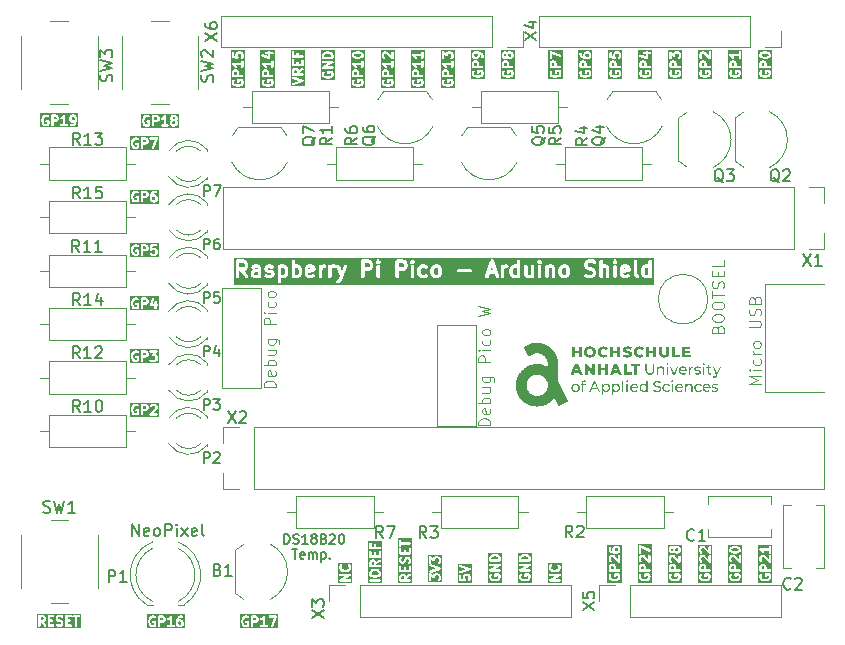
<source format=gbr>
%TF.GenerationSoftware,KiCad,Pcbnew,8.0.4*%
%TF.CreationDate,2024-09-11T09:24:51+02:00*%
%TF.ProjectId,Pico_Adapter,5069636f-5f41-4646-9170-7465722e6b69,V1.1*%
%TF.SameCoordinates,Original*%
%TF.FileFunction,Legend,Top*%
%TF.FilePolarity,Positive*%
%FSLAX46Y46*%
G04 Gerber Fmt 4.6, Leading zero omitted, Abs format (unit mm)*
G04 Created by KiCad (PCBNEW 8.0.4) date 2024-09-11 09:24:51*
%MOMM*%
%LPD*%
G01*
G04 APERTURE LIST*
%ADD10C,0.000000*%
%ADD11C,0.200000*%
%ADD12C,0.150000*%
%ADD13C,0.300000*%
%ADD14C,0.100000*%
%ADD15C,0.120000*%
G04 APERTURE END LIST*
D10*
G36*
X131990602Y-134205468D02*
G01*
X132004916Y-134206191D01*
X132019194Y-134207288D01*
X132033429Y-134208756D01*
X132047613Y-134210595D01*
X132061739Y-134212803D01*
X132075801Y-134215378D01*
X132089791Y-134218319D01*
X132103702Y-134221625D01*
X132117526Y-134225295D01*
X132131256Y-134229326D01*
X132144886Y-134233717D01*
X132158407Y-134238468D01*
X132171814Y-134243576D01*
X132185097Y-134249041D01*
X132197107Y-134254465D01*
X132208925Y-134260245D01*
X132220545Y-134266376D01*
X132231959Y-134272851D01*
X132243159Y-134279665D01*
X132254139Y-134286813D01*
X132264890Y-134294288D01*
X132275407Y-134302086D01*
X132285681Y-134310201D01*
X132295705Y-134318627D01*
X132305473Y-134327359D01*
X132314976Y-134336391D01*
X132324207Y-134345717D01*
X132333159Y-134355332D01*
X132341826Y-134365230D01*
X132350198Y-134375406D01*
X132187638Y-134522488D01*
X132187638Y-134521853D01*
X132176519Y-134509040D01*
X132165109Y-134497054D01*
X132153408Y-134485895D01*
X132141417Y-134475562D01*
X132129135Y-134466056D01*
X132116561Y-134457377D01*
X132103697Y-134449524D01*
X132090542Y-134442498D01*
X132077097Y-134436298D01*
X132063360Y-134430925D01*
X132049333Y-134426379D01*
X132035015Y-134422659D01*
X132020406Y-134419766D01*
X132005506Y-134417699D01*
X131990315Y-134416459D01*
X131974834Y-134416046D01*
X131966270Y-134416034D01*
X131957727Y-134416300D01*
X131949210Y-134416842D01*
X131940727Y-134417659D01*
X131932282Y-134418748D01*
X131923884Y-134420108D01*
X131915539Y-134421738D01*
X131907252Y-134423635D01*
X131899031Y-134425800D01*
X131890882Y-134428228D01*
X131882812Y-134430920D01*
X131874826Y-134433874D01*
X131866932Y-134437088D01*
X131859136Y-134440560D01*
X131851445Y-134444288D01*
X131843865Y-134448272D01*
X131836852Y-134452345D01*
X131830007Y-134456658D01*
X131823335Y-134461208D01*
X131816842Y-134465988D01*
X131810534Y-134470991D01*
X131804416Y-134476214D01*
X131798493Y-134481650D01*
X131792770Y-134487293D01*
X131787255Y-134493138D01*
X131781951Y-134499180D01*
X131776864Y-134505412D01*
X131772001Y-134511829D01*
X131767366Y-134518426D01*
X131762965Y-134525196D01*
X131758803Y-134532135D01*
X131754886Y-134539236D01*
X131747463Y-134555341D01*
X131741030Y-134571751D01*
X131735586Y-134588422D01*
X131731133Y-134605311D01*
X131727669Y-134622374D01*
X131725194Y-134639568D01*
X131723710Y-134656849D01*
X131723215Y-134674173D01*
X131723710Y-134691498D01*
X131725194Y-134708779D01*
X131727669Y-134725973D01*
X131731133Y-134743036D01*
X131735586Y-134759925D01*
X131741030Y-134776596D01*
X131747463Y-134793006D01*
X131754886Y-134809111D01*
X131758803Y-134816212D01*
X131762965Y-134823150D01*
X131767366Y-134829921D01*
X131772001Y-134836517D01*
X131776864Y-134842934D01*
X131781951Y-134849166D01*
X131787255Y-134855208D01*
X131792770Y-134861053D01*
X131798493Y-134866696D01*
X131804416Y-134872132D01*
X131810534Y-134877355D01*
X131816842Y-134882359D01*
X131823335Y-134887138D01*
X131830007Y-134891688D01*
X131836852Y-134896002D01*
X131843865Y-134900075D01*
X131851443Y-134904065D01*
X131859132Y-134907800D01*
X131866926Y-134911276D01*
X131874819Y-134914494D01*
X131882804Y-134917451D01*
X131890874Y-134920145D01*
X131899023Y-134922576D01*
X131907244Y-134924740D01*
X131915532Y-134926638D01*
X131923878Y-134928266D01*
X131932277Y-134929624D01*
X131940722Y-134930710D01*
X131949207Y-134931522D01*
X131957725Y-134932059D01*
X131966270Y-134932319D01*
X131974834Y-134932301D01*
X131990315Y-134931888D01*
X132005506Y-134930649D01*
X132020406Y-134928584D01*
X132035015Y-134925693D01*
X132049333Y-134921976D01*
X132063360Y-134917433D01*
X132077097Y-134912064D01*
X132090542Y-134905869D01*
X132103697Y-134898848D01*
X132116561Y-134891001D01*
X132129135Y-134882328D01*
X132141417Y-134872829D01*
X132153408Y-134862504D01*
X132165109Y-134851353D01*
X132176519Y-134839376D01*
X132187638Y-134826573D01*
X132350198Y-134973576D01*
X132341830Y-134983760D01*
X132333168Y-134993667D01*
X132324219Y-135003290D01*
X132314990Y-135012624D01*
X132305489Y-135021662D01*
X132295723Y-135030400D01*
X132285700Y-135038832D01*
X132275425Y-135046953D01*
X132264908Y-135054756D01*
X132254155Y-135062236D01*
X132243174Y-135069387D01*
X132231972Y-135076205D01*
X132220556Y-135082682D01*
X132208933Y-135088814D01*
X132197111Y-135094595D01*
X132185097Y-135100020D01*
X132171812Y-135105479D01*
X132158405Y-135110583D01*
X132144883Y-135115328D01*
X132131252Y-135119715D01*
X132117521Y-135123741D01*
X132103697Y-135127405D01*
X132089786Y-135130706D01*
X132075796Y-135133643D01*
X132061734Y-135136213D01*
X132047608Y-135138416D01*
X132033424Y-135140249D01*
X132019190Y-135141713D01*
X132004913Y-135142805D01*
X131990600Y-135143523D01*
X131976259Y-135143867D01*
X131961896Y-135143835D01*
X131944278Y-135143601D01*
X131926887Y-135142899D01*
X131909723Y-135141728D01*
X131892785Y-135140089D01*
X131876073Y-135137983D01*
X131859587Y-135135408D01*
X131843328Y-135132364D01*
X131827295Y-135128853D01*
X131811489Y-135124873D01*
X131795909Y-135120425D01*
X131780555Y-135115509D01*
X131765427Y-135110125D01*
X131750526Y-135104273D01*
X131735852Y-135097952D01*
X131721403Y-135091164D01*
X131707181Y-135083907D01*
X131693559Y-135076509D01*
X131680229Y-135068662D01*
X131667200Y-135060374D01*
X131654484Y-135051655D01*
X131642090Y-135042514D01*
X131630028Y-135032961D01*
X131618307Y-135023005D01*
X131606939Y-135012655D01*
X131595932Y-135001922D01*
X131585298Y-134990813D01*
X131575045Y-134979340D01*
X131565184Y-134967511D01*
X131555725Y-134955335D01*
X131546677Y-134942822D01*
X131538052Y-134929981D01*
X131529858Y-134916823D01*
X131514733Y-134888272D01*
X131501624Y-134859018D01*
X131490531Y-134829159D01*
X131481456Y-134798798D01*
X131474397Y-134768034D01*
X131469355Y-134736967D01*
X131466330Y-134705700D01*
X131465322Y-134674332D01*
X131466330Y-134642964D01*
X131469355Y-134611697D01*
X131474397Y-134580630D01*
X131481456Y-134549866D01*
X131490531Y-134519505D01*
X131501624Y-134489646D01*
X131514733Y-134460391D01*
X131529858Y-134431841D01*
X131538065Y-134418712D01*
X131546701Y-134405901D01*
X131555757Y-134393417D01*
X131565224Y-134381270D01*
X131575090Y-134369468D01*
X131585347Y-134358022D01*
X131595983Y-134346940D01*
X131606990Y-134336232D01*
X131618357Y-134325908D01*
X131630075Y-134315976D01*
X131642133Y-134306446D01*
X131654521Y-134297328D01*
X131667230Y-134288630D01*
X131680250Y-134280362D01*
X131693570Y-134272534D01*
X131707181Y-134265154D01*
X131721394Y-134257887D01*
X131735834Y-134251090D01*
X131750502Y-134244761D01*
X131765398Y-134238901D01*
X131780521Y-134233509D01*
X131795871Y-134228587D01*
X131811450Y-134224133D01*
X131827256Y-134220148D01*
X131843289Y-134216632D01*
X131859550Y-134213585D01*
X131876039Y-134211007D01*
X131892755Y-134208897D01*
X131909699Y-134207256D01*
X131926870Y-134206084D01*
X131944269Y-134205381D01*
X131961896Y-134205147D01*
X131976260Y-134205119D01*
X131990602Y-134205468D01*
G37*
G36*
X128644179Y-138051102D02*
G01*
X128508687Y-138051102D01*
X128409389Y-137825360D01*
X127929567Y-137825360D01*
X127830268Y-138051102D01*
X127697395Y-138051102D01*
X127846375Y-137722172D01*
X127974811Y-137722172D01*
X128364304Y-137722172D01*
X128169597Y-137279816D01*
X127974811Y-137722172D01*
X127846375Y-137722172D01*
X128106335Y-137148212D01*
X128233969Y-137148212D01*
X128644179Y-138051102D01*
G37*
G36*
X126487561Y-134562413D02*
G01*
X126835779Y-134562413D01*
X126835779Y-134223243D01*
X127091208Y-134223243D01*
X127091208Y-135126134D01*
X126835779Y-135126134D01*
X126835779Y-134773947D01*
X126487561Y-134773947D01*
X126487561Y-135126134D01*
X126232133Y-135126134D01*
X126232133Y-134223243D01*
X126487561Y-134223243D01*
X126487561Y-134562413D01*
G37*
G36*
X136269498Y-134420569D02*
G01*
X135814839Y-134420569D01*
X135814839Y-134573128D01*
X136215921Y-134573128D01*
X136215921Y-134763628D01*
X135814839Y-134763628D01*
X135814839Y-134928728D01*
X136286882Y-134928728D01*
X136286882Y-135125420D01*
X135562031Y-135125420D01*
X135561394Y-134223243D01*
X136269498Y-134223243D01*
X136269498Y-134420569D01*
G37*
G36*
X128695774Y-136024976D02*
G01*
X129043991Y-136024976D01*
X129043991Y-135685728D01*
X129299738Y-135685728D01*
X129299738Y-136588618D01*
X129044310Y-136588618D01*
X129044310Y-136236511D01*
X128696091Y-136236511D01*
X128696091Y-136588618D01*
X128440344Y-136588618D01*
X128440344Y-135685728D01*
X128695774Y-135685728D01*
X128695774Y-136024976D01*
G37*
G36*
X132673811Y-138051023D02*
G01*
X132554748Y-138051023D01*
X132554748Y-137942676D01*
X132549621Y-137949528D01*
X132544287Y-137956200D01*
X132538753Y-137962690D01*
X132533022Y-137968993D01*
X132527101Y-137975106D01*
X132520993Y-137981023D01*
X132514704Y-137986740D01*
X132508238Y-137992255D01*
X132501602Y-137997562D01*
X132494799Y-138002658D01*
X132487834Y-138007538D01*
X132480714Y-138012198D01*
X132473441Y-138016635D01*
X132466023Y-138020844D01*
X132458463Y-138024821D01*
X132450766Y-138028561D01*
X132442535Y-138032214D01*
X132434217Y-138035632D01*
X132425817Y-138038815D01*
X132417340Y-138041761D01*
X132408792Y-138044468D01*
X132400176Y-138046937D01*
X132391499Y-138049166D01*
X132382765Y-138051154D01*
X132373980Y-138052899D01*
X132365148Y-138054402D01*
X132356275Y-138055660D01*
X132347365Y-138056673D01*
X132338424Y-138057439D01*
X132329456Y-138057957D01*
X132320467Y-138058227D01*
X132311461Y-138058248D01*
X132299820Y-138058253D01*
X132288206Y-138057882D01*
X132276628Y-138057136D01*
X132265095Y-138056018D01*
X132253616Y-138054530D01*
X132242200Y-138052674D01*
X132230855Y-138050452D01*
X132219591Y-138047867D01*
X132208416Y-138044920D01*
X132197338Y-138041613D01*
X132186368Y-138037950D01*
X132175513Y-138033932D01*
X132164782Y-138029561D01*
X132154184Y-138024839D01*
X132143729Y-138019769D01*
X132133424Y-138014353D01*
X132123810Y-138008821D01*
X132114418Y-138002966D01*
X132105254Y-137996795D01*
X132096326Y-137990317D01*
X132087642Y-137983538D01*
X132079208Y-137976464D01*
X132071032Y-137969105D01*
X132063121Y-137961466D01*
X132055482Y-137953554D01*
X132048122Y-137945378D01*
X132041049Y-137936945D01*
X132034270Y-137928260D01*
X132027791Y-137919333D01*
X132021621Y-137910169D01*
X132015766Y-137900777D01*
X132010234Y-137891163D01*
X131999816Y-137869504D01*
X131990788Y-137847401D01*
X131983149Y-137824916D01*
X131976898Y-137802113D01*
X131972037Y-137779057D01*
X131968564Y-137755809D01*
X131966481Y-137732435D01*
X131965786Y-137708997D01*
X131965797Y-137708640D01*
X132090878Y-137708640D01*
X132091352Y-137724811D01*
X132092773Y-137740939D01*
X132095142Y-137756982D01*
X132098458Y-137772896D01*
X132102722Y-137788638D01*
X132107934Y-137804167D01*
X132114093Y-137819438D01*
X132121200Y-137834410D01*
X132124894Y-137840990D01*
X132128805Y-137847425D01*
X132132929Y-137853710D01*
X132137260Y-137859841D01*
X132141795Y-137865811D01*
X132146528Y-137871617D01*
X132151455Y-137877254D01*
X132156571Y-137882717D01*
X132161871Y-137888001D01*
X132167352Y-137893102D01*
X132173008Y-137898014D01*
X132178834Y-137902732D01*
X132184826Y-137907253D01*
X132190980Y-137911571D01*
X132197290Y-137915681D01*
X132203752Y-137919579D01*
X132217660Y-137926685D01*
X132231889Y-137932843D01*
X132246392Y-137938054D01*
X132261124Y-137942317D01*
X132276039Y-137945633D01*
X132291092Y-137948002D01*
X132306235Y-137949423D01*
X132321425Y-137949897D01*
X132336615Y-137949423D01*
X132351759Y-137948002D01*
X132366811Y-137945633D01*
X132381726Y-137942317D01*
X132396458Y-137938054D01*
X132410961Y-137932843D01*
X132425190Y-137926685D01*
X132439098Y-137919579D01*
X132445594Y-137915724D01*
X132451936Y-137911650D01*
X132458117Y-137907361D01*
X132464133Y-137902863D01*
X132469979Y-137898161D01*
X132475649Y-137893260D01*
X132481140Y-137888165D01*
X132486446Y-137882880D01*
X132491562Y-137877412D01*
X132496484Y-137871765D01*
X132501205Y-137865944D01*
X132505723Y-137859954D01*
X132510030Y-137853801D01*
X132514124Y-137847489D01*
X132517998Y-137841024D01*
X132521648Y-137834410D01*
X132528607Y-137819408D01*
X132534638Y-137804118D01*
X132539741Y-137788581D01*
X132543916Y-137772839D01*
X132547163Y-137756933D01*
X132549483Y-137740904D01*
X132550875Y-137724793D01*
X132551339Y-137708640D01*
X132550875Y-137692488D01*
X132549483Y-137676376D01*
X132547163Y-137660347D01*
X132543916Y-137644441D01*
X132539741Y-137628699D01*
X132534638Y-137613163D01*
X132528607Y-137597873D01*
X132521648Y-137582870D01*
X132521647Y-137582870D01*
X132518008Y-137576283D01*
X132514143Y-137569846D01*
X132510056Y-137563564D01*
X132505753Y-137557444D01*
X132501239Y-137551489D01*
X132496519Y-137545705D01*
X132491598Y-137540098D01*
X132486481Y-137534671D01*
X132481173Y-137529432D01*
X132475679Y-137524384D01*
X132470005Y-137519533D01*
X132464154Y-137514885D01*
X132458133Y-137510444D01*
X132451947Y-137506215D01*
X132445600Y-137502204D01*
X132439098Y-137498415D01*
X132425157Y-137491457D01*
X132410908Y-137485426D01*
X132396397Y-137480323D01*
X132381665Y-137476148D01*
X132366759Y-137472901D01*
X132351720Y-137470582D01*
X132336594Y-137469190D01*
X132321424Y-137468726D01*
X132306254Y-137469190D01*
X132291128Y-137470582D01*
X132276090Y-137472901D01*
X132261183Y-137476148D01*
X132246452Y-137480323D01*
X132231940Y-137485426D01*
X132217691Y-137491457D01*
X132203750Y-137498415D01*
X132197279Y-137502243D01*
X132190960Y-137506288D01*
X132184799Y-137510544D01*
X132178800Y-137515006D01*
X132172967Y-137519670D01*
X132167307Y-137524530D01*
X132161823Y-137529583D01*
X132156520Y-137534822D01*
X132151403Y-137540243D01*
X132146477Y-137545841D01*
X132141747Y-137551611D01*
X132137217Y-137557548D01*
X132132893Y-137563648D01*
X132128779Y-137569905D01*
X132124880Y-137576314D01*
X132121201Y-137582871D01*
X132114094Y-137597842D01*
X132107935Y-137613114D01*
X132102723Y-137628642D01*
X132098459Y-137644385D01*
X132095142Y-137660299D01*
X132092773Y-137676341D01*
X132091352Y-137692469D01*
X132090878Y-137708640D01*
X131965797Y-137708640D01*
X131966481Y-137685559D01*
X131968564Y-137662185D01*
X131972037Y-137638938D01*
X131976898Y-137615881D01*
X131983149Y-137593079D01*
X131990788Y-137570594D01*
X131999816Y-137548490D01*
X132010234Y-137526832D01*
X132015790Y-137517268D01*
X132021666Y-137507925D01*
X132027853Y-137498809D01*
X132034345Y-137489929D01*
X132041135Y-137481291D01*
X132048215Y-137472902D01*
X132055579Y-137464769D01*
X132063218Y-137456900D01*
X132071127Y-137449301D01*
X132079297Y-137441979D01*
X132087723Y-137434942D01*
X132096396Y-137428197D01*
X132105309Y-137421751D01*
X132114457Y-137415611D01*
X132123830Y-137409783D01*
X132133422Y-137404276D01*
X132143730Y-137398866D01*
X132154188Y-137393802D01*
X132164787Y-137389085D01*
X132175519Y-137384718D01*
X132186374Y-137380703D01*
X132197345Y-137377042D01*
X132208423Y-137373738D01*
X132219598Y-137370791D01*
X132230862Y-137368206D01*
X132242206Y-137365983D01*
X132253621Y-137364124D01*
X132265099Y-137362633D01*
X132276631Y-137361511D01*
X132288208Y-137360761D01*
X132299821Y-137360383D01*
X132311462Y-137360382D01*
X132320194Y-137360409D01*
X132328911Y-137360667D01*
X132337609Y-137361158D01*
X132346283Y-137361878D01*
X132354929Y-137362828D01*
X132363542Y-137364007D01*
X132372118Y-137365413D01*
X132380652Y-137367047D01*
X132389140Y-137368906D01*
X132397577Y-137370989D01*
X132405958Y-137373297D01*
X132414280Y-137375828D01*
X132422537Y-137378581D01*
X132430725Y-137381555D01*
X132438840Y-137384750D01*
X132446877Y-137388163D01*
X132446798Y-137388798D01*
X132454383Y-137392312D01*
X132461838Y-137396058D01*
X132469161Y-137400033D01*
X132476345Y-137404232D01*
X132483386Y-137408651D01*
X132490278Y-137413287D01*
X132497018Y-137418136D01*
X132503600Y-137423194D01*
X132510019Y-137428457D01*
X132516271Y-137433921D01*
X132522350Y-137439583D01*
X132528251Y-137445437D01*
X132533970Y-137451482D01*
X132539503Y-137457712D01*
X132544842Y-137464123D01*
X132549985Y-137470713D01*
X132549985Y-137094078D01*
X132673811Y-137094078D01*
X132673811Y-138051023D01*
G37*
G36*
X132036430Y-135888213D02*
G01*
X131760443Y-135888213D01*
X131760443Y-136588539D01*
X131505014Y-136588619D01*
X131505014Y-135888213D01*
X131227677Y-135888213D01*
X131227677Y-135685728D01*
X132036430Y-135685728D01*
X132036430Y-135888213D01*
G37*
G36*
X129737888Y-134562413D02*
G01*
X130086185Y-134562413D01*
X130086185Y-134223243D01*
X130341535Y-134223243D01*
X130341535Y-135126134D01*
X130086185Y-135126134D01*
X130086185Y-134773947D01*
X129738286Y-134773947D01*
X129738286Y-135126134D01*
X129482936Y-135126134D01*
X129482936Y-134223243D01*
X129737888Y-134223243D01*
X129737888Y-134562413D01*
G37*
G36*
X133879835Y-134716321D02*
G01*
X133879997Y-134729652D01*
X133880495Y-134742561D01*
X133881329Y-134755046D01*
X133882497Y-134767108D01*
X133884001Y-134778747D01*
X133885841Y-134789963D01*
X133888015Y-134800755D01*
X133890525Y-134811124D01*
X133893371Y-134821070D01*
X133896551Y-134830593D01*
X133900067Y-134839692D01*
X133903919Y-134848368D01*
X133908105Y-134856621D01*
X133912627Y-134864451D01*
X133917485Y-134871858D01*
X133922677Y-134878841D01*
X133928205Y-134885401D01*
X133934068Y-134891538D01*
X133940267Y-134897251D01*
X133946801Y-134902542D01*
X133953670Y-134907409D01*
X133960875Y-134911853D01*
X133968415Y-134915874D01*
X133976290Y-134919471D01*
X133984500Y-134922645D01*
X133993046Y-134925396D01*
X134001927Y-134927724D01*
X134011144Y-134929629D01*
X134020696Y-134931110D01*
X134030583Y-134932168D01*
X134040806Y-134932803D01*
X134051363Y-134933014D01*
X134061838Y-134932803D01*
X134071981Y-134932168D01*
X134081791Y-134931110D01*
X134091268Y-134929629D01*
X134100413Y-134927724D01*
X134109225Y-134925396D01*
X134117705Y-134922645D01*
X134125852Y-134919471D01*
X134133667Y-134915874D01*
X134141149Y-134911853D01*
X134148298Y-134907409D01*
X134155115Y-134902542D01*
X134161600Y-134897251D01*
X134167752Y-134891538D01*
X134173571Y-134885401D01*
X134179058Y-134878841D01*
X134184212Y-134871858D01*
X134189034Y-134864451D01*
X134193523Y-134856621D01*
X134197680Y-134848368D01*
X134201504Y-134839692D01*
X134204996Y-134830593D01*
X134208155Y-134821070D01*
X134210982Y-134811124D01*
X134215637Y-134789963D01*
X134218963Y-134767108D01*
X134220958Y-134742561D01*
X134221623Y-134716321D01*
X134221623Y-134223640D01*
X134472606Y-134223640D01*
X134472606Y-134723703D01*
X134472170Y-134748497D01*
X134470862Y-134772575D01*
X134468682Y-134795938D01*
X134465631Y-134818585D01*
X134461707Y-134840517D01*
X134456912Y-134861733D01*
X134451244Y-134882234D01*
X134444705Y-134902018D01*
X134437294Y-134921088D01*
X134429011Y-134939441D01*
X134419856Y-134957079D01*
X134409830Y-134974002D01*
X134398931Y-134990208D01*
X134387161Y-135005700D01*
X134374518Y-135020475D01*
X134361004Y-135034535D01*
X134361561Y-135034138D01*
X134347271Y-135047412D01*
X134332279Y-135059830D01*
X134316587Y-135071391D01*
X134300195Y-135082096D01*
X134283101Y-135091944D01*
X134265307Y-135100936D01*
X134246812Y-135109072D01*
X134227616Y-135116351D01*
X134207720Y-135122774D01*
X134187123Y-135128340D01*
X134165825Y-135133050D01*
X134143827Y-135136904D01*
X134121127Y-135139901D01*
X134097727Y-135142042D01*
X134073626Y-135143327D01*
X134048825Y-135143755D01*
X134024023Y-135143327D01*
X133999921Y-135142042D01*
X133976519Y-135139901D01*
X133953818Y-135136904D01*
X133931816Y-135133050D01*
X133910515Y-135128340D01*
X133889914Y-135122774D01*
X133870012Y-135116351D01*
X133850811Y-135109072D01*
X133832310Y-135100936D01*
X133814510Y-135091944D01*
X133797409Y-135082096D01*
X133781008Y-135071391D01*
X133765308Y-135059830D01*
X133750308Y-135047412D01*
X133736007Y-135034138D01*
X133722493Y-135020078D01*
X133709851Y-135005303D01*
X133698080Y-134989812D01*
X133687181Y-134973605D01*
X133677155Y-134956683D01*
X133668000Y-134939045D01*
X133659717Y-134920691D01*
X133652306Y-134901622D01*
X133645767Y-134881837D01*
X133640099Y-134861336D01*
X133635304Y-134840120D01*
X133631380Y-134818189D01*
X133628329Y-134795541D01*
X133626149Y-134772178D01*
X133624841Y-134748100D01*
X133624405Y-134723306D01*
X133624405Y-134223243D01*
X133879835Y-134223243D01*
X133879835Y-134716321D01*
G37*
G36*
X134388232Y-136588221D02*
G01*
X134264407Y-136588221D01*
X134264407Y-135904564D01*
X134388232Y-135904564D01*
X134388232Y-136588221D01*
G37*
G36*
X137401336Y-135612291D02*
G01*
X137405439Y-135612667D01*
X137409507Y-135613241D01*
X137413533Y-135614011D01*
X137417510Y-135614975D01*
X137421430Y-135616130D01*
X137425288Y-135617473D01*
X137429076Y-135619002D01*
X137432788Y-135620715D01*
X137436416Y-135622607D01*
X137439953Y-135624678D01*
X137443393Y-135626924D01*
X137446728Y-135629343D01*
X137449952Y-135631932D01*
X137453058Y-135634689D01*
X137455902Y-135637465D01*
X137458579Y-135640374D01*
X137461088Y-135643409D01*
X137463425Y-135646560D01*
X137465586Y-135649822D01*
X137467569Y-135653187D01*
X137469370Y-135656647D01*
X137470986Y-135660194D01*
X137472414Y-135663820D01*
X137473650Y-135667520D01*
X137474692Y-135671283D01*
X137475537Y-135675104D01*
X137476180Y-135678975D01*
X137476619Y-135682887D01*
X137476850Y-135686834D01*
X137476871Y-135690808D01*
X137476856Y-135694922D01*
X137476630Y-135699011D01*
X137476197Y-135703067D01*
X137475560Y-135707083D01*
X137474721Y-135711051D01*
X137473684Y-135714965D01*
X137472451Y-135718816D01*
X137471026Y-135722597D01*
X137469412Y-135726302D01*
X137467611Y-135729923D01*
X137465627Y-135733452D01*
X137463463Y-135736882D01*
X137461120Y-135740206D01*
X137458604Y-135743416D01*
X137455915Y-135746505D01*
X137453058Y-135749466D01*
X137453058Y-135749545D01*
X137450019Y-135752439D01*
X137446849Y-135755159D01*
X137443557Y-135757703D01*
X137440150Y-135760067D01*
X137436635Y-135762250D01*
X137433021Y-135764246D01*
X137429314Y-135766055D01*
X137425523Y-135767672D01*
X137421654Y-135769094D01*
X137417716Y-135770319D01*
X137413716Y-135771344D01*
X137409662Y-135772166D01*
X137405560Y-135772781D01*
X137401419Y-135773186D01*
X137397246Y-135773380D01*
X137393049Y-135773358D01*
X137388877Y-135773378D01*
X137384729Y-135773189D01*
X137380610Y-135772793D01*
X137376529Y-135772193D01*
X137372493Y-135771392D01*
X137368509Y-135770392D01*
X137364585Y-135769197D01*
X137360726Y-135767809D01*
X137356942Y-135766231D01*
X137353238Y-135764465D01*
X137349623Y-135762516D01*
X137346103Y-135760385D01*
X137342686Y-135758075D01*
X137339379Y-135755589D01*
X137336188Y-135752930D01*
X137333122Y-135750101D01*
X137330282Y-135747275D01*
X137327606Y-135744318D01*
X137325100Y-135741237D01*
X137322766Y-135738041D01*
X137320607Y-135734736D01*
X137318626Y-135731330D01*
X137316827Y-135727830D01*
X137315212Y-135724244D01*
X137313785Y-135720579D01*
X137312548Y-135716843D01*
X137311505Y-135713044D01*
X137310660Y-135709187D01*
X137310014Y-135705282D01*
X137309572Y-135701336D01*
X137309336Y-135697355D01*
X137309310Y-135693347D01*
X137309354Y-135689309D01*
X137309604Y-135685298D01*
X137310058Y-135681320D01*
X137310713Y-135677383D01*
X137311565Y-135673494D01*
X137312612Y-135669661D01*
X137313850Y-135665890D01*
X137315277Y-135662189D01*
X137316889Y-135658565D01*
X137318684Y-135655026D01*
X137320659Y-135651577D01*
X137322810Y-135648228D01*
X137325135Y-135644984D01*
X137327630Y-135641853D01*
X137330293Y-135638843D01*
X137333121Y-135635960D01*
X137336158Y-135633071D01*
X137339324Y-135630355D01*
X137342613Y-135627815D01*
X137346016Y-135625454D01*
X137349526Y-135623274D01*
X137353135Y-135621279D01*
X137356837Y-135619472D01*
X137360623Y-135617856D01*
X137364486Y-135616433D01*
X137368418Y-135615207D01*
X137372413Y-135614180D01*
X137376461Y-135613357D01*
X137380557Y-135612738D01*
X137384692Y-135612329D01*
X137388859Y-135612131D01*
X137393051Y-135612147D01*
X137397204Y-135612117D01*
X137401336Y-135612291D01*
G37*
G36*
X136177586Y-137361016D02*
G01*
X136193659Y-137361311D01*
X136209313Y-137362195D01*
X136224550Y-137363670D01*
X136239369Y-137365734D01*
X136253770Y-137368388D01*
X136267753Y-137371631D01*
X136281318Y-137375464D01*
X136294465Y-137379887D01*
X136307194Y-137384900D01*
X136319506Y-137390503D01*
X136331399Y-137396695D01*
X136342874Y-137403477D01*
X136353932Y-137410848D01*
X136364571Y-137418810D01*
X136374792Y-137427361D01*
X136384596Y-137436502D01*
X136393890Y-137446212D01*
X136402585Y-137456471D01*
X136410680Y-137467278D01*
X136418175Y-137478635D01*
X136425071Y-137490540D01*
X136431368Y-137502994D01*
X136437064Y-137515997D01*
X136442161Y-137529549D01*
X136446659Y-137543650D01*
X136450556Y-137558299D01*
X136453854Y-137573497D01*
X136456553Y-137589244D01*
X136458651Y-137605540D01*
X136460151Y-137622384D01*
X136461050Y-137639778D01*
X136461350Y-137657720D01*
X136461350Y-138051102D01*
X136337525Y-138051102D01*
X136337525Y-137671928D01*
X136337357Y-137659707D01*
X136336816Y-137647869D01*
X136335899Y-137636413D01*
X136334608Y-137625340D01*
X136332942Y-137614649D01*
X136330902Y-137604341D01*
X136328487Y-137594416D01*
X136325698Y-137584873D01*
X136322534Y-137575713D01*
X136318996Y-137566936D01*
X136315083Y-137558541D01*
X136310795Y-137550529D01*
X136306133Y-137542899D01*
X136301096Y-137535652D01*
X136295685Y-137528788D01*
X136289899Y-137522306D01*
X136283766Y-137516212D01*
X136277311Y-137510511D01*
X136270535Y-137505204D01*
X136263438Y-137500289D01*
X136256020Y-137495768D01*
X136248280Y-137491640D01*
X136240219Y-137487905D01*
X136231837Y-137484563D01*
X136223134Y-137481614D01*
X136214109Y-137479059D01*
X136204763Y-137476897D01*
X136195096Y-137475127D01*
X136185108Y-137473751D01*
X136174799Y-137472768D01*
X136164168Y-137472179D01*
X136153216Y-137471982D01*
X136140792Y-137472202D01*
X136128702Y-137472881D01*
X136116945Y-137474020D01*
X136105522Y-137475619D01*
X136094432Y-137477676D01*
X136083676Y-137480194D01*
X136073254Y-137483171D01*
X136063165Y-137486607D01*
X136053410Y-137490503D01*
X136043989Y-137494858D01*
X136034901Y-137499673D01*
X136026147Y-137504948D01*
X136017726Y-137510682D01*
X136009639Y-137516875D01*
X136001886Y-137523528D01*
X135994466Y-137530640D01*
X135987439Y-137538181D01*
X135980866Y-137546120D01*
X135974747Y-137554456D01*
X135969080Y-137563189D01*
X135963867Y-137572320D01*
X135959108Y-137581849D01*
X135954801Y-137591774D01*
X135950948Y-137602098D01*
X135947549Y-137612819D01*
X135944602Y-137623937D01*
X135942109Y-137635453D01*
X135940070Y-137647366D01*
X135938483Y-137659677D01*
X135937350Y-137672386D01*
X135936670Y-137685492D01*
X135936443Y-137698995D01*
X135936443Y-138051103D01*
X135812618Y-138051103D01*
X135812618Y-137367526D01*
X135931681Y-137367526D01*
X135931205Y-137470712D01*
X135936122Y-137464081D01*
X135941254Y-137457635D01*
X135946594Y-137451380D01*
X135952136Y-137445319D01*
X135957875Y-137439458D01*
X135963806Y-137433801D01*
X135969923Y-137428352D01*
X135976220Y-137423116D01*
X135982691Y-137418097D01*
X135989331Y-137413301D01*
X135996135Y-137408730D01*
X136003097Y-137404391D01*
X136010210Y-137400287D01*
X136017471Y-137396423D01*
X136024872Y-137392803D01*
X136032409Y-137389432D01*
X136041049Y-137385879D01*
X136049768Y-137382558D01*
X136058563Y-137379470D01*
X136067428Y-137376617D01*
X136076359Y-137374000D01*
X136085351Y-137371619D01*
X136094399Y-137369476D01*
X136103499Y-137367570D01*
X136112646Y-137365904D01*
X136121834Y-137364478D01*
X136131060Y-137363293D01*
X136140319Y-137362350D01*
X136149606Y-137361650D01*
X136158916Y-137361194D01*
X136168244Y-137360982D01*
X136177586Y-137361016D01*
G37*
G36*
X134965525Y-134923569D02*
G01*
X135396372Y-134923569D01*
X135396372Y-135125737D01*
X134710733Y-135125737D01*
X134710175Y-134223243D01*
X134965525Y-134223243D01*
X134965525Y-134923569D01*
G37*
G36*
X135339321Y-137361462D02*
G01*
X135350708Y-137362218D01*
X135362047Y-137363352D01*
X135373330Y-137364863D01*
X135384547Y-137366747D01*
X135395689Y-137369002D01*
X135406746Y-137371627D01*
X135417711Y-137374618D01*
X135428572Y-137377973D01*
X135439322Y-137381691D01*
X135449950Y-137385768D01*
X135460448Y-137390202D01*
X135470806Y-137394991D01*
X135481016Y-137400133D01*
X135491067Y-137405625D01*
X135500501Y-137411295D01*
X135509709Y-137417281D01*
X135518686Y-137423574D01*
X135527423Y-137430167D01*
X135535914Y-137437054D01*
X135544153Y-137444227D01*
X135552131Y-137451678D01*
X135559842Y-137459400D01*
X135567279Y-137467387D01*
X135574436Y-137475631D01*
X135581304Y-137484124D01*
X135587878Y-137492860D01*
X135594149Y-137501832D01*
X135600112Y-137511031D01*
X135605759Y-137520451D01*
X135611083Y-137530084D01*
X135616452Y-137540747D01*
X135621475Y-137551555D01*
X135626149Y-137562498D01*
X135630472Y-137573570D01*
X135634443Y-137584760D01*
X135638058Y-137596061D01*
X135641317Y-137607465D01*
X135644218Y-137618962D01*
X135646757Y-137630543D01*
X135648934Y-137642202D01*
X135650745Y-137653928D01*
X135652190Y-137665714D01*
X135653266Y-137677551D01*
X135653972Y-137689430D01*
X135654304Y-137701343D01*
X135654261Y-137713282D01*
X135654153Y-137717967D01*
X135653984Y-137722650D01*
X135653756Y-137727330D01*
X135653469Y-137732007D01*
X135653121Y-137736680D01*
X135652715Y-137741348D01*
X135652248Y-137746011D01*
X135651722Y-137750668D01*
X135097050Y-137750668D01*
X135098447Y-137761300D01*
X135100362Y-137771803D01*
X135102786Y-137782159D01*
X135105711Y-137792353D01*
X135109126Y-137802366D01*
X135113023Y-137812183D01*
X135117392Y-137821785D01*
X135122224Y-137831157D01*
X135127509Y-137840280D01*
X135133239Y-137849138D01*
X135139403Y-137857714D01*
X135145994Y-137865991D01*
X135153000Y-137873951D01*
X135160414Y-137881579D01*
X135168225Y-137888856D01*
X135176425Y-137895766D01*
X135185017Y-137902408D01*
X135193866Y-137908621D01*
X135202973Y-137914405D01*
X135212337Y-137919762D01*
X135221958Y-137924689D01*
X135231837Y-137929189D01*
X135241973Y-137933259D01*
X135252367Y-137936902D01*
X135263017Y-137940115D01*
X135273926Y-137942901D01*
X135285091Y-137945257D01*
X135296514Y-137947186D01*
X135308194Y-137948686D01*
X135320132Y-137949757D01*
X135332327Y-137950400D01*
X135344779Y-137950614D01*
X135359912Y-137950289D01*
X135374671Y-137949315D01*
X135389057Y-137947692D01*
X135403070Y-137945420D01*
X135416709Y-137942498D01*
X135429975Y-137938927D01*
X135442868Y-137934707D01*
X135455388Y-137929837D01*
X135467534Y-137924319D01*
X135479307Y-137918151D01*
X135490706Y-137911333D01*
X135501733Y-137903867D01*
X135512386Y-137895751D01*
X135522666Y-137886986D01*
X135532572Y-137877571D01*
X135542106Y-137867508D01*
X135610527Y-137947438D01*
X135604559Y-137954166D01*
X135598402Y-137960700D01*
X135592060Y-137967039D01*
X135585538Y-137973178D01*
X135578841Y-137979113D01*
X135571974Y-137984842D01*
X135564943Y-137990360D01*
X135557751Y-137995665D01*
X135550403Y-138000753D01*
X135542905Y-138005620D01*
X135535262Y-138010262D01*
X135527478Y-138014677D01*
X135519559Y-138018861D01*
X135511508Y-138022809D01*
X135503332Y-138026520D01*
X135495035Y-138029989D01*
X135473771Y-138037469D01*
X135452251Y-138043810D01*
X135430521Y-138049015D01*
X135408622Y-138053084D01*
X135386600Y-138056020D01*
X135364498Y-138057825D01*
X135342359Y-138058502D01*
X135320229Y-138058051D01*
X135298149Y-138056475D01*
X135276166Y-138053776D01*
X135254322Y-138049956D01*
X135232660Y-138045018D01*
X135211226Y-138038962D01*
X135190063Y-138031792D01*
X135169214Y-138023508D01*
X135148725Y-138014114D01*
X135138655Y-138008677D01*
X135128811Y-138002894D01*
X135119199Y-137996773D01*
X135109828Y-137990322D01*
X135100706Y-137983548D01*
X135091840Y-137976459D01*
X135083238Y-137969062D01*
X135074909Y-137961365D01*
X135066859Y-137953375D01*
X135059098Y-137945100D01*
X135051633Y-137936548D01*
X135044472Y-137927726D01*
X135037622Y-137918642D01*
X135031093Y-137909304D01*
X135024891Y-137899718D01*
X135019025Y-137889893D01*
X135013391Y-137879484D01*
X135008116Y-137868914D01*
X135003202Y-137858193D01*
X134998651Y-137847330D01*
X134994466Y-137836335D01*
X134990648Y-137825217D01*
X134987201Y-137813984D01*
X134984126Y-137802648D01*
X134981426Y-137791216D01*
X134979104Y-137779698D01*
X134977161Y-137768104D01*
X134975600Y-137756443D01*
X134974424Y-137744724D01*
X134973635Y-137732957D01*
X134973235Y-137721151D01*
X134973226Y-137709315D01*
X134973248Y-137697586D01*
X134973648Y-137685886D01*
X134974425Y-137674223D01*
X134975575Y-137662606D01*
X134975706Y-137661610D01*
X135097129Y-137661610D01*
X135535677Y-137661610D01*
X135534475Y-137651500D01*
X135532815Y-137641495D01*
X135530703Y-137631608D01*
X135528146Y-137621853D01*
X135525151Y-137612246D01*
X135521726Y-137602799D01*
X135517877Y-137593528D01*
X135513612Y-137584446D01*
X135508938Y-137575568D01*
X135503861Y-137566908D01*
X135498389Y-137558480D01*
X135492529Y-137550299D01*
X135486288Y-137542378D01*
X135479673Y-137534732D01*
X135472691Y-137527376D01*
X135465350Y-137520322D01*
X135457745Y-137513690D01*
X135449914Y-137507486D01*
X135441855Y-137501709D01*
X135433570Y-137496361D01*
X135425058Y-137491440D01*
X135416318Y-137486947D01*
X135407352Y-137482882D01*
X135398159Y-137479245D01*
X135388739Y-137476036D01*
X135379091Y-137473255D01*
X135369217Y-137470902D01*
X135359116Y-137468976D01*
X135348788Y-137467479D01*
X135338233Y-137466409D01*
X135327452Y-137465767D01*
X135316443Y-137465553D01*
X135305424Y-137465755D01*
X135294633Y-137466382D01*
X135284069Y-137467432D01*
X135273733Y-137468907D01*
X135263625Y-137470806D01*
X135253744Y-137473129D01*
X135244091Y-137475876D01*
X135234666Y-137479047D01*
X135225468Y-137482642D01*
X135216498Y-137486662D01*
X135207755Y-137491106D01*
X135199240Y-137495974D01*
X135190952Y-137501266D01*
X135182892Y-137506982D01*
X135175060Y-137513122D01*
X135167455Y-137519687D01*
X135160158Y-137526595D01*
X135153247Y-137533764D01*
X135146724Y-137541195D01*
X135140587Y-137548887D01*
X135134837Y-137556841D01*
X135129475Y-137565057D01*
X135124499Y-137573535D01*
X135119910Y-137582274D01*
X135115708Y-137591275D01*
X135111893Y-137600538D01*
X135108465Y-137610063D01*
X135105424Y-137619849D01*
X135102770Y-137629896D01*
X135100503Y-137640206D01*
X135098623Y-137650777D01*
X135097129Y-137661610D01*
X134975706Y-137661610D01*
X134977097Y-137651044D01*
X134978989Y-137639546D01*
X134981249Y-137628120D01*
X134983873Y-137616775D01*
X134986861Y-137605521D01*
X134990209Y-137594366D01*
X134993916Y-137583318D01*
X134997980Y-137572387D01*
X135002397Y-137561582D01*
X135007167Y-137550910D01*
X135012287Y-137540382D01*
X135017755Y-137530006D01*
X135017833Y-137529926D01*
X135023335Y-137520280D01*
X135029156Y-137510851D01*
X135035290Y-137501646D01*
X135041730Y-137492673D01*
X135048468Y-137483938D01*
X135055498Y-137475449D01*
X135062813Y-137467212D01*
X135070405Y-137459236D01*
X135078269Y-137451526D01*
X135086396Y-137444090D01*
X135094780Y-137436935D01*
X135103414Y-137430069D01*
X135112291Y-137423497D01*
X135121404Y-137417228D01*
X135130746Y-137411268D01*
X135140310Y-137405625D01*
X135150470Y-137400150D01*
X135160784Y-137395024D01*
X135171246Y-137390248D01*
X135181844Y-137385826D01*
X135192571Y-137381758D01*
X135203417Y-137378047D01*
X135214373Y-137374696D01*
X135225430Y-137371707D01*
X135236580Y-137369082D01*
X135247812Y-137366823D01*
X135259118Y-137364934D01*
X135270489Y-137363415D01*
X135281916Y-137362269D01*
X135293390Y-137361499D01*
X135304902Y-137361107D01*
X135316443Y-137361095D01*
X135327896Y-137361087D01*
X135339321Y-137361462D01*
G37*
G36*
X130604344Y-138051102D02*
G01*
X130480520Y-138051102D01*
X130480520Y-137094316D01*
X130604344Y-137094316D01*
X130604344Y-138051102D01*
G37*
G36*
X127173758Y-136588619D02*
G01*
X126908010Y-136588619D01*
X126837129Y-136413199D01*
X126455335Y-136413199D01*
X126384374Y-136588618D01*
X126123786Y-136588618D01*
X126284327Y-136224843D01*
X126530186Y-136224843D01*
X126762278Y-136224843D01*
X126646232Y-135935918D01*
X126530186Y-136224843D01*
X126284327Y-136224843D01*
X126522248Y-135685728D01*
X126773867Y-135685728D01*
X127173758Y-136588619D01*
G37*
G36*
X126575417Y-137361715D02*
G01*
X126598875Y-137363803D01*
X126622207Y-137367281D01*
X126645348Y-137372151D01*
X126668235Y-137378413D01*
X126690804Y-137386066D01*
X126712992Y-137395110D01*
X126734735Y-137405546D01*
X126744524Y-137411105D01*
X126754094Y-137416987D01*
X126763438Y-137423186D01*
X126772549Y-137429694D01*
X126781420Y-137436504D01*
X126790043Y-137443610D01*
X126798412Y-137451004D01*
X126806520Y-137458680D01*
X126814358Y-137466629D01*
X126821920Y-137474846D01*
X126829200Y-137483324D01*
X126836189Y-137492054D01*
X126842881Y-137501031D01*
X126849268Y-137510248D01*
X126855343Y-137519696D01*
X126861100Y-137529370D01*
X126871834Y-137550668D01*
X126881137Y-137572443D01*
X126889009Y-137594629D01*
X126895449Y-137617156D01*
X126900458Y-137639956D01*
X126904036Y-137662962D01*
X126906183Y-137686103D01*
X126906899Y-137709313D01*
X126906183Y-137732524D01*
X126904036Y-137755665D01*
X126900458Y-137778671D01*
X126895449Y-137801471D01*
X126889009Y-137823998D01*
X126881137Y-137846183D01*
X126871834Y-137867959D01*
X126861100Y-137889257D01*
X126855329Y-137898950D01*
X126849241Y-137908420D01*
X126842845Y-137917660D01*
X126836146Y-137926663D01*
X126829152Y-137935422D01*
X126821870Y-137943931D01*
X126814306Y-137952182D01*
X126806469Y-137960169D01*
X126798364Y-137967884D01*
X126789999Y-137975322D01*
X126781381Y-137982474D01*
X126772516Y-137989334D01*
X126763412Y-137995895D01*
X126754076Y-138002151D01*
X126744515Y-138008094D01*
X126734735Y-138013717D01*
X126713024Y-138024303D01*
X126690855Y-138033477D01*
X126668294Y-138041240D01*
X126645406Y-138047592D01*
X126622257Y-138052532D01*
X126598912Y-138056060D01*
X126575436Y-138058177D01*
X126551894Y-138058883D01*
X126528353Y-138058177D01*
X126504877Y-138056060D01*
X126481531Y-138052532D01*
X126458382Y-138047592D01*
X126435495Y-138041240D01*
X126412934Y-138033477D01*
X126390765Y-138024303D01*
X126369054Y-138013717D01*
X126359223Y-138008120D01*
X126349612Y-138002199D01*
X126340226Y-137995962D01*
X126331074Y-137989415D01*
X126322163Y-137982566D01*
X126313499Y-137975421D01*
X126305091Y-137967988D01*
X126296944Y-137960273D01*
X126289066Y-137952284D01*
X126281464Y-137944027D01*
X126274146Y-137935509D01*
X126267119Y-137926738D01*
X126260388Y-137917720D01*
X126253963Y-137908463D01*
X126247849Y-137898973D01*
X126242055Y-137889257D01*
X126231321Y-137867959D01*
X126222018Y-137846183D01*
X126214146Y-137823998D01*
X126207706Y-137801471D01*
X126202696Y-137778670D01*
X126199118Y-137755665D01*
X126196971Y-137732523D01*
X126196509Y-137717520D01*
X126321401Y-137717520D01*
X126321636Y-137725709D01*
X126322131Y-137733874D01*
X126322887Y-137742008D01*
X126323900Y-137750106D01*
X126325170Y-137758162D01*
X126326696Y-137766169D01*
X126328475Y-137774121D01*
X126330507Y-137782013D01*
X126332789Y-137789837D01*
X126335321Y-137797589D01*
X126338101Y-137805262D01*
X126341128Y-137812850D01*
X126344399Y-137820347D01*
X126347914Y-137827747D01*
X126351671Y-137835044D01*
X126355374Y-137841618D01*
X126359291Y-137848048D01*
X126363421Y-137854328D01*
X126367756Y-137860454D01*
X126372294Y-137866421D01*
X126377029Y-137872224D01*
X126381957Y-137877859D01*
X126387073Y-137883321D01*
X126392372Y-137888605D01*
X126397851Y-137893707D01*
X126403503Y-137898621D01*
X126409326Y-137903342D01*
X126415314Y-137907867D01*
X126421462Y-137912190D01*
X126427766Y-137916307D01*
X126434222Y-137920213D01*
X126448177Y-137927320D01*
X126462451Y-137933479D01*
X126477000Y-137938691D01*
X126491776Y-137942955D01*
X126506735Y-137946272D01*
X126521832Y-137948641D01*
X126537019Y-137950062D01*
X126552252Y-137950536D01*
X126567485Y-137950062D01*
X126582673Y-137948641D01*
X126597769Y-137946272D01*
X126612728Y-137942955D01*
X126627505Y-137938691D01*
X126642053Y-137933479D01*
X126656328Y-137927320D01*
X126670283Y-137920213D01*
X126676726Y-137916330D01*
X126683015Y-137912231D01*
X126689144Y-137907923D01*
X126695111Y-137903409D01*
X126700908Y-137898695D01*
X126706533Y-137893786D01*
X126711979Y-137888686D01*
X126717243Y-137883401D01*
X126722319Y-137877936D01*
X126727202Y-137872295D01*
X126731889Y-137866484D01*
X126736373Y-137860507D01*
X126740651Y-137854370D01*
X126744718Y-137848077D01*
X126748568Y-137841633D01*
X126752198Y-137835044D01*
X126759156Y-137820041D01*
X126765187Y-137804751D01*
X126770290Y-137789215D01*
X126774466Y-137773473D01*
X126777713Y-137757567D01*
X126780033Y-137741538D01*
X126781425Y-137725426D01*
X126781888Y-137709274D01*
X126781425Y-137693121D01*
X126780033Y-137677010D01*
X126777713Y-137660981D01*
X126774466Y-137645075D01*
X126770290Y-137629333D01*
X126765187Y-137613797D01*
X126759156Y-137598507D01*
X126752198Y-137583504D01*
X126748583Y-137576939D01*
X126744745Y-137570521D01*
X126740688Y-137564256D01*
X126736417Y-137558150D01*
X126731937Y-137552206D01*
X126727254Y-137546431D01*
X126722371Y-137540829D01*
X126717294Y-137535405D01*
X126712028Y-137530165D01*
X126706578Y-137525114D01*
X126700948Y-137520256D01*
X126695144Y-137515597D01*
X126689170Y-137511141D01*
X126683032Y-137506895D01*
X126676735Y-137502863D01*
X126670283Y-137499049D01*
X126656294Y-137492091D01*
X126642000Y-137486061D01*
X126627443Y-137480958D01*
X126612667Y-137476784D01*
X126597717Y-137473537D01*
X126582635Y-137471217D01*
X126567465Y-137469826D01*
X126552252Y-137469362D01*
X126537039Y-137469826D01*
X126521869Y-137471217D01*
X126506788Y-137473537D01*
X126491837Y-137476784D01*
X126477061Y-137480958D01*
X126462504Y-137486061D01*
X126448210Y-137492091D01*
X126434222Y-137499049D01*
X126427755Y-137502883D01*
X126421441Y-137506933D01*
X126415284Y-137511192D01*
X126409288Y-137515658D01*
X126403458Y-137520324D01*
X126397799Y-137525186D01*
X126392317Y-137530239D01*
X126387014Y-137535478D01*
X126381898Y-137540899D01*
X126376971Y-137546495D01*
X126372239Y-137552263D01*
X126367707Y-137558198D01*
X126363380Y-137564294D01*
X126359261Y-137570547D01*
X126355357Y-137576952D01*
X126351671Y-137583504D01*
X126347915Y-137590807D01*
X126344401Y-137598212D01*
X126341131Y-137605714D01*
X126338105Y-137613308D01*
X126335326Y-137620986D01*
X126332794Y-137628743D01*
X126330512Y-137636573D01*
X126328480Y-137644469D01*
X126326701Y-137652426D01*
X126325175Y-137660438D01*
X126323905Y-137668498D01*
X126322891Y-137676600D01*
X126322135Y-137684739D01*
X126321638Y-137692908D01*
X126321403Y-137701102D01*
X126321430Y-137709313D01*
X126321401Y-137717520D01*
X126196509Y-137717520D01*
X126196256Y-137709313D01*
X126196971Y-137686103D01*
X126199118Y-137662962D01*
X126202696Y-137639956D01*
X126207706Y-137617156D01*
X126214146Y-137594629D01*
X126222018Y-137572444D01*
X126231321Y-137550668D01*
X126242055Y-137529371D01*
X126247834Y-137519673D01*
X126253936Y-137510204D01*
X126260352Y-137500970D01*
X126267075Y-137491978D01*
X126274097Y-137483235D01*
X126281413Y-137474749D01*
X126289013Y-137466526D01*
X126296892Y-137458574D01*
X126305041Y-137450899D01*
X126313454Y-137443509D01*
X126322123Y-137436411D01*
X126331041Y-137429611D01*
X126340200Y-137423118D01*
X126349593Y-137416938D01*
X126359214Y-137411078D01*
X126369054Y-137405546D01*
X126390797Y-137395110D01*
X126412985Y-137386066D01*
X126435554Y-137378413D01*
X126458441Y-137372151D01*
X126481582Y-137367281D01*
X126504914Y-137363803D01*
X126528372Y-137361715D01*
X126551894Y-137361020D01*
X126575417Y-137361715D01*
G37*
G36*
X136976255Y-137361290D02*
G01*
X136986969Y-137361909D01*
X136997649Y-137362848D01*
X137008285Y-137364105D01*
X137018873Y-137365679D01*
X137029404Y-137367568D01*
X137039871Y-137369771D01*
X137050269Y-137372285D01*
X137060588Y-137375109D01*
X137070823Y-137378242D01*
X137080967Y-137381682D01*
X137091011Y-137385428D01*
X137100951Y-137389477D01*
X137110777Y-137393829D01*
X137120484Y-137398481D01*
X137129314Y-137403142D01*
X137137943Y-137408117D01*
X137146362Y-137413400D01*
X137154564Y-137418984D01*
X137162542Y-137424861D01*
X137170287Y-137431024D01*
X137177794Y-137437467D01*
X137185053Y-137444181D01*
X137192059Y-137451161D01*
X137198803Y-137458397D01*
X137205277Y-137465885D01*
X137211476Y-137473616D01*
X137217390Y-137481582D01*
X137223012Y-137489778D01*
X137228336Y-137498196D01*
X137233354Y-137506828D01*
X137139214Y-137567392D01*
X137135412Y-137561634D01*
X137131431Y-137556015D01*
X137127276Y-137550537D01*
X137122950Y-137545204D01*
X137118458Y-137540021D01*
X137113804Y-137534990D01*
X137108991Y-137530115D01*
X137104023Y-137525400D01*
X137098905Y-137520850D01*
X137093640Y-137516466D01*
X137088234Y-137512254D01*
X137082688Y-137508217D01*
X137077009Y-137504358D01*
X137071199Y-137500682D01*
X137065262Y-137497191D01*
X137059204Y-137493891D01*
X137053022Y-137490880D01*
X137046762Y-137488061D01*
X137040429Y-137485436D01*
X137034027Y-137483004D01*
X137027561Y-137480769D01*
X137021034Y-137478729D01*
X137014453Y-137476887D01*
X137007820Y-137475243D01*
X137001142Y-137473799D01*
X136994421Y-137472555D01*
X136987663Y-137471513D01*
X136980873Y-137470674D01*
X136974054Y-137470038D01*
X136967211Y-137469607D01*
X136960350Y-137469382D01*
X136953473Y-137469363D01*
X136945587Y-137469370D01*
X136937719Y-137469630D01*
X136929876Y-137470142D01*
X136922064Y-137470904D01*
X136914287Y-137471915D01*
X136906553Y-137473173D01*
X136898867Y-137474678D01*
X136891235Y-137476427D01*
X136883663Y-137478419D01*
X136876156Y-137480653D01*
X136868721Y-137483127D01*
X136861363Y-137485839D01*
X136854089Y-137488790D01*
X136846904Y-137491975D01*
X136839814Y-137495396D01*
X136832825Y-137499049D01*
X136826253Y-137502827D01*
X136819836Y-137506829D01*
X136813577Y-137511050D01*
X136807483Y-137515485D01*
X136801558Y-137520128D01*
X136795807Y-137524974D01*
X136790236Y-137530019D01*
X136784849Y-137535257D01*
X136779652Y-137540683D01*
X136774649Y-137546292D01*
X136769847Y-137552079D01*
X136765248Y-137558039D01*
X136760860Y-137564167D01*
X136756687Y-137570457D01*
X136752733Y-137576904D01*
X136749005Y-137583504D01*
X136741898Y-137598559D01*
X136735738Y-137613912D01*
X136730526Y-137629521D01*
X136726261Y-137645343D01*
X136722944Y-137661335D01*
X136720575Y-137677455D01*
X136719154Y-137693661D01*
X136718680Y-137709909D01*
X136719154Y-137726157D01*
X136720575Y-137742363D01*
X136722944Y-137758483D01*
X136726261Y-137774475D01*
X136730526Y-137790297D01*
X136735738Y-137805906D01*
X136741898Y-137821259D01*
X136749005Y-137836313D01*
X136748761Y-137836711D01*
X136752486Y-137843318D01*
X136756436Y-137849773D01*
X136760606Y-137856069D01*
X136764992Y-137862203D01*
X136769588Y-137868169D01*
X136774390Y-137873962D01*
X136779392Y-137879577D01*
X136784589Y-137885009D01*
X136789976Y-137890252D01*
X136795548Y-137895301D01*
X136801300Y-137900152D01*
X136807227Y-137904799D01*
X136813323Y-137909237D01*
X136819584Y-137913461D01*
X136826005Y-137917466D01*
X136832580Y-137921246D01*
X136839569Y-137924899D01*
X136846659Y-137928320D01*
X136853844Y-137931506D01*
X136861118Y-137934456D01*
X136868476Y-137937168D01*
X136875911Y-137939642D01*
X136883417Y-137941876D01*
X136890990Y-137943868D01*
X136898622Y-137945617D01*
X136906309Y-137947122D01*
X136914043Y-137948380D01*
X136921820Y-137949391D01*
X136929633Y-137950153D01*
X136937477Y-137950665D01*
X136945345Y-137950925D01*
X136953232Y-137950932D01*
X136960108Y-137950914D01*
X136966969Y-137950688D01*
X136973811Y-137950257D01*
X136980630Y-137949622D01*
X136987420Y-137948782D01*
X136994177Y-137947740D01*
X137000898Y-137946497D01*
X137007576Y-137945052D01*
X137014208Y-137943409D01*
X137020790Y-137941567D01*
X137027316Y-137939527D01*
X137033782Y-137937291D01*
X137040184Y-137934860D01*
X137046517Y-137932234D01*
X137052777Y-137929416D01*
X137058959Y-137926405D01*
X137065017Y-137923104D01*
X137070954Y-137919614D01*
X137076764Y-137915937D01*
X137082444Y-137912078D01*
X137087989Y-137908041D01*
X137093396Y-137903829D01*
X137098661Y-137899446D01*
X137103779Y-137894895D01*
X137108747Y-137890180D01*
X137113560Y-137885306D01*
X137118215Y-137880275D01*
X137122707Y-137875091D01*
X137127033Y-137869758D01*
X137131188Y-137864281D01*
X137135168Y-137858661D01*
X137138970Y-137852904D01*
X137233112Y-137912196D01*
X137228082Y-137920849D01*
X137222749Y-137929290D01*
X137217118Y-137937510D01*
X137211198Y-137945504D01*
X137204996Y-137953264D01*
X137198519Y-137960783D01*
X137191775Y-137968054D01*
X137184770Y-137975071D01*
X137177512Y-137981825D01*
X137170009Y-137988310D01*
X137162267Y-137994520D01*
X137154294Y-138000446D01*
X137146098Y-138006082D01*
X137137685Y-138011420D01*
X137129063Y-138016455D01*
X137120238Y-138021178D01*
X137110555Y-138025909D01*
X137100747Y-138030334D01*
X137090822Y-138034452D01*
X137080788Y-138038261D01*
X137070653Y-138041760D01*
X137060422Y-138044947D01*
X137050104Y-138047820D01*
X137039705Y-138050377D01*
X137029234Y-138052617D01*
X137018697Y-138054539D01*
X137008102Y-138056140D01*
X136997455Y-138057418D01*
X136986765Y-138058373D01*
X136976038Y-138059003D01*
X136965282Y-138059305D01*
X136954504Y-138059278D01*
X136942334Y-138059297D01*
X136930191Y-138058927D01*
X136918085Y-138058169D01*
X136906025Y-138057028D01*
X136894019Y-138055503D01*
X136882077Y-138053599D01*
X136870207Y-138051316D01*
X136858419Y-138048657D01*
X136846722Y-138045625D01*
X136835124Y-138042220D01*
X136823635Y-138038447D01*
X136812263Y-138034306D01*
X136801018Y-138029800D01*
X136789908Y-138024931D01*
X136778944Y-138019702D01*
X136768132Y-138014114D01*
X136758234Y-138008500D01*
X136748556Y-138002562D01*
X136739103Y-137996307D01*
X136729883Y-137989741D01*
X136720904Y-137982871D01*
X136712172Y-137975705D01*
X136703694Y-137968249D01*
X136695478Y-137960510D01*
X136687531Y-137952496D01*
X136679860Y-137944213D01*
X136672472Y-137935668D01*
X136665375Y-137926868D01*
X136658574Y-137917819D01*
X136652078Y-137908530D01*
X136645894Y-137899007D01*
X136640028Y-137889257D01*
X136629145Y-137867992D01*
X136619713Y-137846237D01*
X136611732Y-137824060D01*
X136605202Y-137801532D01*
X136600123Y-137778723D01*
X136596495Y-137755703D01*
X136594318Y-137732543D01*
X136593593Y-137709313D01*
X136594318Y-137686083D01*
X136596495Y-137662923D01*
X136600123Y-137639904D01*
X136605202Y-137617095D01*
X136611732Y-137594567D01*
X136619713Y-137572390D01*
X136629145Y-137550635D01*
X136640028Y-137529371D01*
X136645902Y-137519661D01*
X136652096Y-137510181D01*
X136658604Y-137500938D01*
X136665417Y-137491939D01*
X136672529Y-137483191D01*
X136679932Y-137474701D01*
X136687619Y-137466476D01*
X136695582Y-137458524D01*
X136703815Y-137450851D01*
X136712310Y-137443464D01*
X136721060Y-137436370D01*
X136730057Y-137429576D01*
X136739295Y-137423090D01*
X136748765Y-137416918D01*
X136758461Y-137411068D01*
X136768376Y-137405546D01*
X136779208Y-137400029D01*
X136790191Y-137394868D01*
X136801314Y-137390063D01*
X136812570Y-137385616D01*
X136823949Y-137381531D01*
X136835442Y-137377809D01*
X136847042Y-137374452D01*
X136858738Y-137371462D01*
X136870523Y-137368842D01*
X136882387Y-137366593D01*
X136894322Y-137364717D01*
X136906318Y-137363217D01*
X136918368Y-137362095D01*
X136930462Y-137361353D01*
X136942592Y-137360993D01*
X136954748Y-137361016D01*
X136965512Y-137360992D01*
X136976255Y-137361290D01*
G37*
G36*
X133782519Y-135898532D02*
G01*
X133798592Y-135898827D01*
X133814246Y-135899712D01*
X133829483Y-135901186D01*
X133844302Y-135903250D01*
X133858703Y-135905904D01*
X133872686Y-135909147D01*
X133886251Y-135912981D01*
X133899398Y-135917404D01*
X133912127Y-135922416D01*
X133924439Y-135928019D01*
X133936332Y-135934211D01*
X133947807Y-135940993D01*
X133958864Y-135948364D01*
X133969504Y-135956326D01*
X133979725Y-135964877D01*
X133989529Y-135974018D01*
X133998823Y-135983728D01*
X134007518Y-135993987D01*
X134015613Y-136004794D01*
X134023109Y-136016151D01*
X134030005Y-136028056D01*
X134036301Y-136040510D01*
X134041998Y-136053513D01*
X134047095Y-136067065D01*
X134051593Y-136081165D01*
X134055491Y-136095815D01*
X134058789Y-136111013D01*
X134061487Y-136126760D01*
X134063586Y-136143056D01*
X134065085Y-136159900D01*
X134065985Y-136177294D01*
X134066285Y-136195236D01*
X134066285Y-136588618D01*
X133942460Y-136588618D01*
X133942460Y-136209364D01*
X133942283Y-136197134D01*
X133941733Y-136185287D01*
X133940809Y-136173825D01*
X133939513Y-136162746D01*
X133937843Y-136152051D01*
X133935800Y-136141740D01*
X133933383Y-136131813D01*
X133930593Y-136122270D01*
X133927430Y-136113111D01*
X133923893Y-136104335D01*
X133919983Y-136095943D01*
X133915700Y-136087935D01*
X133911044Y-136080311D01*
X133906014Y-136073071D01*
X133900611Y-136066215D01*
X133894835Y-136059742D01*
X133888710Y-136053658D01*
X133882262Y-136047966D01*
X133875491Y-136042667D01*
X133868398Y-136037760D01*
X133860981Y-136033246D01*
X133853241Y-136029125D01*
X133845178Y-136025396D01*
X133836792Y-136022059D01*
X133828082Y-136019115D01*
X133819050Y-136016564D01*
X133809695Y-136014405D01*
X133800016Y-136012638D01*
X133790015Y-136011264D01*
X133779690Y-136010283D01*
X133769042Y-136009694D01*
X133758071Y-136009498D01*
X133745657Y-136009727D01*
X133733574Y-136010415D01*
X133721824Y-136011560D01*
X133710407Y-136013164D01*
X133699322Y-136015227D01*
X133688569Y-136017747D01*
X133678148Y-136020726D01*
X133668060Y-136024163D01*
X133658305Y-136028058D01*
X133648881Y-136032412D01*
X133639791Y-136037223D01*
X133631032Y-136042493D01*
X133622606Y-136048222D01*
X133614512Y-136054408D01*
X133606751Y-136061053D01*
X133599322Y-136068156D01*
X133592286Y-136075688D01*
X133585704Y-136083618D01*
X133579576Y-136091947D01*
X133573902Y-136100675D01*
X133568682Y-136109802D01*
X133563916Y-136119327D01*
X133559603Y-136129251D01*
X133555745Y-136139574D01*
X133552341Y-136150295D01*
X133549390Y-136161416D01*
X133546894Y-136172935D01*
X133544851Y-136184852D01*
X133543262Y-136197169D01*
X133542127Y-136209884D01*
X133541447Y-136222998D01*
X133541220Y-136236511D01*
X133541220Y-136588619D01*
X133417395Y-136588619D01*
X133417395Y-135904962D01*
X133536457Y-135904962D01*
X133536457Y-136008149D01*
X133541381Y-136001521D01*
X133546519Y-135995080D01*
X133551865Y-135988829D01*
X133557413Y-135982772D01*
X133563158Y-135976916D01*
X133569094Y-135971263D01*
X133575216Y-135965819D01*
X133581518Y-135960589D01*
X133587994Y-135955575D01*
X133594639Y-135950784D01*
X133601448Y-135946219D01*
X133608413Y-135941885D01*
X133615531Y-135937786D01*
X133622795Y-135933928D01*
X133630200Y-135930314D01*
X133637740Y-135926949D01*
X133637421Y-135926948D01*
X133646056Y-135923394D01*
X133654770Y-135920073D01*
X133663560Y-135916986D01*
X133672420Y-135914133D01*
X133681346Y-135911516D01*
X133690333Y-135909135D01*
X133699376Y-135906991D01*
X133708471Y-135905086D01*
X133717612Y-135903420D01*
X133726796Y-135901994D01*
X133736017Y-135900809D01*
X133745271Y-135899866D01*
X133754553Y-135899166D01*
X133763858Y-135898709D01*
X133773182Y-135898498D01*
X133782519Y-135898532D01*
G37*
G36*
X129988203Y-137361019D02*
G01*
X129999811Y-137361398D01*
X130011383Y-137362150D01*
X130022910Y-137363273D01*
X130034383Y-137364765D01*
X130045793Y-137366624D01*
X130057132Y-137368847D01*
X130068391Y-137371433D01*
X130079561Y-137374379D01*
X130090633Y-137377684D01*
X130101599Y-137381344D01*
X130112450Y-137385358D01*
X130123177Y-137389724D01*
X130133772Y-137394440D01*
X130144225Y-137399503D01*
X130154527Y-137404911D01*
X130164120Y-137410418D01*
X130173494Y-137416245D01*
X130182641Y-137422385D01*
X130191554Y-137428831D01*
X130200228Y-137435576D01*
X130208653Y-137442613D01*
X130216824Y-137449935D01*
X130224732Y-137457533D01*
X130232372Y-137465403D01*
X130239736Y-137473536D01*
X130246816Y-137481925D01*
X130253605Y-137490563D01*
X130260097Y-137499443D01*
X130266285Y-137508558D01*
X130272160Y-137517901D01*
X130277717Y-137527465D01*
X130288153Y-137549120D01*
X130297198Y-137571221D01*
X130304852Y-137593705D01*
X130311113Y-137616507D01*
X130315984Y-137639565D01*
X130319462Y-137662814D01*
X130321550Y-137686191D01*
X130322245Y-137709631D01*
X130321550Y-137733071D01*
X130319462Y-137756448D01*
X130315984Y-137779697D01*
X130311113Y-137802755D01*
X130304852Y-137825557D01*
X130297198Y-137848041D01*
X130288153Y-137870142D01*
X130277717Y-137891797D01*
X130272185Y-137901411D01*
X130266330Y-137910803D01*
X130260159Y-137919967D01*
X130253681Y-137928894D01*
X130246901Y-137937578D01*
X130239828Y-137946012D01*
X130232468Y-137954188D01*
X130224829Y-137962099D01*
X130216918Y-137969738D01*
X130208742Y-137977098D01*
X130200308Y-137984171D01*
X130191624Y-137990951D01*
X130182696Y-137997429D01*
X130173533Y-138003600D01*
X130164140Y-138009454D01*
X130154527Y-138014987D01*
X130144226Y-138020401D01*
X130133775Y-138025470D01*
X130123183Y-138030190D01*
X130112457Y-138034560D01*
X130101607Y-138038578D01*
X130090641Y-138042240D01*
X130079569Y-138045546D01*
X130068398Y-138048493D01*
X130057139Y-138051078D01*
X130045799Y-138053301D01*
X130034388Y-138055157D01*
X130022914Y-138056646D01*
X130011387Y-138057765D01*
X129999814Y-138058512D01*
X129988205Y-138058885D01*
X129976568Y-138058881D01*
X129967851Y-138058867D01*
X129959150Y-138058614D01*
X129950469Y-138058122D01*
X129941812Y-138057392D01*
X129933186Y-138056425D01*
X129924593Y-138055223D01*
X129916041Y-138053786D01*
X129907532Y-138052116D01*
X129899072Y-138050213D01*
X129890667Y-138048078D01*
X129882319Y-138045713D01*
X129874035Y-138043119D01*
X129865820Y-138040295D01*
X129857677Y-138037245D01*
X129849612Y-138033968D01*
X129841630Y-138030465D01*
X129834059Y-138026824D01*
X129826612Y-138022964D01*
X129819292Y-138018889D01*
X129812106Y-138014603D01*
X129805057Y-138010108D01*
X129798149Y-138005409D01*
X129791386Y-138000508D01*
X129784774Y-137995409D01*
X129778317Y-137990116D01*
X129772018Y-137984632D01*
X129765883Y-137978961D01*
X129759915Y-137973106D01*
X129754120Y-137967070D01*
X129748500Y-137960857D01*
X129743062Y-137954471D01*
X129737809Y-137947915D01*
X129737809Y-138301372D01*
X129613984Y-138301372D01*
X129613984Y-137701141D01*
X129736896Y-137701141D01*
X129736935Y-137709313D01*
X129736907Y-137717508D01*
X129737136Y-137725685D01*
X129737621Y-137733839D01*
X129738361Y-137741963D01*
X129739355Y-137750053D01*
X129740601Y-137758101D01*
X129742097Y-137766103D01*
X129743843Y-137774052D01*
X129745837Y-137781942D01*
X129748077Y-137789768D01*
X129750563Y-137797524D01*
X129753292Y-137805204D01*
X129756264Y-137812801D01*
X129759477Y-137820311D01*
X129762930Y-137827727D01*
X129766620Y-137835043D01*
X129770270Y-137841657D01*
X129774145Y-137848122D01*
X129778238Y-137854434D01*
X129782546Y-137860588D01*
X129787064Y-137866577D01*
X129791786Y-137872398D01*
X129796707Y-137878045D01*
X129801823Y-137883514D01*
X129807129Y-137888798D01*
X129812620Y-137893893D01*
X129818291Y-137898795D01*
X129824136Y-137903497D01*
X129830152Y-137907995D01*
X129836333Y-137912283D01*
X129842674Y-137916358D01*
X129849171Y-137920212D01*
X129863079Y-137927318D01*
X129877308Y-137933477D01*
X129891811Y-137938687D01*
X129906543Y-137942951D01*
X129921458Y-137946267D01*
X129936510Y-137948636D01*
X129951654Y-137950057D01*
X129966844Y-137950531D01*
X129982034Y-137950057D01*
X129997178Y-137948636D01*
X130012230Y-137946267D01*
X130027146Y-137942951D01*
X130041878Y-137938687D01*
X130056381Y-137933477D01*
X130070610Y-137927318D01*
X130084519Y-137920212D01*
X130090981Y-137916315D01*
X130097291Y-137912204D01*
X130103444Y-137907887D01*
X130109436Y-137903366D01*
X130115262Y-137898647D01*
X130120918Y-137893735D01*
X130126398Y-137888635D01*
X130131698Y-137883351D01*
X130136814Y-137877888D01*
X130141741Y-137872251D01*
X130146474Y-137866445D01*
X130151008Y-137860474D01*
X130155340Y-137854344D01*
X130159463Y-137848059D01*
X130163374Y-137841624D01*
X130167068Y-137835043D01*
X130174175Y-137820072D01*
X130180335Y-137804800D01*
X130185546Y-137789272D01*
X130189811Y-137773529D01*
X130193127Y-137757615D01*
X130195496Y-137741573D01*
X130196918Y-137725445D01*
X130197391Y-137709274D01*
X130196918Y-137693103D01*
X130195496Y-137676975D01*
X130193127Y-137660932D01*
X130189811Y-137645018D01*
X130185547Y-137629275D01*
X130180335Y-137613747D01*
X130174176Y-137598475D01*
X130167069Y-137583504D01*
X130163390Y-137576947D01*
X130159491Y-137570538D01*
X130155376Y-137564281D01*
X130151052Y-137558182D01*
X130146522Y-137552245D01*
X130141792Y-137546475D01*
X130136866Y-137540876D01*
X130131749Y-137535455D01*
X130126446Y-137530216D01*
X130120962Y-137525164D01*
X130115301Y-137520303D01*
X130109468Y-137515639D01*
X130103469Y-137511177D01*
X130097307Y-137506921D01*
X130090988Y-137502877D01*
X130084517Y-137499049D01*
X130077709Y-137495397D01*
X130070798Y-137491977D01*
X130063789Y-137488792D01*
X130056690Y-137485842D01*
X130049505Y-137483129D01*
X130042241Y-137480654D01*
X130034904Y-137478420D01*
X130027499Y-137476427D01*
X130020034Y-137474677D01*
X130012513Y-137473172D01*
X130004943Y-137471913D01*
X129997330Y-137470902D01*
X129989680Y-137470139D01*
X129981999Y-137469628D01*
X129974292Y-137469368D01*
X129966567Y-137469362D01*
X129958900Y-137469394D01*
X129951254Y-137469681D01*
X129943635Y-137470223D01*
X129936048Y-137471017D01*
X129928501Y-137472063D01*
X129920998Y-137473358D01*
X129913547Y-137474901D01*
X129906153Y-137476690D01*
X129898822Y-137478725D01*
X129891561Y-137481002D01*
X129884377Y-137483521D01*
X129877274Y-137486280D01*
X129870259Y-137489278D01*
X129863339Y-137492512D01*
X129856519Y-137495981D01*
X129849806Y-137499684D01*
X129843368Y-137503559D01*
X129837079Y-137507644D01*
X129830944Y-137511934D01*
X129824968Y-137516424D01*
X129819154Y-137521109D01*
X129813508Y-137525985D01*
X129808034Y-137531048D01*
X129802736Y-137536291D01*
X129797619Y-137541712D01*
X129792689Y-137547305D01*
X129787948Y-137553066D01*
X129783402Y-137558989D01*
X129779055Y-137565071D01*
X129774912Y-137571306D01*
X129770978Y-137577690D01*
X129767257Y-137584218D01*
X129763480Y-137591466D01*
X129759947Y-137598818D01*
X129756660Y-137606270D01*
X129753620Y-137613814D01*
X129750827Y-137621444D01*
X129748285Y-137629155D01*
X129745994Y-137636940D01*
X129743956Y-137644793D01*
X129742172Y-137652707D01*
X129740645Y-137660677D01*
X129739374Y-137668696D01*
X129738363Y-137676759D01*
X129737611Y-137684858D01*
X129737122Y-137692987D01*
X129736896Y-137701141D01*
X129613984Y-137701141D01*
X129613984Y-137367525D01*
X129733046Y-137367525D01*
X129732727Y-137475871D01*
X129737856Y-137468983D01*
X129743196Y-137462278D01*
X129748743Y-137455761D01*
X129754491Y-137449436D01*
X129760435Y-137443307D01*
X129766570Y-137437379D01*
X129772890Y-137431655D01*
X129779391Y-137426140D01*
X129786067Y-137420839D01*
X129792913Y-137415756D01*
X129799924Y-137410894D01*
X129807094Y-137406259D01*
X129814418Y-137401854D01*
X129821892Y-137397685D01*
X129829509Y-137393754D01*
X129837265Y-137390067D01*
X129845514Y-137386483D01*
X129853846Y-137383130D01*
X129862258Y-137380010D01*
X129870743Y-137377122D01*
X129879298Y-137374468D01*
X129887917Y-137372050D01*
X129896595Y-137369867D01*
X129905328Y-137367922D01*
X129914110Y-137366214D01*
X129922937Y-137364746D01*
X129931804Y-137363518D01*
X129940707Y-137362531D01*
X129949639Y-137361786D01*
X129958596Y-137361285D01*
X129967574Y-137361028D01*
X129976567Y-137361016D01*
X129988203Y-137361019D01*
G37*
G36*
X131529002Y-137361315D02*
G01*
X131540388Y-137362075D01*
X131551726Y-137363213D01*
X131563008Y-137364726D01*
X131574224Y-137366612D01*
X131585366Y-137368869D01*
X131596423Y-137371493D01*
X131607387Y-137374484D01*
X131618249Y-137377838D01*
X131628998Y-137381554D01*
X131639627Y-137385628D01*
X131650126Y-137390059D01*
X131660486Y-137394844D01*
X131670697Y-137399980D01*
X131680750Y-137405467D01*
X131690176Y-137411142D01*
X131699377Y-137417131D01*
X131708347Y-137423427D01*
X131717077Y-137430023D01*
X131725562Y-137436912D01*
X131733794Y-137444085D01*
X131741767Y-137451537D01*
X131749472Y-137459260D01*
X131756904Y-137467246D01*
X131764056Y-137475489D01*
X131770920Y-137483980D01*
X131777489Y-137492714D01*
X131783757Y-137501683D01*
X131789717Y-137510879D01*
X131795361Y-137520295D01*
X131800683Y-137529925D01*
X131806062Y-137540560D01*
X131811096Y-137551340D01*
X131815782Y-137562257D01*
X131820119Y-137573301D01*
X131824105Y-137584465D01*
X131827737Y-137595740D01*
X131831014Y-137607117D01*
X131833933Y-137618588D01*
X131836494Y-137630145D01*
X131838692Y-137641779D01*
X131840528Y-137653481D01*
X131841998Y-137665244D01*
X131843100Y-137677058D01*
X131843833Y-137688916D01*
X131844195Y-137700808D01*
X131844183Y-137712726D01*
X131844073Y-137717412D01*
X131843905Y-137722095D01*
X131843677Y-137726775D01*
X131843389Y-137731452D01*
X131843042Y-137736125D01*
X131842635Y-137740793D01*
X131842169Y-137745455D01*
X131841644Y-137750112D01*
X131286972Y-137750112D01*
X131288365Y-137760745D01*
X131290277Y-137771249D01*
X131292700Y-137781607D01*
X131295623Y-137791801D01*
X131299037Y-137801816D01*
X131302933Y-137811633D01*
X131307301Y-137821236D01*
X131312133Y-137830608D01*
X131317419Y-137839731D01*
X131323150Y-137848589D01*
X131329315Y-137857164D01*
X131335907Y-137865441D01*
X131342915Y-137873400D01*
X131350331Y-137881027D01*
X131358145Y-137888302D01*
X131366347Y-137895210D01*
X131374929Y-137901852D01*
X131383769Y-137908065D01*
X131392868Y-137913850D01*
X131402224Y-137919206D01*
X131411838Y-137924134D01*
X131421710Y-137928633D01*
X131431841Y-137932704D01*
X131442229Y-137936346D01*
X131452875Y-137939560D01*
X131463779Y-137942345D01*
X131474941Y-137944702D01*
X131486361Y-137946630D01*
X131498039Y-137948130D01*
X131509975Y-137949201D01*
X131522169Y-137949844D01*
X131534621Y-137950058D01*
X131549754Y-137949726D01*
X131564513Y-137948751D01*
X131578899Y-137947132D01*
X131592912Y-137944869D01*
X131606551Y-137941962D01*
X131619818Y-137938412D01*
X131632710Y-137934218D01*
X131645230Y-137929381D01*
X131657376Y-137923900D01*
X131669149Y-137917775D01*
X131680549Y-137911006D01*
X131691575Y-137903594D01*
X131702228Y-137895538D01*
X131712508Y-137886838D01*
X131722414Y-137877495D01*
X131731947Y-137867508D01*
X131800368Y-137947438D01*
X131794400Y-137954166D01*
X131788243Y-137960700D01*
X131781901Y-137967039D01*
X131775379Y-137973178D01*
X131768682Y-137979113D01*
X131761815Y-137984842D01*
X131754784Y-137990360D01*
X131747591Y-137995665D01*
X131740244Y-138000753D01*
X131732746Y-138005620D01*
X131725103Y-138010262D01*
X131717319Y-138014677D01*
X131709400Y-138018861D01*
X131701349Y-138022809D01*
X131693173Y-138026520D01*
X131684876Y-138029989D01*
X131663613Y-138037469D01*
X131642093Y-138043810D01*
X131620363Y-138049015D01*
X131598464Y-138053084D01*
X131576442Y-138056020D01*
X131554340Y-138057825D01*
X131532201Y-138058502D01*
X131510070Y-138058051D01*
X131487991Y-138056475D01*
X131466007Y-138053776D01*
X131444163Y-138049956D01*
X131422501Y-138045018D01*
X131401067Y-138038962D01*
X131379903Y-138031792D01*
X131359055Y-138023508D01*
X131338564Y-138014114D01*
X131328517Y-138008668D01*
X131318695Y-138002878D01*
X131309105Y-137996751D01*
X131299755Y-137990295D01*
X131290654Y-137983517D01*
X131281809Y-137976425D01*
X131273228Y-137969027D01*
X131264919Y-137961329D01*
X131256890Y-137953340D01*
X131249149Y-137945067D01*
X131241703Y-137936518D01*
X131234561Y-137927700D01*
X131227729Y-137918621D01*
X131221218Y-137909289D01*
X131215033Y-137899710D01*
X131209183Y-137889893D01*
X131203550Y-137879483D01*
X131198275Y-137868914D01*
X131193360Y-137858193D01*
X131188809Y-137847330D01*
X131184624Y-137836334D01*
X131180806Y-137825216D01*
X131177359Y-137813984D01*
X131174284Y-137802647D01*
X131171584Y-137791215D01*
X131169261Y-137779697D01*
X131167319Y-137768103D01*
X131165758Y-137756442D01*
X131164582Y-137744723D01*
X131163792Y-137732956D01*
X131163392Y-137721149D01*
X131163384Y-137709313D01*
X131163405Y-137697585D01*
X131163806Y-137685885D01*
X131164582Y-137674222D01*
X131165732Y-137662605D01*
X131165864Y-137661609D01*
X131287287Y-137661609D01*
X131725834Y-137661609D01*
X131724632Y-137651503D01*
X131722971Y-137641501D01*
X131720860Y-137631617D01*
X131718304Y-137621865D01*
X131715312Y-137612260D01*
X131711891Y-137602815D01*
X131708046Y-137593545D01*
X131703786Y-137584464D01*
X131699117Y-137575587D01*
X131694047Y-137566926D01*
X131688582Y-137558497D01*
X131682730Y-137550314D01*
X131676497Y-137542391D01*
X131669891Y-137534741D01*
X131662919Y-137527380D01*
X131655588Y-137520321D01*
X131647974Y-137513689D01*
X131640133Y-137507485D01*
X131632066Y-137501709D01*
X131623773Y-137496360D01*
X131615254Y-137491439D01*
X131606508Y-137486947D01*
X131597536Y-137482882D01*
X131588337Y-137479245D01*
X131578912Y-137476036D01*
X131569261Y-137473255D01*
X131559383Y-137470901D01*
X131549279Y-137468976D01*
X131538949Y-137467478D01*
X131528392Y-137466409D01*
X131517609Y-137465767D01*
X131506600Y-137465553D01*
X131495582Y-137465755D01*
X131484791Y-137466381D01*
X131474227Y-137467432D01*
X131463891Y-137468906D01*
X131453783Y-137470805D01*
X131443902Y-137473128D01*
X131434249Y-137475875D01*
X131424824Y-137479047D01*
X131415626Y-137482642D01*
X131406656Y-137486662D01*
X131397913Y-137491105D01*
X131389398Y-137495973D01*
X131381111Y-137501265D01*
X131373051Y-137506982D01*
X131365218Y-137513122D01*
X131357614Y-137519687D01*
X131350316Y-137526594D01*
X131343406Y-137533763D01*
X131336882Y-137541194D01*
X131330745Y-137548887D01*
X131324996Y-137556841D01*
X131319633Y-137565057D01*
X131314657Y-137573535D01*
X131310068Y-137582274D01*
X131305866Y-137591275D01*
X131302051Y-137600538D01*
X131298623Y-137610062D01*
X131295582Y-137619848D01*
X131292928Y-137629896D01*
X131290661Y-137640205D01*
X131288781Y-137650776D01*
X131287287Y-137661609D01*
X131165864Y-137661609D01*
X131167255Y-137651043D01*
X131169146Y-137639544D01*
X131171406Y-137628119D01*
X131174030Y-137616774D01*
X131177018Y-137605520D01*
X131180366Y-137594365D01*
X131184073Y-137583317D01*
X131188137Y-137572386D01*
X131192555Y-137561581D01*
X131197325Y-137550909D01*
X131202444Y-137540381D01*
X131207912Y-137530005D01*
X131207675Y-137529927D01*
X131213169Y-137520272D01*
X131218983Y-137510835D01*
X131225111Y-137501621D01*
X131231544Y-137492639D01*
X131238276Y-137483895D01*
X131245300Y-137475397D01*
X131252610Y-137467151D01*
X131260197Y-137459164D01*
X131268056Y-137451445D01*
X131276178Y-137443998D01*
X131284558Y-137436833D01*
X131293188Y-137429956D01*
X131302062Y-137423373D01*
X131311172Y-137417093D01*
X131320511Y-137411121D01*
X131330072Y-137405466D01*
X131340225Y-137399989D01*
X131350534Y-137394861D01*
X131360990Y-137390083D01*
X131371583Y-137385659D01*
X131382304Y-137381589D01*
X131393145Y-137377878D01*
X131404096Y-137374526D01*
X131415148Y-137371537D01*
X131426293Y-137368912D01*
X131437520Y-137366654D01*
X131448822Y-137364765D01*
X131460189Y-137363247D01*
X131471612Y-137362103D01*
X131483081Y-137361335D01*
X131494589Y-137360946D01*
X131506125Y-137360936D01*
X131517578Y-137360934D01*
X131529002Y-137361315D01*
G37*
G36*
X136515165Y-136017753D02*
G01*
X136511632Y-136017424D01*
X136508096Y-136017144D01*
X136504556Y-136016912D01*
X136501014Y-136016729D01*
X136497469Y-136016595D01*
X136493923Y-136016509D01*
X136490376Y-136016472D01*
X136486827Y-136016483D01*
X136486668Y-136017197D01*
X136474256Y-136017460D01*
X136462182Y-136018187D01*
X136450447Y-136019380D01*
X136439049Y-136021037D01*
X136427989Y-136023160D01*
X136417267Y-136025748D01*
X136406883Y-136028800D01*
X136396837Y-136032318D01*
X136387128Y-136036301D01*
X136377758Y-136040749D01*
X136368726Y-136045663D01*
X136360032Y-136051041D01*
X136351675Y-136056884D01*
X136343657Y-136063193D01*
X136335976Y-136069966D01*
X136328633Y-136077205D01*
X136321684Y-136084877D01*
X136315183Y-136092950D01*
X136309130Y-136101424D01*
X136303525Y-136110299D01*
X136298369Y-136119576D01*
X136293662Y-136129254D01*
X136289402Y-136139333D01*
X136285591Y-136149813D01*
X136282229Y-136160695D01*
X136279315Y-136171977D01*
X136276849Y-136183661D01*
X136274831Y-136195746D01*
X136273262Y-136208233D01*
X136272141Y-136221120D01*
X136271469Y-136234409D01*
X136271244Y-136248099D01*
X136271244Y-136588618D01*
X136147419Y-136588618D01*
X136147419Y-135904961D01*
X136266482Y-135904961D01*
X136266482Y-136019817D01*
X136270629Y-136012514D01*
X136275049Y-136005400D01*
X136279736Y-135998483D01*
X136284683Y-135991770D01*
X136289883Y-135985266D01*
X136295328Y-135978978D01*
X136301011Y-135972914D01*
X136306926Y-135967080D01*
X136313066Y-135961483D01*
X136319422Y-135956128D01*
X136325989Y-135951024D01*
X136332759Y-135946177D01*
X136339726Y-135941593D01*
X136346881Y-135937279D01*
X136354219Y-135933242D01*
X136361731Y-135929488D01*
X136369735Y-135925739D01*
X136377950Y-135922233D01*
X136386376Y-135918968D01*
X136395014Y-135915945D01*
X136403864Y-135913164D01*
X136412925Y-135910624D01*
X136422197Y-135908327D01*
X136431681Y-135906271D01*
X136441376Y-135904457D01*
X136451283Y-135902885D01*
X136461402Y-135901555D01*
X136471731Y-135900467D01*
X136482272Y-135899620D01*
X136493025Y-135899016D01*
X136503989Y-135898653D01*
X136515165Y-135898532D01*
X136515165Y-136017753D01*
G37*
G36*
X137852155Y-135904961D02*
G01*
X138048212Y-135904961D01*
X138048212Y-136006879D01*
X137852155Y-136006879D01*
X137852155Y-136377085D01*
X137852264Y-136383918D01*
X137852590Y-136390547D01*
X137853134Y-136396972D01*
X137853895Y-136403194D01*
X137854873Y-136409213D01*
X137856068Y-136415030D01*
X137857480Y-136420645D01*
X137859110Y-136426059D01*
X137860955Y-136431272D01*
X137863018Y-136436284D01*
X137865297Y-136441097D01*
X137867792Y-136445709D01*
X137870504Y-136450123D01*
X137873432Y-136454338D01*
X137876576Y-136458355D01*
X137879936Y-136462175D01*
X137883498Y-136465778D01*
X137887247Y-136469147D01*
X137891184Y-136472283D01*
X137895308Y-136475185D01*
X137899619Y-136477853D01*
X137904116Y-136480288D01*
X137908800Y-136482490D01*
X137913671Y-136484459D01*
X137918727Y-136486196D01*
X137923969Y-136487700D01*
X137929397Y-136488972D01*
X137935010Y-136490013D01*
X137940809Y-136490821D01*
X137946792Y-136491399D01*
X137952960Y-136491745D01*
X137959312Y-136491861D01*
X137965871Y-136491896D01*
X137972402Y-136491645D01*
X137978898Y-136491110D01*
X137985349Y-136490293D01*
X137991746Y-136489199D01*
X137998081Y-136487829D01*
X138004345Y-136486186D01*
X138010530Y-136484275D01*
X138016625Y-136482096D01*
X138022623Y-136479655D01*
X138028514Y-136476952D01*
X138034291Y-136473992D01*
X138039943Y-136470778D01*
X138045463Y-136467311D01*
X138050841Y-136463596D01*
X138056069Y-136459635D01*
X138094728Y-136548614D01*
X138091005Y-136551629D01*
X138087210Y-136554543D01*
X138083345Y-136557355D01*
X138079411Y-136560063D01*
X138075411Y-136562667D01*
X138071348Y-136565166D01*
X138067222Y-136567557D01*
X138063037Y-136569841D01*
X138058794Y-136572016D01*
X138054495Y-136574081D01*
X138050143Y-136576034D01*
X138045739Y-136577875D01*
X138041287Y-136579603D01*
X138036787Y-136581216D01*
X138032242Y-136582714D01*
X138027654Y-136584094D01*
X138027570Y-136584332D01*
X138017490Y-136587208D01*
X138007320Y-136589703D01*
X137997071Y-136591813D01*
X137986754Y-136593538D01*
X137976379Y-136594877D01*
X137965958Y-136595827D01*
X137955502Y-136596387D01*
X137945021Y-136596556D01*
X137932304Y-136596339D01*
X137919950Y-136595688D01*
X137907958Y-136594602D01*
X137896330Y-136593083D01*
X137885064Y-136591130D01*
X137874161Y-136588742D01*
X137863620Y-136585921D01*
X137853443Y-136582665D01*
X137843628Y-136578976D01*
X137834176Y-136574852D01*
X137825087Y-136570294D01*
X137816360Y-136565302D01*
X137807996Y-136559876D01*
X137799995Y-136554016D01*
X137792357Y-136547722D01*
X137785082Y-136540993D01*
X137778209Y-136533862D01*
X137771780Y-136526359D01*
X137765795Y-136518483D01*
X137760252Y-136510235D01*
X137755154Y-136501616D01*
X137750498Y-136492624D01*
X137746286Y-136483260D01*
X137742518Y-136473524D01*
X137739192Y-136463417D01*
X137736310Y-136452937D01*
X137733872Y-136442085D01*
X137731877Y-136430860D01*
X137730325Y-136419264D01*
X137729217Y-136407296D01*
X137728552Y-136394956D01*
X137728330Y-136382243D01*
X137728330Y-136006879D01*
X137612281Y-136006879D01*
X137612281Y-135904961D01*
X137728330Y-135904961D01*
X137728330Y-135755339D01*
X137852155Y-135755339D01*
X137852155Y-135904961D01*
G37*
G36*
X137454964Y-136588539D02*
G01*
X137331138Y-136588539D01*
X137331138Y-135904961D01*
X137454964Y-135904961D01*
X137454964Y-136588539D01*
G37*
G36*
X130878189Y-136386132D02*
G01*
X131308957Y-136386132D01*
X131308957Y-136588618D01*
X130622760Y-136588618D01*
X130622760Y-135685965D01*
X130877871Y-135685965D01*
X130878189Y-136386132D01*
G37*
G36*
X123377009Y-133890782D02*
G01*
X123468419Y-133897733D01*
X123558500Y-133909180D01*
X123647139Y-133925009D01*
X123734223Y-133945109D01*
X123819639Y-133969364D01*
X123903274Y-133997664D01*
X123985014Y-134029893D01*
X124064746Y-134065940D01*
X124142358Y-134105691D01*
X124217736Y-134149033D01*
X124290767Y-134195852D01*
X124361338Y-134246037D01*
X124429336Y-134299473D01*
X124494648Y-134356048D01*
X124557161Y-134415648D01*
X124616761Y-134478161D01*
X124673336Y-134543473D01*
X124726772Y-134611471D01*
X124776957Y-134682042D01*
X124823777Y-134755073D01*
X124867119Y-134830451D01*
X124906869Y-134908063D01*
X124942916Y-134987796D01*
X124975146Y-135069536D01*
X125003445Y-135153170D01*
X125027701Y-135238586D01*
X125047800Y-135325670D01*
X125063630Y-135414309D01*
X125075077Y-135504390D01*
X125082028Y-135595800D01*
X125084370Y-135688426D01*
X125084370Y-137089792D01*
X125881216Y-138799053D01*
X125880977Y-138799450D01*
X125882096Y-138802006D01*
X125883083Y-138804602D01*
X125883937Y-138807235D01*
X125884658Y-138809898D01*
X125885246Y-138812587D01*
X125885701Y-138815298D01*
X125886022Y-138818024D01*
X125886210Y-138820761D01*
X125886264Y-138823504D01*
X125886183Y-138826247D01*
X125885969Y-138828987D01*
X125885619Y-138831718D01*
X125885135Y-138834434D01*
X125884516Y-138837131D01*
X125883761Y-138839804D01*
X125882871Y-138842448D01*
X125881851Y-138845045D01*
X125880708Y-138847577D01*
X125879446Y-138850040D01*
X125878069Y-138852431D01*
X125876579Y-138854746D01*
X125874981Y-138856981D01*
X125873277Y-138859133D01*
X125871471Y-138861198D01*
X125869566Y-138863172D01*
X125867566Y-138865052D01*
X125865473Y-138866834D01*
X125863293Y-138868514D01*
X125861027Y-138870088D01*
X125858679Y-138871554D01*
X125856253Y-138872906D01*
X125853752Y-138874142D01*
X125140092Y-139206961D01*
X125137442Y-139208090D01*
X125134778Y-139209096D01*
X125132104Y-139209979D01*
X125129425Y-139210740D01*
X125126743Y-139211378D01*
X125124063Y-139211894D01*
X125121388Y-139212288D01*
X125118722Y-139212561D01*
X125116070Y-139212712D01*
X125113435Y-139212741D01*
X125110821Y-139212650D01*
X125108232Y-139212438D01*
X125105672Y-139212105D01*
X125103144Y-139211651D01*
X125100653Y-139211078D01*
X125098202Y-139210384D01*
X125095795Y-139209571D01*
X125093436Y-139208638D01*
X125091129Y-139207586D01*
X125088878Y-139206415D01*
X125086686Y-139205125D01*
X125084558Y-139203716D01*
X125082498Y-139202189D01*
X125080508Y-139200543D01*
X125078594Y-139198780D01*
X125076759Y-139196898D01*
X125075006Y-139194899D01*
X125073341Y-139192783D01*
X125071766Y-139190550D01*
X125070285Y-139188199D01*
X125068902Y-139185732D01*
X125067622Y-139183149D01*
X124758933Y-138521320D01*
X124724237Y-138569261D01*
X124688047Y-138615942D01*
X124650402Y-138661331D01*
X124611336Y-138705400D01*
X124570887Y-138748115D01*
X124529092Y-138789448D01*
X124485986Y-138829367D01*
X124441607Y-138867842D01*
X124395991Y-138904842D01*
X124349174Y-138940336D01*
X124301194Y-138974294D01*
X124252086Y-139006685D01*
X124201887Y-139037479D01*
X124150635Y-139066644D01*
X124098364Y-139094150D01*
X124045113Y-139119966D01*
X123960173Y-139156990D01*
X123874386Y-139189322D01*
X123787904Y-139217018D01*
X123700877Y-139240133D01*
X123613455Y-139258721D01*
X123525788Y-139272836D01*
X123438027Y-139282534D01*
X123350322Y-139287869D01*
X123262823Y-139288896D01*
X123175680Y-139285670D01*
X123089045Y-139278244D01*
X123003066Y-139266675D01*
X122917895Y-139251017D01*
X122833682Y-139231324D01*
X122750577Y-139207651D01*
X122668731Y-139180053D01*
X122588293Y-139148585D01*
X122509415Y-139113300D01*
X122432245Y-139074255D01*
X122356936Y-139031503D01*
X122283636Y-138985100D01*
X122212497Y-138935100D01*
X122143668Y-138881557D01*
X122077300Y-138824527D01*
X122013544Y-138764065D01*
X121952549Y-138700224D01*
X121894466Y-138633060D01*
X121839445Y-138562627D01*
X121787636Y-138488980D01*
X121739191Y-138412173D01*
X121694258Y-138332263D01*
X121652989Y-138249302D01*
X121615965Y-138164362D01*
X121583633Y-138078576D01*
X121555937Y-137992095D01*
X121532822Y-137905069D01*
X121514234Y-137817649D01*
X121500119Y-137729984D01*
X121490421Y-137642225D01*
X121485086Y-137554523D01*
X121484409Y-137496837D01*
X122405860Y-137496837D01*
X122409105Y-137565099D01*
X122417496Y-137632837D01*
X122430982Y-137699746D01*
X122449515Y-137765524D01*
X122473046Y-137829867D01*
X122501524Y-137892470D01*
X122534902Y-137953031D01*
X122573128Y-138011245D01*
X122594044Y-138039378D01*
X122616154Y-138066810D01*
X122639452Y-138093503D01*
X122663931Y-138119420D01*
X122715687Y-138168122D01*
X122770480Y-138212126D01*
X122828008Y-138251379D01*
X122887967Y-138285824D01*
X122950056Y-138315408D01*
X123013972Y-138340075D01*
X123079411Y-138359771D01*
X123146071Y-138374441D01*
X123213649Y-138384031D01*
X123281843Y-138388486D01*
X123350349Y-138387750D01*
X123418865Y-138381770D01*
X123487089Y-138370491D01*
X123554716Y-138353857D01*
X123621445Y-138331815D01*
X123686973Y-138304309D01*
X123722642Y-138286902D01*
X123757242Y-138268095D01*
X123790751Y-138247935D01*
X123823144Y-138226471D01*
X123884493Y-138179814D01*
X123941106Y-138128502D01*
X123992797Y-138072913D01*
X124039382Y-138013426D01*
X124080677Y-137950418D01*
X124116496Y-137884267D01*
X124146655Y-137815351D01*
X124170970Y-137744049D01*
X124189256Y-137670737D01*
X124201327Y-137595795D01*
X124207000Y-137519600D01*
X124206090Y-137442530D01*
X124203109Y-137403785D01*
X124198412Y-137364963D01*
X124191978Y-137326111D01*
X124183782Y-137287277D01*
X124175135Y-137252692D01*
X124165197Y-137218683D01*
X124141565Y-137152500D01*
X124113114Y-137088934D01*
X124080074Y-137028188D01*
X124042674Y-136970469D01*
X124001143Y-136915982D01*
X123955711Y-136864932D01*
X123906607Y-136817524D01*
X123854060Y-136773962D01*
X123798299Y-136734454D01*
X123739553Y-136699203D01*
X123678053Y-136668414D01*
X123614027Y-136642294D01*
X123547704Y-136621046D01*
X123479314Y-136604877D01*
X123444415Y-136598761D01*
X123409085Y-136593991D01*
X123373596Y-136590614D01*
X123338220Y-136588646D01*
X123302992Y-136588069D01*
X123267945Y-136588864D01*
X123233113Y-136591013D01*
X123198530Y-136594497D01*
X123164229Y-136599298D01*
X123130245Y-136605397D01*
X123096610Y-136612776D01*
X123063360Y-136621417D01*
X123030526Y-136631300D01*
X122998144Y-136642408D01*
X122966247Y-136654722D01*
X122934869Y-136668223D01*
X122904043Y-136682894D01*
X122873803Y-136698715D01*
X122844183Y-136715668D01*
X122815216Y-136733735D01*
X122786937Y-136752897D01*
X122759379Y-136773136D01*
X122732576Y-136794433D01*
X122706561Y-136816770D01*
X122681369Y-136840128D01*
X122657032Y-136864489D01*
X122633585Y-136889834D01*
X122611062Y-136916145D01*
X122589496Y-136943404D01*
X122568920Y-136971592D01*
X122549370Y-137000690D01*
X122530878Y-137030680D01*
X122513478Y-137061543D01*
X122497203Y-137093262D01*
X122482189Y-137125596D01*
X122468540Y-137158292D01*
X122456253Y-137191313D01*
X122445319Y-137224620D01*
X122427489Y-137291942D01*
X122415003Y-137359955D01*
X122407809Y-137428355D01*
X122405860Y-137496837D01*
X121484409Y-137496837D01*
X121484059Y-137467026D01*
X121487286Y-137379887D01*
X121494711Y-137293255D01*
X121506280Y-137207280D01*
X121521938Y-137122113D01*
X121541631Y-137037903D01*
X121565304Y-136954802D01*
X121592902Y-136872959D01*
X121624371Y-136792525D01*
X121659655Y-136713650D01*
X121698700Y-136636485D01*
X121741452Y-136561179D01*
X121787855Y-136487882D01*
X121837855Y-136416746D01*
X121891398Y-136347921D01*
X121948428Y-136281556D01*
X122008891Y-136217802D01*
X122072732Y-136156809D01*
X122139896Y-136098728D01*
X122210329Y-136043709D01*
X122283976Y-135991902D01*
X122360782Y-135943458D01*
X122440693Y-135898526D01*
X122523654Y-135857257D01*
X122624415Y-135813874D01*
X122726943Y-135776938D01*
X122830948Y-135746438D01*
X122936135Y-135722360D01*
X123042214Y-135704692D01*
X123148891Y-135693421D01*
X123255876Y-135688533D01*
X123362875Y-135690017D01*
X123469596Y-135697860D01*
X123575748Y-135712048D01*
X123681038Y-135732569D01*
X123785175Y-135759411D01*
X123887865Y-135792560D01*
X123988817Y-135832005D01*
X124087738Y-135877731D01*
X124184337Y-135929726D01*
X124184337Y-135688426D01*
X124183231Y-135643800D01*
X124179933Y-135599477D01*
X124174474Y-135555530D01*
X124166885Y-135512034D01*
X124157195Y-135469062D01*
X124145436Y-135426688D01*
X124131638Y-135384986D01*
X124115832Y-135344029D01*
X124098048Y-135303891D01*
X124078317Y-135264647D01*
X124056669Y-135226369D01*
X124033134Y-135189132D01*
X124007744Y-135153009D01*
X123980529Y-135118074D01*
X123951520Y-135084400D01*
X123920747Y-135052063D01*
X123888409Y-135021290D01*
X123854736Y-134992280D01*
X123819801Y-134965065D01*
X123783678Y-134939675D01*
X123746441Y-134916141D01*
X123708163Y-134894493D01*
X123668918Y-134874761D01*
X123628781Y-134856977D01*
X123587824Y-134841171D01*
X123546121Y-134827373D01*
X123503747Y-134815614D01*
X123460775Y-134805925D01*
X123417279Y-134798335D01*
X123373332Y-134792876D01*
X123329009Y-134789579D01*
X123284383Y-134788473D01*
X123240228Y-134789497D01*
X123196366Y-134792676D01*
X123152868Y-134797978D01*
X123109806Y-134805374D01*
X123067253Y-134814836D01*
X123025281Y-134826333D01*
X122983962Y-134839836D01*
X122943367Y-134855315D01*
X122903569Y-134872741D01*
X122864640Y-134892085D01*
X122826652Y-134913316D01*
X122789678Y-134936406D01*
X122753788Y-134961324D01*
X122719056Y-134988042D01*
X122685553Y-135016530D01*
X122653352Y-135046759D01*
X122650985Y-135049468D01*
X122648467Y-135052001D01*
X122645808Y-135054352D01*
X122643019Y-135056518D01*
X122640109Y-135058496D01*
X122637088Y-135060280D01*
X122633966Y-135061867D01*
X122630753Y-135063254D01*
X122627460Y-135064436D01*
X122624096Y-135065409D01*
X122620670Y-135066170D01*
X122617194Y-135066714D01*
X122613678Y-135067038D01*
X122610130Y-135067137D01*
X122606561Y-135067007D01*
X122602981Y-135066646D01*
X122599432Y-135066054D01*
X122595955Y-135065240D01*
X122592558Y-135064212D01*
X122589250Y-135062976D01*
X122586039Y-135061537D01*
X122582934Y-135059903D01*
X122579944Y-135058079D01*
X122577077Y-135056073D01*
X122574342Y-135053891D01*
X122571748Y-135051539D01*
X122569302Y-135049023D01*
X122567014Y-135046350D01*
X122564892Y-135043527D01*
X122562945Y-135040559D01*
X122561181Y-135037454D01*
X122559610Y-135034218D01*
X122215678Y-134296665D01*
X122214656Y-134294340D01*
X122213745Y-134291991D01*
X122212946Y-134289621D01*
X122212256Y-134287233D01*
X122211675Y-134284831D01*
X122211203Y-134282418D01*
X122210837Y-134279998D01*
X122210579Y-134277574D01*
X122210425Y-134275149D01*
X122210377Y-134272726D01*
X122210432Y-134270309D01*
X122210590Y-134267902D01*
X122210850Y-134265506D01*
X122211211Y-134263127D01*
X122211673Y-134260767D01*
X122212234Y-134258430D01*
X122212893Y-134256118D01*
X122213650Y-134253835D01*
X122214504Y-134251586D01*
X122215454Y-134249372D01*
X122216499Y-134247197D01*
X122217638Y-134245064D01*
X122218870Y-134242978D01*
X122220195Y-134240941D01*
X122221611Y-134238956D01*
X122223118Y-134237027D01*
X122224714Y-134235158D01*
X122226400Y-134233351D01*
X122228174Y-134231610D01*
X122230034Y-134229938D01*
X122231981Y-134228339D01*
X122234014Y-134226815D01*
X122292059Y-134186666D01*
X122351476Y-134148935D01*
X122412188Y-134113647D01*
X122474118Y-134080826D01*
X122537190Y-134050498D01*
X122601327Y-134022687D01*
X122666451Y-133997417D01*
X122732488Y-133974713D01*
X122799358Y-133954601D01*
X122866987Y-133937104D01*
X122935297Y-133922248D01*
X123004212Y-133910057D01*
X123073655Y-133900556D01*
X123143548Y-133893770D01*
X123213817Y-133889723D01*
X123284383Y-133888439D01*
X123377009Y-133890782D01*
G37*
G36*
X127319131Y-137086333D02*
G01*
X127328912Y-137086784D01*
X127338666Y-137087573D01*
X127348384Y-137088699D01*
X127358057Y-137090159D01*
X127367677Y-137091953D01*
X127377235Y-137094080D01*
X127386722Y-137096539D01*
X127390884Y-137097716D01*
X127395014Y-137098986D01*
X127399111Y-137100350D01*
X127403172Y-137101806D01*
X127407198Y-137103354D01*
X127411185Y-137104993D01*
X127415133Y-137106722D01*
X127419040Y-137108541D01*
X127422904Y-137110448D01*
X127426724Y-137112444D01*
X127430499Y-137114527D01*
X127434226Y-137116696D01*
X127437905Y-137118951D01*
X127441534Y-137121292D01*
X127445110Y-137123716D01*
X127448634Y-137126225D01*
X127411248Y-137220364D01*
X127406054Y-137216558D01*
X127400722Y-137212984D01*
X127395260Y-137209642D01*
X127389676Y-137206537D01*
X127383978Y-137203670D01*
X127378174Y-137201043D01*
X127372271Y-137198661D01*
X127366278Y-137196525D01*
X127360201Y-137194638D01*
X127354049Y-137193002D01*
X127347830Y-137191620D01*
X127341552Y-137190495D01*
X127335221Y-137189629D01*
X127328847Y-137189025D01*
X127322437Y-137188686D01*
X127315998Y-137188614D01*
X127309161Y-137188730D01*
X127302542Y-137189080D01*
X127296139Y-137189664D01*
X127289953Y-137190481D01*
X127283985Y-137191532D01*
X127278233Y-137192816D01*
X127272698Y-137194334D01*
X127267381Y-137196085D01*
X127262281Y-137198069D01*
X127257397Y-137200287D01*
X127252731Y-137202739D01*
X127248281Y-137205424D01*
X127244049Y-137208342D01*
X127240034Y-137211494D01*
X127236236Y-137214879D01*
X127232654Y-137218498D01*
X127229290Y-137222351D01*
X127226143Y-137226437D01*
X127223213Y-137230756D01*
X127220500Y-137235309D01*
X127218004Y-137240095D01*
X127215725Y-137245114D01*
X127213663Y-137250368D01*
X127211819Y-137255854D01*
X127210191Y-137261574D01*
X127208780Y-137267528D01*
X127207586Y-137273715D01*
X127206610Y-137280136D01*
X127205307Y-137293677D01*
X127204873Y-137308153D01*
X127204873Y-137367525D01*
X127403311Y-137367525D01*
X127403311Y-137469363D01*
X127207254Y-137469363D01*
X127207254Y-138051102D01*
X127083429Y-138051102D01*
X127083429Y-137469363D01*
X126967383Y-137469363D01*
X126967383Y-137367525D01*
X127083429Y-137367525D01*
X127083429Y-137306883D01*
X127083614Y-137294309D01*
X127084268Y-137282068D01*
X127085390Y-137270159D01*
X127086981Y-137258583D01*
X127089042Y-137247339D01*
X127091570Y-137236427D01*
X127094568Y-137225848D01*
X127098035Y-137215601D01*
X127101970Y-137205687D01*
X127106374Y-137196105D01*
X127111247Y-137186855D01*
X127116589Y-137177938D01*
X127122399Y-137169353D01*
X127128678Y-137161100D01*
X127135427Y-137153180D01*
X127142643Y-137145592D01*
X127150280Y-137138403D01*
X127158288Y-137131677D01*
X127166666Y-137125415D01*
X127175415Y-137119617D01*
X127184535Y-137114283D01*
X127194026Y-137109413D01*
X127203888Y-137105006D01*
X127214121Y-137101063D01*
X127224724Y-137097585D01*
X127235698Y-137094570D01*
X127247043Y-137092018D01*
X127258759Y-137089931D01*
X127270846Y-137088307D01*
X127283303Y-137087148D01*
X127296132Y-137086452D01*
X127309331Y-137086220D01*
X127319131Y-137086333D01*
G37*
G36*
X133501128Y-137138769D02*
G01*
X133521006Y-137139739D01*
X133540831Y-137141357D01*
X133560587Y-137143620D01*
X133580260Y-137146527D01*
X133599832Y-137150074D01*
X133619289Y-137154262D01*
X133638613Y-137159086D01*
X133647470Y-137161412D01*
X133656266Y-137163929D01*
X133664998Y-137166635D01*
X133673665Y-137169530D01*
X133682262Y-137172611D01*
X133690787Y-137175878D01*
X133699236Y-137179329D01*
X133707608Y-137182963D01*
X133715898Y-137186779D01*
X133724105Y-137190775D01*
X133732224Y-137194949D01*
X133740253Y-137199301D01*
X133748189Y-137203830D01*
X133756028Y-137208533D01*
X133763769Y-137213409D01*
X133771408Y-137218458D01*
X133728863Y-137321646D01*
X133714625Y-137312911D01*
X133700096Y-137304700D01*
X133685292Y-137297019D01*
X133670228Y-137289874D01*
X133654918Y-137283273D01*
X133639376Y-137277223D01*
X133623618Y-137271729D01*
X133607659Y-137266798D01*
X133592195Y-137262504D01*
X133576604Y-137258763D01*
X133560901Y-137255579D01*
X133545099Y-137252952D01*
X133529215Y-137250885D01*
X133513262Y-137249380D01*
X133497257Y-137248439D01*
X133481212Y-137248066D01*
X133467715Y-137248221D01*
X133454647Y-137248686D01*
X133442008Y-137249461D01*
X133429798Y-137250546D01*
X133418017Y-137251941D01*
X133406665Y-137253647D01*
X133395742Y-137255662D01*
X133385249Y-137257988D01*
X133375184Y-137260623D01*
X133365549Y-137263569D01*
X133356342Y-137266824D01*
X133347565Y-137270390D01*
X133339217Y-137274266D01*
X133331298Y-137278451D01*
X133323808Y-137282947D01*
X133316748Y-137287753D01*
X133310116Y-137292807D01*
X133303912Y-137298047D01*
X133298135Y-137303473D01*
X133292787Y-137309085D01*
X133287866Y-137314883D01*
X133283373Y-137320867D01*
X133279309Y-137327037D01*
X133275672Y-137333394D01*
X133272463Y-137339936D01*
X133269681Y-137346664D01*
X133267328Y-137353579D01*
X133265403Y-137360679D01*
X133263905Y-137367965D01*
X133262836Y-137375438D01*
X133262194Y-137383096D01*
X133261980Y-137390941D01*
X133261930Y-137396261D01*
X133262164Y-137401550D01*
X133262678Y-137406796D01*
X133263468Y-137411989D01*
X133264530Y-137417119D01*
X133265860Y-137422176D01*
X133267453Y-137427149D01*
X133269304Y-137432027D01*
X133271411Y-137436801D01*
X133273768Y-137441460D01*
X133276371Y-137445994D01*
X133279217Y-137450393D01*
X133282300Y-137454645D01*
X133285617Y-137458742D01*
X133289164Y-137462672D01*
X133292935Y-137466426D01*
X133297121Y-137470161D01*
X133301398Y-137473781D01*
X133305764Y-137477285D01*
X133310216Y-137480670D01*
X133314751Y-137483937D01*
X133319367Y-137487083D01*
X133324062Y-137490107D01*
X133328833Y-137493008D01*
X133333678Y-137495783D01*
X133338595Y-137498432D01*
X133343580Y-137500953D01*
X133348631Y-137503345D01*
X133353747Y-137505606D01*
X133358924Y-137507735D01*
X133364160Y-137509730D01*
X133369453Y-137511590D01*
X133384796Y-137516616D01*
X133400205Y-137521429D01*
X133415677Y-137526029D01*
X133431210Y-137530414D01*
X133446803Y-137534585D01*
X133462453Y-137538540D01*
X133478157Y-137542279D01*
X133493913Y-137545801D01*
X133514730Y-137550714D01*
X133535457Y-137555978D01*
X133556088Y-137561591D01*
X133576620Y-137567552D01*
X133597048Y-137573861D01*
X133617367Y-137580515D01*
X133637574Y-137587514D01*
X133657664Y-137594855D01*
X133665284Y-137597986D01*
X133672796Y-137601337D01*
X133680195Y-137604905D01*
X133687478Y-137608686D01*
X133694638Y-137612679D01*
X133701672Y-137616880D01*
X133708576Y-137621285D01*
X133715345Y-137625892D01*
X133721974Y-137630697D01*
X133728460Y-137635697D01*
X133734797Y-137640890D01*
X133740982Y-137646271D01*
X133747010Y-137651839D01*
X133752875Y-137657589D01*
X133758575Y-137663519D01*
X133764105Y-137669626D01*
X133769497Y-137676043D01*
X133774542Y-137682733D01*
X133779238Y-137689696D01*
X133783587Y-137696931D01*
X133787587Y-137704440D01*
X133791240Y-137712221D01*
X133794545Y-137720275D01*
X133797502Y-137728602D01*
X133800111Y-137737202D01*
X133802373Y-137746074D01*
X133804286Y-137755220D01*
X133805852Y-137764638D01*
X133807069Y-137774329D01*
X133807939Y-137784293D01*
X133808461Y-137794530D01*
X133808635Y-137805040D01*
X133808537Y-137813677D01*
X133808118Y-137822283D01*
X133807379Y-137830850D01*
X133806324Y-137839369D01*
X133804955Y-137847831D01*
X133803274Y-137856228D01*
X133801285Y-137864551D01*
X133798989Y-137872792D01*
X133796389Y-137880943D01*
X133793488Y-137888994D01*
X133790289Y-137896937D01*
X133786793Y-137904765D01*
X133783004Y-137912467D01*
X133778923Y-137920035D01*
X133774554Y-137927462D01*
X133769899Y-137934739D01*
X133764911Y-137941956D01*
X133759611Y-137948984D01*
X133753997Y-137955822D01*
X133748072Y-137962470D01*
X133741833Y-137968929D01*
X133735283Y-137975197D01*
X133728419Y-137981276D01*
X133721243Y-137987166D01*
X133713755Y-137992865D01*
X133705954Y-137998375D01*
X133697840Y-138003695D01*
X133689414Y-138008825D01*
X133680675Y-138013766D01*
X133671624Y-138018516D01*
X133662260Y-138023077D01*
X133652583Y-138027449D01*
X133642610Y-138031591D01*
X133632354Y-138035467D01*
X133621816Y-138039075D01*
X133610996Y-138042416D01*
X133599894Y-138045489D01*
X133588509Y-138048296D01*
X133576843Y-138050835D01*
X133564894Y-138053106D01*
X133552663Y-138055111D01*
X133540150Y-138056848D01*
X133527355Y-138058318D01*
X133514278Y-138059521D01*
X133500918Y-138060456D01*
X133487277Y-138061125D01*
X133459147Y-138061659D01*
X133434103Y-138061207D01*
X133409128Y-138059741D01*
X133384253Y-138057265D01*
X133359510Y-138053784D01*
X133334928Y-138049303D01*
X133310538Y-138043827D01*
X133286370Y-138037361D01*
X133262455Y-138029909D01*
X133250758Y-138025897D01*
X133239378Y-138021736D01*
X133228317Y-138017428D01*
X133217574Y-138012973D01*
X133207148Y-138008370D01*
X133197041Y-138003619D01*
X133187253Y-137998720D01*
X133177782Y-137993675D01*
X133168629Y-137988481D01*
X133159795Y-137983140D01*
X133151278Y-137977651D01*
X133143080Y-137972015D01*
X133135200Y-137966231D01*
X133127638Y-137960300D01*
X133120394Y-137954221D01*
X133113469Y-137947994D01*
X133161094Y-137847426D01*
X133161411Y-137847347D01*
X133168754Y-137853529D01*
X133176236Y-137859524D01*
X133183855Y-137865332D01*
X133191607Y-137870949D01*
X133199488Y-137876374D01*
X133207494Y-137881604D01*
X133215622Y-137886638D01*
X133223868Y-137891473D01*
X133232228Y-137896108D01*
X133240700Y-137900539D01*
X133249278Y-137904766D01*
X133257960Y-137908786D01*
X133266742Y-137912596D01*
X133275620Y-137916196D01*
X133284590Y-137919582D01*
X133293649Y-137922753D01*
X133303645Y-137926254D01*
X133313707Y-137929533D01*
X133323831Y-137932590D01*
X133334013Y-137935424D01*
X133344249Y-137938035D01*
X133354536Y-137940421D01*
X133364871Y-137942582D01*
X133375248Y-137944517D01*
X133385665Y-137946227D01*
X133396118Y-137947709D01*
X133406604Y-137948964D01*
X133417118Y-137949991D01*
X133427656Y-137950789D01*
X133438216Y-137951358D01*
X133448793Y-137951696D01*
X133459384Y-137951804D01*
X133473173Y-137951609D01*
X133486521Y-137951122D01*
X133499426Y-137950344D01*
X133511891Y-137949274D01*
X133523914Y-137947913D01*
X133535495Y-137946260D01*
X133546635Y-137944316D01*
X133557333Y-137942081D01*
X133567590Y-137939554D01*
X133577405Y-137936735D01*
X133586779Y-137933625D01*
X133595711Y-137930224D01*
X133604202Y-137926531D01*
X133612251Y-137922547D01*
X133619859Y-137918271D01*
X133627025Y-137913704D01*
X133633753Y-137908891D01*
X133640047Y-137903875D01*
X133645907Y-137898659D01*
X133651333Y-137893240D01*
X133656325Y-137887620D01*
X133660883Y-137881799D01*
X133665007Y-137875776D01*
X133668696Y-137869552D01*
X133671952Y-137863126D01*
X133674773Y-137856498D01*
X133677161Y-137849669D01*
X133679114Y-137842639D01*
X133680633Y-137835406D01*
X133681718Y-137827973D01*
X133682369Y-137820338D01*
X133682586Y-137812501D01*
X133682647Y-137807202D01*
X133682427Y-137801933D01*
X133681933Y-137796705D01*
X133681167Y-137791528D01*
X133680133Y-137786412D01*
X133678836Y-137781366D01*
X133677280Y-137776401D01*
X133675468Y-137771528D01*
X133673405Y-137766755D01*
X133671095Y-137762093D01*
X133668541Y-137757552D01*
X133665749Y-137753142D01*
X133662721Y-137748874D01*
X133659462Y-137744756D01*
X133655976Y-137740800D01*
X133652267Y-137737015D01*
X133648208Y-137733308D01*
X133644055Y-137729717D01*
X133639810Y-137726245D01*
X133635477Y-137722892D01*
X133631057Y-137719661D01*
X133626554Y-137716552D01*
X133621970Y-137713568D01*
X133617307Y-137710710D01*
X133612568Y-137707979D01*
X133607757Y-137705378D01*
X133602874Y-137702907D01*
X133597924Y-137700568D01*
X133592908Y-137698363D01*
X133587830Y-137696293D01*
X133582691Y-137694360D01*
X133577495Y-137692566D01*
X133565788Y-137688618D01*
X133552933Y-137684553D01*
X133538930Y-137680373D01*
X133523778Y-137676075D01*
X133490028Y-137667130D01*
X133451685Y-137657719D01*
X133430780Y-137652854D01*
X133409963Y-137647645D01*
X133389238Y-137642092D01*
X133368609Y-137636197D01*
X133348081Y-137629962D01*
X133327657Y-137623386D01*
X133307342Y-137616473D01*
X133287141Y-137609222D01*
X133279447Y-137606107D01*
X133271865Y-137602763D01*
X133264399Y-137599194D01*
X133257054Y-137595403D01*
X133249835Y-137591393D01*
X133242746Y-137587168D01*
X133235792Y-137582732D01*
X133228978Y-137578087D01*
X133222308Y-137573236D01*
X133215788Y-137568184D01*
X133209421Y-137562933D01*
X133203214Y-137557487D01*
X133197169Y-137551848D01*
X133191293Y-137546022D01*
X133185590Y-137540010D01*
X133180064Y-137533815D01*
X133174672Y-137527307D01*
X133169628Y-137520521D01*
X133164931Y-137513459D01*
X133160583Y-137506119D01*
X133156582Y-137498502D01*
X133152929Y-137490607D01*
X133149624Y-137482435D01*
X133146667Y-137473987D01*
X133144058Y-137465261D01*
X133141797Y-137456257D01*
X133139883Y-137446977D01*
X133138318Y-137437419D01*
X133137100Y-137427584D01*
X133136231Y-137417472D01*
X133135709Y-137407083D01*
X133135535Y-137396417D01*
X133135592Y-137387758D01*
X133135971Y-137379128D01*
X133136669Y-137370537D01*
X133137683Y-137361991D01*
X133139011Y-137353501D01*
X133140651Y-137345074D01*
X133142600Y-137336718D01*
X133144855Y-137328444D01*
X133147415Y-137320258D01*
X133150276Y-137312170D01*
X133153436Y-137304187D01*
X133156892Y-137296319D01*
X133160643Y-137288575D01*
X133164686Y-137280961D01*
X133169017Y-137273488D01*
X133173635Y-137266163D01*
X133178542Y-137259001D01*
X133183756Y-137252020D01*
X133189277Y-137245219D01*
X133195106Y-137238600D01*
X133201243Y-137232162D01*
X133207687Y-137225905D01*
X133214439Y-137219829D01*
X133221499Y-137213934D01*
X133228866Y-137208221D01*
X133236540Y-137202688D01*
X133244522Y-137197336D01*
X133252812Y-137192166D01*
X133261409Y-137187176D01*
X133270314Y-137182368D01*
X133279527Y-137177741D01*
X133289047Y-137173294D01*
X133298867Y-137169075D01*
X133308979Y-137165127D01*
X133319383Y-137161452D01*
X133330079Y-137158049D01*
X133341067Y-137154919D01*
X133352347Y-137152060D01*
X133363919Y-137149474D01*
X133375784Y-137147160D01*
X133387940Y-137145118D01*
X133400388Y-137143349D01*
X133413129Y-137141851D01*
X133426162Y-137140626D01*
X133439486Y-137139673D01*
X133453103Y-137138993D01*
X133481212Y-137138448D01*
X133501128Y-137138769D01*
G37*
G36*
X138384011Y-137361307D02*
G01*
X138401249Y-137362118D01*
X138418448Y-137363449D01*
X138435594Y-137365298D01*
X138452677Y-137367663D01*
X138469685Y-137370544D01*
X138486606Y-137373938D01*
X138503428Y-137377844D01*
X138510840Y-137379560D01*
X138518210Y-137381427D01*
X138525535Y-137383445D01*
X138532812Y-137385611D01*
X138540041Y-137387926D01*
X138547218Y-137390389D01*
X138554341Y-137392998D01*
X138561409Y-137395753D01*
X138568418Y-137398653D01*
X138575366Y-137401696D01*
X138582252Y-137404883D01*
X138589074Y-137408211D01*
X138595828Y-137411681D01*
X138602512Y-137415291D01*
X138609125Y-137419041D01*
X138615665Y-137422929D01*
X138562802Y-137520957D01*
X138552208Y-137514402D01*
X138541383Y-137508269D01*
X138530326Y-137502560D01*
X138519037Y-137497273D01*
X138507515Y-137492410D01*
X138495762Y-137487969D01*
X138483777Y-137483951D01*
X138471560Y-137480357D01*
X138459111Y-137477185D01*
X138446431Y-137474436D01*
X138433518Y-137472110D01*
X138420373Y-137470206D01*
X138406996Y-137468726D01*
X138393388Y-137467669D01*
X138379547Y-137467035D01*
X138365475Y-137466823D01*
X138355778Y-137466915D01*
X138346375Y-137467209D01*
X138337264Y-137467706D01*
X138328445Y-137468406D01*
X138319920Y-137469308D01*
X138311687Y-137470414D01*
X138303747Y-137471722D01*
X138296099Y-137473233D01*
X138288745Y-137474946D01*
X138281683Y-137476863D01*
X138274913Y-137478982D01*
X138268437Y-137481304D01*
X138262253Y-137483829D01*
X138256362Y-137486556D01*
X138250764Y-137489487D01*
X138245458Y-137492620D01*
X138240460Y-137495919D01*
X138235785Y-137499348D01*
X138231432Y-137502907D01*
X138227401Y-137506595D01*
X138223693Y-137510413D01*
X138220307Y-137514360D01*
X138217244Y-137518437D01*
X138214503Y-137522643D01*
X138212085Y-137526980D01*
X138209989Y-137531445D01*
X138208215Y-137536041D01*
X138206764Y-137540766D01*
X138205635Y-137545620D01*
X138204829Y-137550605D01*
X138204346Y-137555718D01*
X138204184Y-137560962D01*
X138204123Y-137564755D01*
X138204281Y-137568523D01*
X138204655Y-137572256D01*
X138205240Y-137575947D01*
X138206034Y-137579586D01*
X138207033Y-137583167D01*
X138208232Y-137586679D01*
X138209628Y-137590114D01*
X138211217Y-137593465D01*
X138212996Y-137596722D01*
X138214961Y-137599877D01*
X138217108Y-137602921D01*
X138219433Y-137605847D01*
X138221932Y-137608645D01*
X138224603Y-137611308D01*
X138227441Y-137613826D01*
X138230623Y-137616328D01*
X138233868Y-137618737D01*
X138237176Y-137621054D01*
X138240542Y-137623277D01*
X138243966Y-137625405D01*
X138247445Y-137627436D01*
X138250978Y-137629371D01*
X138254562Y-137631207D01*
X138258195Y-137632944D01*
X138261875Y-137634581D01*
X138265600Y-137636117D01*
X138269368Y-137637550D01*
X138273176Y-137638881D01*
X138277024Y-137640107D01*
X138280909Y-137641227D01*
X138284828Y-137642242D01*
X138303660Y-137646895D01*
X138325944Y-137651886D01*
X138351682Y-137657214D01*
X138380872Y-137662879D01*
X138397769Y-137665696D01*
X138414614Y-137668792D01*
X138431402Y-137672167D01*
X138448131Y-137675821D01*
X138464797Y-137679752D01*
X138481396Y-137683959D01*
X138497925Y-137688442D01*
X138514382Y-137693200D01*
X138520608Y-137695222D01*
X138526754Y-137697444D01*
X138532812Y-137699864D01*
X138538781Y-137702477D01*
X138544653Y-137705282D01*
X138550427Y-137708275D01*
X138556096Y-137711455D01*
X138561656Y-137714817D01*
X138567104Y-137718360D01*
X138572433Y-137722080D01*
X138577641Y-137725974D01*
X138582723Y-137730041D01*
X138587673Y-137734276D01*
X138592488Y-137738678D01*
X138597163Y-137743243D01*
X138601694Y-137747969D01*
X138606067Y-137752932D01*
X138610159Y-137758135D01*
X138613968Y-137763580D01*
X138617495Y-137769267D01*
X138620740Y-137775194D01*
X138623703Y-137781363D01*
X138626383Y-137787772D01*
X138628782Y-137794423D01*
X138630898Y-137801316D01*
X138632732Y-137808449D01*
X138634284Y-137815824D01*
X138635554Y-137823440D01*
X138636541Y-137831297D01*
X138637247Y-137839396D01*
X138637670Y-137847735D01*
X138637811Y-137856316D01*
X138637501Y-137867776D01*
X138636571Y-137878939D01*
X138635021Y-137889805D01*
X138632850Y-137900374D01*
X138630060Y-137910646D01*
X138626649Y-137920621D01*
X138624711Y-137925497D01*
X138622618Y-137930299D01*
X138620370Y-137935026D01*
X138617967Y-137939680D01*
X138612696Y-137948764D01*
X138606805Y-137957550D01*
X138600293Y-137966040D01*
X138593162Y-137974233D01*
X138585410Y-137982128D01*
X138577039Y-137989727D01*
X138568047Y-137997029D01*
X138558435Y-138004033D01*
X138548289Y-138010675D01*
X138537695Y-138016888D01*
X138526654Y-138022673D01*
X138515165Y-138028029D01*
X138503229Y-138032957D01*
X138490844Y-138037456D01*
X138478012Y-138041527D01*
X138464732Y-138045169D01*
X138451005Y-138048383D01*
X138436830Y-138051168D01*
X138422207Y-138053525D01*
X138407136Y-138055453D01*
X138391618Y-138056953D01*
X138375651Y-138058024D01*
X138359238Y-138058667D01*
X138342376Y-138058881D01*
X138321939Y-138058587D01*
X138301544Y-138057564D01*
X138281212Y-138055814D01*
X138260962Y-138053340D01*
X138240813Y-138050145D01*
X138220785Y-138046231D01*
X138200896Y-138041602D01*
X138181166Y-138036259D01*
X138171614Y-138033403D01*
X138162325Y-138030449D01*
X138153298Y-138027397D01*
X138144534Y-138024249D01*
X138136034Y-138021003D01*
X138127796Y-138017660D01*
X138119821Y-138014219D01*
X138112109Y-138010681D01*
X138104660Y-138007045D01*
X138097474Y-138003313D01*
X138090551Y-137999482D01*
X138083891Y-137995555D01*
X138077494Y-137991530D01*
X138071360Y-137987408D01*
X138065489Y-137983188D01*
X138059881Y-137978871D01*
X138111474Y-137880843D01*
X138111476Y-137880844D01*
X138117790Y-137885111D01*
X138124185Y-137889244D01*
X138130660Y-137893242D01*
X138137213Y-137897103D01*
X138143841Y-137900827D01*
X138150542Y-137904413D01*
X138157314Y-137907860D01*
X138164155Y-137911166D01*
X138171063Y-137914331D01*
X138178035Y-137917353D01*
X138185068Y-137920232D01*
X138192162Y-137922966D01*
X138199314Y-137925554D01*
X138206522Y-137927997D01*
X138213782Y-137930291D01*
X138221094Y-137932437D01*
X138237016Y-137936947D01*
X138253077Y-137940865D01*
X138269259Y-137944189D01*
X138285548Y-137946915D01*
X138301925Y-137949043D01*
X138318375Y-137950569D01*
X138334881Y-137951490D01*
X138351427Y-137951805D01*
X138361423Y-137951714D01*
X138371102Y-137951442D01*
X138380464Y-137950989D01*
X138389509Y-137950354D01*
X138398236Y-137949538D01*
X138406645Y-137948540D01*
X138414738Y-137947361D01*
X138422513Y-137946001D01*
X138429970Y-137944459D01*
X138437110Y-137942736D01*
X138443933Y-137940831D01*
X138450439Y-137938745D01*
X138456627Y-137936478D01*
X138462498Y-137934029D01*
X138468051Y-137931399D01*
X138473288Y-137928588D01*
X138478206Y-137925595D01*
X138482808Y-137922421D01*
X138487092Y-137919065D01*
X138491059Y-137915528D01*
X138494708Y-137911810D01*
X138498040Y-137907910D01*
X138501055Y-137903829D01*
X138503752Y-137899566D01*
X138506133Y-137895122D01*
X138508195Y-137890497D01*
X138509941Y-137885690D01*
X138511369Y-137880702D01*
X138512479Y-137875533D01*
X138513273Y-137870182D01*
X138513749Y-137864650D01*
X138513907Y-137858936D01*
X138513953Y-137855405D01*
X138513793Y-137851900D01*
X138513432Y-137848427D01*
X138512872Y-137844994D01*
X138512118Y-137841611D01*
X138511173Y-137838284D01*
X138510041Y-137835022D01*
X138508724Y-137831832D01*
X138507228Y-137828723D01*
X138505554Y-137825703D01*
X138503707Y-137822778D01*
X138501691Y-137819959D01*
X138499508Y-137817251D01*
X138497163Y-137814664D01*
X138494658Y-137812206D01*
X138491999Y-137809883D01*
X138488946Y-137807539D01*
X138485835Y-137805283D01*
X138482666Y-137803116D01*
X138479442Y-137801038D01*
X138476164Y-137799051D01*
X138472836Y-137797156D01*
X138469458Y-137795354D01*
X138466032Y-137793644D01*
X138462561Y-137792030D01*
X138459046Y-137790510D01*
X138455490Y-137789088D01*
X138451894Y-137787762D01*
X138448260Y-137786534D01*
X138444590Y-137785406D01*
X138440887Y-137784378D01*
X138437151Y-137783450D01*
X138428502Y-137781319D01*
X138418985Y-137779130D01*
X138397345Y-137774580D01*
X138372233Y-137769803D01*
X138343649Y-137764797D01*
X138326553Y-137762197D01*
X138309514Y-137759277D01*
X138292536Y-137756040D01*
X138275623Y-137752484D01*
X138258779Y-137748613D01*
X138242010Y-137744427D01*
X138225319Y-137739926D01*
X138208711Y-137735112D01*
X138202323Y-137732978D01*
X138196019Y-137730644D01*
X138189805Y-137728110D01*
X138183683Y-137725380D01*
X138177659Y-137722458D01*
X138171736Y-137719344D01*
X138165920Y-137716044D01*
X138160215Y-137712558D01*
X138154625Y-137708890D01*
X138149155Y-137705044D01*
X138143809Y-137701021D01*
X138138591Y-137696824D01*
X138133507Y-137692457D01*
X138128560Y-137687921D01*
X138123754Y-137683221D01*
X138119095Y-137678358D01*
X138114568Y-137673241D01*
X138110333Y-137667871D01*
X138106391Y-137662247D01*
X138102740Y-137656371D01*
X138099381Y-137650242D01*
X138096314Y-137643860D01*
X138093540Y-137637224D01*
X138091057Y-137630336D01*
X138088867Y-137623195D01*
X138086968Y-137615800D01*
X138085362Y-137608153D01*
X138084047Y-137600253D01*
X138083025Y-137592100D01*
X138082295Y-137583693D01*
X138081857Y-137575034D01*
X138081711Y-137566122D01*
X138082022Y-137554657D01*
X138082937Y-137543479D01*
X138084456Y-137532588D01*
X138086577Y-137521984D01*
X138089302Y-137511668D01*
X138092631Y-137501638D01*
X138096563Y-137491896D01*
X138101098Y-137482440D01*
X138106236Y-137473272D01*
X138111978Y-137464391D01*
X138118324Y-137455797D01*
X138125273Y-137447491D01*
X138132825Y-137439471D01*
X138140980Y-137431738D01*
X138149740Y-137424293D01*
X138159102Y-137417135D01*
X138168973Y-137410339D01*
X138179258Y-137403982D01*
X138189958Y-137398063D01*
X138201071Y-137392583D01*
X138212599Y-137387541D01*
X138224542Y-137382938D01*
X138236898Y-137378773D01*
X138249669Y-137375046D01*
X138262853Y-137371758D01*
X138276452Y-137368908D01*
X138290465Y-137366497D01*
X138304893Y-137364524D01*
X138319734Y-137362989D01*
X138334990Y-137361893D01*
X138350660Y-137361236D01*
X138366744Y-137361016D01*
X138384011Y-137361307D01*
G37*
G36*
X137672625Y-137361315D02*
G01*
X137684011Y-137362075D01*
X137695350Y-137363213D01*
X137706632Y-137364726D01*
X137717848Y-137366612D01*
X137728989Y-137368869D01*
X137740047Y-137371493D01*
X137751011Y-137374484D01*
X137761872Y-137377838D01*
X137772622Y-137381554D01*
X137783251Y-137385628D01*
X137793749Y-137390059D01*
X137804109Y-137394843D01*
X137814319Y-137399980D01*
X137824372Y-137405466D01*
X137833799Y-137411141D01*
X137843000Y-137417131D01*
X137851970Y-137423427D01*
X137860700Y-137430023D01*
X137869185Y-137436911D01*
X137877418Y-137444085D01*
X137885390Y-137451537D01*
X137893096Y-137459259D01*
X137900528Y-137467246D01*
X137907680Y-137475488D01*
X137914544Y-137483980D01*
X137921114Y-137492714D01*
X137927383Y-137501683D01*
X137933343Y-137510880D01*
X137938988Y-137520296D01*
X137944310Y-137529926D01*
X137949695Y-137540595D01*
X137954732Y-137551410D01*
X137959419Y-137562361D01*
X137963756Y-137573441D01*
X137967739Y-137584640D01*
X137971366Y-137595950D01*
X137974636Y-137607363D01*
X137977547Y-137618870D01*
X137980096Y-137630462D01*
X137982282Y-137642131D01*
X137984102Y-137653869D01*
X137985555Y-137665666D01*
X137986638Y-137677515D01*
X137987349Y-137689406D01*
X137987687Y-137701331D01*
X137987649Y-137713282D01*
X137987540Y-137717968D01*
X137987371Y-137722651D01*
X137987142Y-137727331D01*
X137986854Y-137732008D01*
X137986507Y-137736680D01*
X137986100Y-137741348D01*
X137985634Y-137746011D01*
X137985108Y-137750668D01*
X137430436Y-137750668D01*
X137431829Y-137761301D01*
X137433742Y-137771805D01*
X137436164Y-137782162D01*
X137439088Y-137792357D01*
X137442502Y-137802371D01*
X137446398Y-137812189D01*
X137450767Y-137821792D01*
X137455598Y-137831163D01*
X137460884Y-137840287D01*
X137466615Y-137849145D01*
X137472780Y-137857720D01*
X137479372Y-137865996D01*
X137486380Y-137873956D01*
X137493796Y-137881582D01*
X137501610Y-137888858D01*
X137509812Y-137895766D01*
X137518404Y-137902408D01*
X137527252Y-137908621D01*
X137536358Y-137914405D01*
X137545720Y-137919762D01*
X137555338Y-137924689D01*
X137565214Y-137929189D01*
X137575346Y-137933259D01*
X137585734Y-137936902D01*
X137596380Y-137940115D01*
X137607282Y-137942901D01*
X137618441Y-137945257D01*
X137629856Y-137947186D01*
X137641529Y-137948686D01*
X137653458Y-137949757D01*
X137665643Y-137950400D01*
X137678086Y-137950614D01*
X137693219Y-137950289D01*
X137707979Y-137949315D01*
X137722367Y-137947692D01*
X137736382Y-137945420D01*
X137750024Y-137942498D01*
X137763293Y-137938927D01*
X137776190Y-137934707D01*
X137788714Y-137929837D01*
X137800866Y-137924319D01*
X137812644Y-137918151D01*
X137824050Y-137911333D01*
X137835084Y-137903867D01*
X137845744Y-137895751D01*
X137856032Y-137886986D01*
X137865947Y-137877571D01*
X137875490Y-137867508D01*
X137943836Y-137947438D01*
X137937868Y-137954166D01*
X137931710Y-137960700D01*
X137925368Y-137967039D01*
X137918846Y-137973178D01*
X137912149Y-137979113D01*
X137905282Y-137984842D01*
X137898250Y-137990360D01*
X137891058Y-137995665D01*
X137883711Y-138000753D01*
X137876213Y-138005620D01*
X137868570Y-138010262D01*
X137860786Y-138014677D01*
X137852866Y-138018861D01*
X137844816Y-138022809D01*
X137836639Y-138026520D01*
X137828342Y-138029989D01*
X137807078Y-138037469D01*
X137785559Y-138043810D01*
X137763828Y-138049014D01*
X137741930Y-138053084D01*
X137719907Y-138056020D01*
X137697805Y-138057825D01*
X137675666Y-138058501D01*
X137653536Y-138058050D01*
X137631456Y-138056475D01*
X137609473Y-138053776D01*
X137587628Y-138049956D01*
X137565967Y-138045018D01*
X137544532Y-138038962D01*
X137523369Y-138031792D01*
X137502520Y-138023508D01*
X137482029Y-138014114D01*
X137471972Y-138008701D01*
X137462137Y-138002944D01*
X137452534Y-137996850D01*
X137443170Y-137990426D01*
X137434053Y-137983680D01*
X137425191Y-137976620D01*
X137416592Y-137969252D01*
X137408263Y-137961585D01*
X137400213Y-137953626D01*
X137392450Y-137945383D01*
X137384981Y-137936862D01*
X137377814Y-137928073D01*
X137370957Y-137919021D01*
X137364418Y-137909715D01*
X137358205Y-137900162D01*
X137352326Y-137890370D01*
X137346693Y-137879961D01*
X137341418Y-137869391D01*
X137336504Y-137858670D01*
X137331953Y-137847807D01*
X137327767Y-137836811D01*
X137323950Y-137825693D01*
X137320502Y-137814461D01*
X137317428Y-137803124D01*
X137314728Y-137791692D01*
X137312406Y-137780175D01*
X137310463Y-137768580D01*
X137308903Y-137756919D01*
X137307727Y-137745200D01*
X137306938Y-137733433D01*
X137306538Y-137721627D01*
X137306530Y-137709791D01*
X137306552Y-137698062D01*
X137306952Y-137686362D01*
X137307729Y-137674699D01*
X137308879Y-137663082D01*
X137309010Y-137662086D01*
X137430432Y-137662086D01*
X137868981Y-137662087D01*
X137867778Y-137651981D01*
X137866117Y-137641979D01*
X137864006Y-137632095D01*
X137861451Y-137622343D01*
X137858459Y-137612738D01*
X137855037Y-137603293D01*
X137851192Y-137594023D01*
X137846932Y-137584942D01*
X137842264Y-137576064D01*
X137837193Y-137567404D01*
X137831729Y-137558975D01*
X137825876Y-137550791D01*
X137819644Y-137542868D01*
X137813038Y-137535219D01*
X137806066Y-137527858D01*
X137798734Y-137520799D01*
X137791120Y-137514167D01*
X137783279Y-137507962D01*
X137775213Y-137502186D01*
X137766920Y-137496837D01*
X137758400Y-137491917D01*
X137749654Y-137487424D01*
X137740682Y-137483359D01*
X137731484Y-137479722D01*
X137722059Y-137476513D01*
X137712408Y-137473732D01*
X137702530Y-137471378D01*
X137692426Y-137469453D01*
X137682096Y-137467955D01*
X137671539Y-137466886D01*
X137660756Y-137466244D01*
X137649747Y-137466030D01*
X137638737Y-137466232D01*
X137627954Y-137466858D01*
X137617398Y-137467909D01*
X137607067Y-137469384D01*
X137596963Y-137471282D01*
X137587086Y-137473605D01*
X137577435Y-137476352D01*
X137568010Y-137479524D01*
X137558812Y-137483119D01*
X137549840Y-137487139D01*
X137541094Y-137491583D01*
X137532574Y-137496450D01*
X137524281Y-137501742D01*
X137516214Y-137507459D01*
X137508373Y-137513599D01*
X137500759Y-137520164D01*
X137493452Y-137527071D01*
X137486534Y-137534240D01*
X137480003Y-137541671D01*
X137473861Y-137549364D01*
X137468107Y-137557318D01*
X137462741Y-137565534D01*
X137457763Y-137574012D01*
X137453173Y-137582751D01*
X137448972Y-137591752D01*
X137445159Y-137601015D01*
X137441734Y-137610539D01*
X137438697Y-137620325D01*
X137436049Y-137630373D01*
X137433788Y-137640682D01*
X137431916Y-137651253D01*
X137430432Y-137662086D01*
X137309010Y-137662086D01*
X137310402Y-137651520D01*
X137312293Y-137640022D01*
X137314553Y-137628596D01*
X137317177Y-137617251D01*
X137320165Y-137605997D01*
X137323513Y-137594842D01*
X137327220Y-137583794D01*
X137331283Y-137572864D01*
X137335701Y-137562058D01*
X137340471Y-137551387D01*
X137345590Y-137540859D01*
X137351058Y-137530482D01*
X137351140Y-137529927D01*
X137356643Y-137520268D01*
X137362466Y-137510828D01*
X137368602Y-137501612D01*
X137375044Y-137492627D01*
X137381786Y-137483881D01*
X137388820Y-137475381D01*
X137396139Y-137467134D01*
X137403736Y-137459148D01*
X137411605Y-137451428D01*
X137419738Y-137443982D01*
X137428128Y-137436818D01*
X137436769Y-137429943D01*
X137445653Y-137423362D01*
X137454774Y-137417085D01*
X137464124Y-137411117D01*
X137473696Y-137405466D01*
X137483849Y-137399989D01*
X137494158Y-137394861D01*
X137504614Y-137390083D01*
X137515206Y-137385659D01*
X137525928Y-137381589D01*
X137536768Y-137377878D01*
X137547719Y-137374526D01*
X137558772Y-137371537D01*
X137569916Y-137368912D01*
X137581144Y-137366654D01*
X137592446Y-137364765D01*
X137603812Y-137363247D01*
X137615235Y-137362103D01*
X137626705Y-137361335D01*
X137638212Y-137360946D01*
X137649748Y-137360936D01*
X137661201Y-137360934D01*
X137672625Y-137361315D01*
G37*
G36*
X134334525Y-135611974D02*
G01*
X134338628Y-135612349D01*
X134342696Y-135612923D01*
X134346722Y-135613694D01*
X134350699Y-135614658D01*
X134354620Y-135615812D01*
X134358477Y-135617156D01*
X134362266Y-135618685D01*
X134365977Y-135620397D01*
X134369605Y-135622290D01*
X134373142Y-135624360D01*
X134376582Y-135626607D01*
X134379918Y-135629026D01*
X134383142Y-135631615D01*
X134386249Y-135634372D01*
X134389092Y-135637148D01*
X134391769Y-135640057D01*
X134394278Y-135643091D01*
X134396614Y-135646243D01*
X134398776Y-135649505D01*
X134400758Y-135652869D01*
X134402559Y-135656329D01*
X134404175Y-135659876D01*
X134405603Y-135663503D01*
X134406840Y-135667202D01*
X134407882Y-135670965D01*
X134408726Y-135674786D01*
X134409369Y-135678657D01*
X134409808Y-135682569D01*
X134410040Y-135686516D01*
X134410061Y-135690490D01*
X134410045Y-135694604D01*
X134409819Y-135698693D01*
X134409386Y-135702749D01*
X134408749Y-135706765D01*
X134407910Y-135710733D01*
X134406873Y-135714647D01*
X134405641Y-135718498D01*
X134404216Y-135722280D01*
X134402602Y-135725984D01*
X134400801Y-135729605D01*
X134398817Y-135733134D01*
X134396652Y-135736564D01*
X134394310Y-135739888D01*
X134391794Y-135743098D01*
X134389105Y-135746187D01*
X134386249Y-135749148D01*
X134383209Y-135752042D01*
X134380039Y-135754762D01*
X134376747Y-135757306D01*
X134373339Y-135759670D01*
X134369825Y-135761852D01*
X134366211Y-135763849D01*
X134362504Y-135765658D01*
X134358713Y-135767274D01*
X134354844Y-135768697D01*
X134350906Y-135769922D01*
X134346906Y-135770947D01*
X134342852Y-135771769D01*
X134338750Y-135772384D01*
X134334610Y-135772789D01*
X134330437Y-135772983D01*
X134326240Y-135772961D01*
X134322068Y-135772981D01*
X134317919Y-135772792D01*
X134313801Y-135772396D01*
X134309720Y-135771796D01*
X134305684Y-135770995D01*
X134301699Y-135769995D01*
X134297775Y-135768800D01*
X134293916Y-135767412D01*
X134290132Y-135765834D01*
X134286428Y-135764069D01*
X134282813Y-135762119D01*
X134279293Y-135759988D01*
X134275876Y-135757678D01*
X134272568Y-135755192D01*
X134269378Y-135752533D01*
X134266312Y-135749704D01*
X134263471Y-135746878D01*
X134260795Y-135743921D01*
X134258289Y-135740840D01*
X134255955Y-135737644D01*
X134253796Y-135734339D01*
X134251815Y-135730933D01*
X134250015Y-135727433D01*
X134248400Y-135723847D01*
X134246973Y-135720183D01*
X134245737Y-135716447D01*
X134244694Y-135712647D01*
X134243849Y-135708791D01*
X134243203Y-135704886D01*
X134242761Y-135700939D01*
X134242526Y-135696958D01*
X134242500Y-135693000D01*
X134242544Y-135688992D01*
X134242794Y-135684980D01*
X134243248Y-135681002D01*
X134243903Y-135677065D01*
X134244755Y-135673176D01*
X134245802Y-135669343D01*
X134247040Y-135665572D01*
X134248467Y-135661871D01*
X134250079Y-135658248D01*
X134251874Y-135654708D01*
X134253849Y-135651260D01*
X134256000Y-135647910D01*
X134258325Y-135644666D01*
X134260821Y-135641535D01*
X134263484Y-135638525D01*
X134266312Y-135635642D01*
X134269349Y-135632753D01*
X134272515Y-135630037D01*
X134275804Y-135627497D01*
X134279207Y-135625136D01*
X134282717Y-135622956D01*
X134286326Y-135620962D01*
X134290028Y-135619154D01*
X134293814Y-135617538D01*
X134297677Y-135616115D01*
X134301609Y-135614889D01*
X134305603Y-135613863D01*
X134309652Y-135613039D01*
X134313747Y-135612420D01*
X134317882Y-135612011D01*
X134322049Y-135611813D01*
X134326240Y-135611829D01*
X134330394Y-135611799D01*
X134334525Y-135611974D01*
G37*
G36*
X130986838Y-134205608D02*
G01*
X131008937Y-134206542D01*
X131030991Y-134208105D01*
X131052988Y-134210296D01*
X131074913Y-134213113D01*
X131096753Y-134216555D01*
X131118496Y-134220621D01*
X131140126Y-134225308D01*
X131160063Y-134230072D01*
X131179782Y-134235586D01*
X131199262Y-134241842D01*
X131218484Y-134248831D01*
X131237427Y-134256546D01*
X131256069Y-134264979D01*
X131274390Y-134274121D01*
X131292369Y-134283965D01*
X131213628Y-134473592D01*
X131197535Y-134465163D01*
X131181503Y-134457277D01*
X131165532Y-134449935D01*
X131149622Y-134443137D01*
X131133773Y-134436883D01*
X131117984Y-134431173D01*
X131102256Y-134426006D01*
X131086589Y-134421383D01*
X131070982Y-134417305D01*
X131055436Y-134413770D01*
X131039951Y-134410778D01*
X131024527Y-134408331D01*
X131009164Y-134406428D01*
X130993861Y-134405068D01*
X130978619Y-134404252D01*
X130963438Y-134403980D01*
X130954056Y-134404059D01*
X130944998Y-134404315D01*
X130936266Y-134404749D01*
X130927858Y-134405360D01*
X130919775Y-134406148D01*
X130912018Y-134407113D01*
X130904585Y-134408256D01*
X130897477Y-134409576D01*
X130890694Y-134411074D01*
X130884237Y-134412749D01*
X130878104Y-134414601D01*
X130872296Y-134416631D01*
X130866813Y-134418838D01*
X130861655Y-134421222D01*
X130856821Y-134423784D01*
X130852313Y-134426523D01*
X130848103Y-134429403D01*
X130844165Y-134432388D01*
X130840498Y-134435478D01*
X130837103Y-134438672D01*
X130833979Y-134441972D01*
X130831127Y-134445376D01*
X130828547Y-134448885D01*
X130826238Y-134452498D01*
X130824201Y-134456217D01*
X130822436Y-134460040D01*
X130820942Y-134463968D01*
X130819720Y-134468001D01*
X130818769Y-134472139D01*
X130818090Y-134476382D01*
X130817683Y-134480729D01*
X130817547Y-134485181D01*
X130817864Y-134485023D01*
X130818025Y-134489467D01*
X130818226Y-134491636D01*
X130818509Y-134493770D01*
X130818871Y-134495869D01*
X130819315Y-134497932D01*
X130819839Y-134499961D01*
X130820443Y-134501954D01*
X130821128Y-134503912D01*
X130821894Y-134505835D01*
X130822741Y-134507723D01*
X130823668Y-134509575D01*
X130824675Y-134511393D01*
X130825764Y-134513175D01*
X130826933Y-134514922D01*
X130828182Y-134516634D01*
X130829512Y-134518310D01*
X130830923Y-134519952D01*
X130833986Y-134523129D01*
X130837372Y-134526165D01*
X130841080Y-134529061D01*
X130845111Y-134531816D01*
X130849464Y-134534430D01*
X130854140Y-134536903D01*
X130859138Y-134539236D01*
X130870242Y-134543779D01*
X130882916Y-134548359D01*
X130897160Y-134552976D01*
X130912974Y-134557631D01*
X130930359Y-134562323D01*
X130949313Y-134567052D01*
X130969838Y-134571818D01*
X130991933Y-134576621D01*
X131013650Y-134581180D01*
X131035279Y-134586121D01*
X131056814Y-134591441D01*
X131078250Y-134597140D01*
X131099582Y-134603215D01*
X131120806Y-134609667D01*
X131141916Y-134616492D01*
X131162907Y-134623690D01*
X131171290Y-134626959D01*
X131179557Y-134630474D01*
X131187702Y-134634234D01*
X131195721Y-134638233D01*
X131203608Y-134642469D01*
X131211359Y-134646939D01*
X131218967Y-134651638D01*
X131226429Y-134656563D01*
X131233738Y-134661712D01*
X131240891Y-134667080D01*
X131247881Y-134672664D01*
X131254704Y-134678460D01*
X131261355Y-134684465D01*
X131267829Y-134690676D01*
X131274120Y-134697089D01*
X131280223Y-134703700D01*
X131286240Y-134710710D01*
X131291869Y-134718026D01*
X131297110Y-134725650D01*
X131301962Y-134733580D01*
X131306426Y-134741817D01*
X131310502Y-134750362D01*
X131314190Y-134759213D01*
X131317490Y-134768371D01*
X131320401Y-134777836D01*
X131322924Y-134787608D01*
X131325059Y-134797688D01*
X131326806Y-134808074D01*
X131328165Y-134818767D01*
X131329135Y-134829766D01*
X131329718Y-134841073D01*
X131329912Y-134852687D01*
X131329815Y-134862514D01*
X131329339Y-134872304D01*
X131328489Y-134882047D01*
X131327267Y-134891732D01*
X131325676Y-134901349D01*
X131323719Y-134910887D01*
X131321400Y-134920337D01*
X131318722Y-134929688D01*
X131315688Y-134938930D01*
X131312301Y-134948052D01*
X131308564Y-134957044D01*
X131304481Y-134965895D01*
X131300055Y-134974596D01*
X131295288Y-134983135D01*
X131290185Y-134991503D01*
X131284748Y-134999690D01*
X131278907Y-135007907D01*
X131272715Y-135015912D01*
X131266172Y-135023703D01*
X131259278Y-135031281D01*
X131252034Y-135038645D01*
X131244438Y-135045796D01*
X131236491Y-135052734D01*
X131228193Y-135059459D01*
X131219544Y-135065970D01*
X131210545Y-135072268D01*
X131201194Y-135078353D01*
X131191492Y-135084224D01*
X131181439Y-135089882D01*
X131171036Y-135095326D01*
X131160281Y-135100558D01*
X131149176Y-135105576D01*
X131137743Y-135110334D01*
X131126007Y-135114785D01*
X131113968Y-135118929D01*
X131101625Y-135122765D01*
X131088979Y-135126296D01*
X131076030Y-135129519D01*
X131062778Y-135132435D01*
X131049223Y-135135044D01*
X131035364Y-135137346D01*
X131021202Y-135139341D01*
X131006737Y-135141029D01*
X130991968Y-135142411D01*
X130976897Y-135143485D01*
X130961522Y-135144252D01*
X130929862Y-135144866D01*
X130902952Y-135144488D01*
X130876090Y-135143245D01*
X130849295Y-135141142D01*
X130822589Y-135138180D01*
X130795991Y-135134362D01*
X130769523Y-135129691D01*
X130743205Y-135124169D01*
X130717058Y-135117800D01*
X130704311Y-135114336D01*
X130691866Y-135110733D01*
X130679724Y-135106989D01*
X130667885Y-135103105D01*
X130656348Y-135099081D01*
X130645114Y-135094917D01*
X130634183Y-135090613D01*
X130623554Y-135086169D01*
X130613228Y-135081584D01*
X130603204Y-135076859D01*
X130593483Y-135071995D01*
X130584065Y-135066990D01*
X130574949Y-135061845D01*
X130566136Y-135056559D01*
X130557626Y-135051134D01*
X130549418Y-135045568D01*
X130633238Y-134857212D01*
X130649738Y-134867457D01*
X130666578Y-134877095D01*
X130683741Y-134886119D01*
X130701210Y-134894520D01*
X130718969Y-134902290D01*
X130737000Y-134909423D01*
X130755286Y-134915910D01*
X130773810Y-134921743D01*
X130793011Y-134927374D01*
X130812389Y-134932279D01*
X130831923Y-134936453D01*
X130851592Y-134939895D01*
X130871377Y-134942601D01*
X130891255Y-134944568D01*
X130911207Y-134945792D01*
X130931211Y-134946270D01*
X130940256Y-134946198D01*
X130949012Y-134945983D01*
X130957482Y-134945623D01*
X130965665Y-134945120D01*
X130973561Y-134944474D01*
X130981169Y-134943683D01*
X130988491Y-134942749D01*
X130995525Y-134941671D01*
X131002272Y-134940450D01*
X131008732Y-134939085D01*
X131014905Y-134937576D01*
X131020791Y-134935923D01*
X131026390Y-134934126D01*
X131031701Y-134932186D01*
X131036726Y-134930103D01*
X131041463Y-134927875D01*
X131045914Y-134925504D01*
X131050077Y-134922989D01*
X131053953Y-134920330D01*
X131057542Y-134917528D01*
X131060844Y-134914582D01*
X131063858Y-134911492D01*
X131066586Y-134908258D01*
X131069026Y-134904881D01*
X131071180Y-134901360D01*
X131073046Y-134897696D01*
X131074625Y-134893887D01*
X131075917Y-134889935D01*
X131076922Y-134885839D01*
X131077640Y-134881600D01*
X131078070Y-134877217D01*
X131078214Y-134872690D01*
X131078050Y-134867958D01*
X131077846Y-134865649D01*
X131077559Y-134863377D01*
X131077191Y-134861144D01*
X131076741Y-134858948D01*
X131076208Y-134856790D01*
X131075595Y-134854670D01*
X131074899Y-134852588D01*
X131074121Y-134850545D01*
X131073262Y-134848539D01*
X131072320Y-134846572D01*
X131071297Y-134844642D01*
X131070192Y-134842751D01*
X131069005Y-134840899D01*
X131067736Y-134839084D01*
X131066386Y-134837308D01*
X131064953Y-134835570D01*
X131063439Y-134833871D01*
X131061843Y-134832211D01*
X131060165Y-134830588D01*
X131058405Y-134829005D01*
X131054640Y-134825954D01*
X131050547Y-134823057D01*
X131046127Y-134820316D01*
X131041379Y-134817731D01*
X131036304Y-134815301D01*
X131024993Y-134810514D01*
X131012094Y-134805677D01*
X130997608Y-134800791D01*
X130981535Y-134795855D01*
X130963874Y-134790869D01*
X130944625Y-134785833D01*
X130923789Y-134780748D01*
X130901365Y-134775614D01*
X130879741Y-134770946D01*
X130858205Y-134765909D01*
X130836762Y-134760503D01*
X130815417Y-134754729D01*
X130794175Y-134748590D01*
X130773039Y-134742086D01*
X130752015Y-134735218D01*
X130731108Y-134727989D01*
X130722690Y-134724765D01*
X130714391Y-134721285D01*
X130706217Y-134717552D01*
X130698174Y-134713570D01*
X130690266Y-134709344D01*
X130682499Y-134704876D01*
X130674880Y-134700171D01*
X130667412Y-134695231D01*
X130660101Y-134690062D01*
X130652954Y-134684666D01*
X130645974Y-134679047D01*
X130639169Y-134673209D01*
X130632542Y-134667156D01*
X130626100Y-134660891D01*
X130619848Y-134654418D01*
X130613792Y-134647741D01*
X130607861Y-134640664D01*
X130602313Y-134633284D01*
X130597148Y-134625600D01*
X130592365Y-134617613D01*
X130587965Y-134609323D01*
X130583948Y-134600730D01*
X130580313Y-134591833D01*
X130577061Y-134582634D01*
X130574191Y-134573131D01*
X130571705Y-134563324D01*
X130569600Y-134553215D01*
X130567879Y-134542802D01*
X130566540Y-134532086D01*
X130565583Y-134521067D01*
X130565009Y-134509745D01*
X130564818Y-134498119D01*
X130564898Y-134488176D01*
X130565357Y-134478269D01*
X130566193Y-134468408D01*
X130567402Y-134458604D01*
X130568982Y-134448867D01*
X130570928Y-134439207D01*
X130573239Y-134429635D01*
X130575911Y-134420161D01*
X130578940Y-134410795D01*
X130582324Y-134401548D01*
X130586060Y-134392429D01*
X130590144Y-134383450D01*
X130594574Y-134374621D01*
X130599345Y-134365951D01*
X130604456Y-134357452D01*
X130609902Y-134349132D01*
X130615741Y-134340946D01*
X130621926Y-134332975D01*
X130628456Y-134325220D01*
X130635333Y-134317680D01*
X130642555Y-134310357D01*
X130650124Y-134303249D01*
X130658038Y-134296357D01*
X130666299Y-134289681D01*
X130674905Y-134283220D01*
X130683858Y-134276976D01*
X130693157Y-134270947D01*
X130702801Y-134265134D01*
X130712792Y-134259537D01*
X130723129Y-134254155D01*
X130733811Y-134248990D01*
X130744840Y-134244040D01*
X130756201Y-134239349D01*
X130767878Y-134234961D01*
X130779874Y-134230876D01*
X130792187Y-134227093D01*
X130804817Y-134223613D01*
X130817765Y-134220436D01*
X130831031Y-134217561D01*
X130844614Y-134214989D01*
X130858514Y-134212719D01*
X130872732Y-134210752D01*
X130887268Y-134209088D01*
X130902121Y-134207726D01*
X130917291Y-134206667D01*
X130932779Y-134205910D01*
X130964708Y-134205305D01*
X130986838Y-134205608D01*
G37*
G36*
X136903758Y-135898826D02*
G01*
X136921005Y-135899637D01*
X136938212Y-135900963D01*
X136955367Y-135902804D01*
X136972460Y-135905157D01*
X136989478Y-135908022D01*
X137006411Y-135911397D01*
X137023246Y-135915280D01*
X137030657Y-135917003D01*
X137038027Y-135918877D01*
X137045351Y-135920901D01*
X137052629Y-135923074D01*
X137059857Y-135925395D01*
X137067034Y-135927863D01*
X137074157Y-135930477D01*
X137081225Y-135933237D01*
X137088234Y-135936142D01*
X137095183Y-135939190D01*
X137102069Y-135942381D01*
X137108890Y-135945713D01*
X137115644Y-135949187D01*
X137122329Y-135952801D01*
X137128943Y-135956553D01*
X137135482Y-135960444D01*
X137082539Y-136058473D01*
X137071936Y-136051917D01*
X137061103Y-136045785D01*
X137050038Y-136040076D01*
X137038743Y-136034789D01*
X137027218Y-136029925D01*
X137015461Y-136025485D01*
X137003474Y-136021467D01*
X136991257Y-136017872D01*
X136978808Y-136014700D01*
X136966129Y-136011951D01*
X136953220Y-136009625D01*
X136940079Y-136007722D01*
X136926708Y-136006242D01*
X136913107Y-136005184D01*
X136899275Y-136004550D01*
X136885212Y-136004339D01*
X136875521Y-136004439D01*
X136866124Y-136004741D01*
X136857021Y-136005243D01*
X136848210Y-136005947D01*
X136839693Y-136006853D01*
X136831469Y-136007959D01*
X136823537Y-136009268D01*
X136815897Y-136010778D01*
X136808550Y-136012490D01*
X136801494Y-136014404D01*
X136794730Y-136016520D01*
X136788257Y-136018838D01*
X136782076Y-136021359D01*
X136776185Y-136024082D01*
X136770585Y-136027007D01*
X136765276Y-136030136D01*
X136760273Y-136033429D01*
X136755594Y-136036852D01*
X136751239Y-136040403D01*
X136747207Y-136044084D01*
X136743498Y-136047895D01*
X136740112Y-136051836D01*
X136737049Y-136055907D01*
X136734309Y-136060109D01*
X136731892Y-136064443D01*
X136729798Y-136068908D01*
X136728026Y-136073504D01*
X136726576Y-136078233D01*
X136725449Y-136083094D01*
X136724644Y-136088089D01*
X136724161Y-136093216D01*
X136724000Y-136098478D01*
X136723933Y-136102269D01*
X136724086Y-136106035D01*
X136724454Y-136109767D01*
X136725034Y-136113457D01*
X136725823Y-136117096D01*
X136726816Y-136120675D01*
X136728010Y-136124187D01*
X136729401Y-136127623D01*
X136730985Y-136130974D01*
X136732759Y-136134231D01*
X136734719Y-136137387D01*
X136736861Y-136140432D01*
X136739182Y-136143359D01*
X136741677Y-136146158D01*
X136744344Y-136148822D01*
X136747178Y-136151341D01*
X136747101Y-136151341D01*
X136750283Y-136153843D01*
X136753528Y-136156253D01*
X136756836Y-136158570D01*
X136760202Y-136160793D01*
X136763626Y-136162920D01*
X136767105Y-136164952D01*
X136770638Y-136166886D01*
X136774222Y-136168723D01*
X136777855Y-136170460D01*
X136781535Y-136172097D01*
X136785260Y-136173632D01*
X136789028Y-136175066D01*
X136792836Y-136176396D01*
X136796684Y-136177622D01*
X136800569Y-136178743D01*
X136804488Y-136179758D01*
X136823325Y-136184411D01*
X136845625Y-136189402D01*
X136871387Y-136194730D01*
X136900613Y-136200395D01*
X136917509Y-136203215D01*
X136934353Y-136206313D01*
X136951141Y-136209690D01*
X136967870Y-136213344D01*
X136984536Y-136217274D01*
X137001135Y-136221480D01*
X137017665Y-136225961D01*
X137034122Y-136230716D01*
X137040346Y-136232744D01*
X137046488Y-136234972D01*
X137052545Y-136237395D01*
X137058511Y-136240012D01*
X137064382Y-136242819D01*
X137070153Y-136245814D01*
X137075821Y-136248994D01*
X137081381Y-136252357D01*
X137086828Y-136255899D01*
X137092158Y-136259617D01*
X137097367Y-136263510D01*
X137102450Y-136267574D01*
X137107403Y-136271806D01*
X137112220Y-136276204D01*
X137116899Y-136280765D01*
X137121434Y-136285485D01*
X137125808Y-136290438D01*
X137129899Y-136295634D01*
X137133708Y-136301072D01*
X137137235Y-136306753D01*
X137140480Y-136312676D01*
X137143443Y-136318841D01*
X137146123Y-136325249D01*
X137148521Y-136331900D01*
X137150638Y-136338793D01*
X137152471Y-136345928D01*
X137154023Y-136353306D01*
X137155293Y-136360926D01*
X137156280Y-136368789D01*
X137156986Y-136376894D01*
X137157409Y-136385242D01*
X137157550Y-136393832D01*
X137157230Y-136405301D01*
X137156292Y-136416472D01*
X137154735Y-136427345D01*
X137152559Y-136437920D01*
X137149764Y-136448196D01*
X137146350Y-136458174D01*
X137142318Y-136467854D01*
X137140069Y-136472582D01*
X137137666Y-136477235D01*
X137132396Y-136486318D01*
X137126507Y-136495103D01*
X137119999Y-136503590D01*
X137112872Y-136511778D01*
X137105126Y-136519668D01*
X137096761Y-136527260D01*
X137087778Y-136534553D01*
X137078176Y-136541549D01*
X137068039Y-136548181D01*
X137057455Y-136554385D01*
X137046422Y-136560162D01*
X137034941Y-136565510D01*
X137023011Y-136570431D01*
X137010633Y-136574924D01*
X136997807Y-136578989D01*
X136984532Y-136582625D01*
X136970809Y-136585835D01*
X136956638Y-136588616D01*
X136942018Y-136590969D01*
X136926950Y-136592894D01*
X136911434Y-136594392D01*
X136895470Y-136595462D01*
X136879057Y-136596103D01*
X136862195Y-136596317D01*
X136841750Y-136596022D01*
X136821348Y-136595000D01*
X136801007Y-136593255D01*
X136780748Y-136590789D01*
X136760589Y-136587606D01*
X136740549Y-136583707D01*
X136720648Y-136579096D01*
X136700905Y-136573775D01*
X136691362Y-136570900D01*
X136682082Y-136567930D01*
X136673064Y-136564865D01*
X136664308Y-136561705D01*
X136655815Y-136558450D01*
X136647584Y-136555101D01*
X136639615Y-136551656D01*
X136631908Y-136548117D01*
X136624464Y-136544483D01*
X136617282Y-136540754D01*
X136610363Y-136536930D01*
X136603706Y-136533011D01*
X136597311Y-136528997D01*
X136591178Y-136524888D01*
X136585308Y-136520685D01*
X136579700Y-136516387D01*
X136631294Y-136418359D01*
X136637609Y-136422623D01*
X136644006Y-136426754D01*
X136650482Y-136430749D01*
X136657035Y-136434609D01*
X136663664Y-136438332D01*
X136670365Y-136441917D01*
X136677138Y-136445363D01*
X136683978Y-136448668D01*
X136690886Y-136451833D01*
X136697857Y-136454856D01*
X136704891Y-136457736D01*
X136711984Y-136460472D01*
X136719136Y-136463062D01*
X136726342Y-136465506D01*
X136733602Y-136467804D01*
X136740914Y-136469952D01*
X136756828Y-136474449D01*
X136772880Y-136478358D01*
X136789053Y-136481676D01*
X136805331Y-136484401D01*
X136821697Y-136486530D01*
X136838136Y-136488061D01*
X136854630Y-136488992D01*
X136871164Y-136489320D01*
X136881165Y-136489229D01*
X136890849Y-136488957D01*
X136900215Y-136488504D01*
X136909264Y-136487869D01*
X136917996Y-136487053D01*
X136926409Y-136486055D01*
X136934506Y-136484876D01*
X136942284Y-136483516D01*
X136949746Y-136481974D01*
X136956890Y-136480251D01*
X136963716Y-136478346D01*
X136970225Y-136476260D01*
X136976416Y-136473993D01*
X136982290Y-136471544D01*
X136987846Y-136468914D01*
X136993085Y-136466103D01*
X136998006Y-136463110D01*
X137002609Y-136459936D01*
X137006896Y-136456580D01*
X137010864Y-136453043D01*
X137014516Y-136449325D01*
X137017849Y-136445425D01*
X137020865Y-136441344D01*
X137023564Y-136437081D01*
X137025945Y-136432637D01*
X137028009Y-136428012D01*
X137029755Y-136423205D01*
X137031184Y-136418217D01*
X137032295Y-136413048D01*
X137033088Y-136407697D01*
X137033564Y-136402165D01*
X137033723Y-136396451D01*
X137033769Y-136392921D01*
X137033609Y-136389415D01*
X137033247Y-136385942D01*
X137032688Y-136382510D01*
X137031934Y-136379126D01*
X137030988Y-136375799D01*
X137029856Y-136372537D01*
X137028539Y-136369347D01*
X137027042Y-136366238D01*
X137025369Y-136363218D01*
X137023522Y-136360293D01*
X137021505Y-136357473D01*
X137019323Y-136354766D01*
X137016978Y-136352179D01*
X137014474Y-136349720D01*
X137011814Y-136347397D01*
X137008759Y-136345059D01*
X137005645Y-136342808D01*
X137002474Y-136340645D01*
X136999248Y-136338571D01*
X136995970Y-136336586D01*
X136992640Y-136334693D01*
X136989262Y-136332892D01*
X136985836Y-136331184D01*
X136982366Y-136329569D01*
X136978852Y-136328048D01*
X136975297Y-136326624D01*
X136971702Y-136325295D01*
X136968070Y-136324065D01*
X136964403Y-136322932D01*
X136960702Y-136321899D01*
X136956969Y-136320966D01*
X136938802Y-136316670D01*
X136917163Y-136312115D01*
X136892051Y-136307303D01*
X136863466Y-136302233D01*
X136846368Y-136299660D01*
X136829327Y-136296762D01*
X136812347Y-136293541D01*
X136795433Y-136289998D01*
X136778589Y-136286134D01*
X136761821Y-136281950D01*
X136745133Y-136277447D01*
X136728528Y-136272626D01*
X136722136Y-136270494D01*
X136715828Y-136268159D01*
X136709609Y-136265626D01*
X136703482Y-136262897D01*
X136697453Y-136259975D01*
X136691527Y-136256862D01*
X136685706Y-136253561D01*
X136679996Y-136250075D01*
X136674401Y-136246408D01*
X136668926Y-136242561D01*
X136663575Y-136238538D01*
X136658352Y-136234341D01*
X136653262Y-136229973D01*
X136648310Y-136225438D01*
X136643499Y-136220737D01*
X136638834Y-136215873D01*
X136634307Y-136210747D01*
X136630072Y-136205368D01*
X136626129Y-136199738D01*
X136622478Y-136193857D01*
X136619119Y-136187723D01*
X136616052Y-136181338D01*
X136613278Y-136174701D01*
X136610795Y-136167812D01*
X136608604Y-136160671D01*
X136606706Y-136153279D01*
X136605099Y-136145634D01*
X136603785Y-136137738D01*
X136602762Y-136129591D01*
X136602032Y-136121191D01*
X136601594Y-136112540D01*
X136601448Y-136103637D01*
X136601750Y-136092172D01*
X136602657Y-136080994D01*
X136604168Y-136070103D01*
X136606285Y-136059500D01*
X136609005Y-136049183D01*
X136612331Y-136039153D01*
X136616261Y-136029411D01*
X136620796Y-136019956D01*
X136625935Y-136010788D01*
X136631679Y-136001907D01*
X136638027Y-135993313D01*
X136644981Y-135985006D01*
X136652538Y-135976987D01*
X136660701Y-135969254D01*
X136669467Y-135961809D01*
X136678839Y-135954650D01*
X136688719Y-135947855D01*
X136699013Y-135941497D01*
X136709719Y-135935579D01*
X136720838Y-135930098D01*
X136732371Y-135925057D01*
X136744316Y-135920453D01*
X136756674Y-135916288D01*
X136769445Y-135912562D01*
X136782630Y-135909273D01*
X136796227Y-135906424D01*
X136810237Y-135904012D01*
X136824660Y-135902039D01*
X136839496Y-135900505D01*
X136854745Y-135899409D01*
X136870407Y-135898751D01*
X136886482Y-135898532D01*
X136903758Y-135898826D01*
G37*
G36*
X134887421Y-136452807D02*
G01*
X135126497Y-135904564D01*
X135248179Y-135904564D01*
X134948936Y-136588221D01*
X134822491Y-136588221D01*
X134523248Y-135904564D01*
X134652630Y-135904564D01*
X134887421Y-136452807D01*
G37*
G36*
X134759734Y-137074781D02*
G01*
X134763837Y-137075158D01*
X134767904Y-137075734D01*
X134771930Y-137076506D01*
X134775906Y-137077471D01*
X134779826Y-137078626D01*
X134783684Y-137079970D01*
X134787471Y-137081498D01*
X134791183Y-137083210D01*
X134794811Y-137085102D01*
X134798348Y-137087171D01*
X134801789Y-137089415D01*
X134805125Y-137091832D01*
X134808351Y-137094419D01*
X134811459Y-137097173D01*
X134814301Y-137099951D01*
X134816977Y-137102860D01*
X134819484Y-137105895D01*
X134821820Y-137109048D01*
X134823980Y-137112310D01*
X134825962Y-137115675D01*
X134827763Y-137119134D01*
X134829379Y-137122681D01*
X134830807Y-137126307D01*
X134832044Y-137130006D01*
X134833086Y-137133770D01*
X134833931Y-137137590D01*
X134834575Y-137141460D01*
X134835016Y-137145372D01*
X134835249Y-137149318D01*
X134835272Y-137153292D01*
X134835257Y-137157411D01*
X134835031Y-137161504D01*
X134834599Y-137165565D01*
X134833962Y-137169585D01*
X134833123Y-137173558D01*
X134832087Y-137177476D01*
X134830854Y-137181332D01*
X134829429Y-137185119D01*
X134827815Y-137188829D01*
X134826014Y-137192454D01*
X134824030Y-137195988D01*
X134821865Y-137199424D01*
X134819522Y-137202753D01*
X134817005Y-137205968D01*
X134814316Y-137209063D01*
X134811459Y-137212029D01*
X134808249Y-137214892D01*
X134804936Y-137217572D01*
X134801529Y-137220068D01*
X134798032Y-137222382D01*
X134794454Y-137224512D01*
X134790801Y-137226459D01*
X134787079Y-137228223D01*
X134783295Y-137229804D01*
X134779457Y-137231201D01*
X134775570Y-137232415D01*
X134771642Y-137233445D01*
X134767679Y-137234293D01*
X134763688Y-137234956D01*
X134759676Y-137235437D01*
X134755650Y-137235733D01*
X134751616Y-137235847D01*
X134747580Y-137235776D01*
X134743551Y-137235522D01*
X134739534Y-137235084D01*
X134735537Y-137234463D01*
X134731565Y-137233658D01*
X134727626Y-137232669D01*
X134723727Y-137231496D01*
X134719874Y-137230140D01*
X134716074Y-137228599D01*
X134712333Y-137226875D01*
X134708659Y-137224966D01*
X134705059Y-137222874D01*
X134701538Y-137220598D01*
X134698104Y-137218137D01*
X134694763Y-137215493D01*
X134691523Y-137212664D01*
X134688685Y-137209836D01*
X134686012Y-137206878D01*
X134683508Y-137203796D01*
X134681176Y-137200599D01*
X134679018Y-137197294D01*
X134677039Y-137193887D01*
X134675240Y-137190388D01*
X134673625Y-137186802D01*
X134672198Y-137183138D01*
X134670961Y-137179403D01*
X134669918Y-137175603D01*
X134669071Y-137171748D01*
X134668423Y-137167844D01*
X134667979Y-137163898D01*
X134667741Y-137159918D01*
X134667711Y-137155911D01*
X134667751Y-137151868D01*
X134667998Y-137147851D01*
X134668450Y-137143867D01*
X134669102Y-137139925D01*
X134669953Y-137136031D01*
X134670998Y-137132192D01*
X134672236Y-137128416D01*
X134673662Y-137124710D01*
X134675275Y-137121081D01*
X134677071Y-137117536D01*
X134679047Y-137114083D01*
X134681200Y-137110729D01*
X134683527Y-137107480D01*
X134686025Y-137104345D01*
X134688692Y-137101331D01*
X134691523Y-137098444D01*
X134691522Y-137098443D01*
X134694559Y-137095555D01*
X134697726Y-137092839D01*
X134701014Y-137090299D01*
X134704417Y-137087937D01*
X134707927Y-137085758D01*
X134711537Y-137083763D01*
X134715238Y-137081956D01*
X134719024Y-137080339D01*
X134722887Y-137078917D01*
X134726819Y-137077691D01*
X134730813Y-137076664D01*
X134734862Y-137075840D01*
X134738958Y-137075222D01*
X134743093Y-137074812D01*
X134747259Y-137074614D01*
X134751451Y-137074631D01*
X134755603Y-137074604D01*
X134759734Y-137074781D01*
G37*
G36*
X132757630Y-134562413D02*
G01*
X133105928Y-134562413D01*
X133105928Y-134223243D01*
X133361277Y-134223243D01*
X133361277Y-135126134D01*
X133105928Y-135126134D01*
X133105928Y-134773947D01*
X132757630Y-134773947D01*
X132757630Y-135126134D01*
X132502280Y-135126134D01*
X132502280Y-134223243D01*
X132757630Y-134223243D01*
X132757630Y-134562413D01*
G37*
G36*
X134285912Y-137360892D02*
G01*
X134296627Y-137361512D01*
X134307306Y-137362451D01*
X134317943Y-137363708D01*
X134328531Y-137365282D01*
X134339062Y-137367171D01*
X134349529Y-137369373D01*
X134359927Y-137371888D01*
X134370246Y-137374712D01*
X134380481Y-137377845D01*
X134390625Y-137381285D01*
X134400670Y-137385031D01*
X134410609Y-137389080D01*
X134420435Y-137393432D01*
X134430142Y-137398084D01*
X134438972Y-137402744D01*
X134447601Y-137407720D01*
X134456020Y-137413003D01*
X134464222Y-137418586D01*
X134472199Y-137424464D01*
X134479945Y-137430627D01*
X134487451Y-137437069D01*
X134494711Y-137443784D01*
X134501717Y-137450763D01*
X134508461Y-137458000D01*
X134514936Y-137465487D01*
X134521134Y-137473218D01*
X134527049Y-137481185D01*
X134532672Y-137489381D01*
X134537996Y-137497799D01*
X134543013Y-137506431D01*
X134448633Y-137567391D01*
X134444831Y-137561634D01*
X134440850Y-137556014D01*
X134436695Y-137550537D01*
X134432370Y-137545204D01*
X134427878Y-137540020D01*
X134423223Y-137534989D01*
X134418410Y-137530115D01*
X134413443Y-137525400D01*
X134408325Y-137520850D01*
X134403060Y-137516466D01*
X134397653Y-137512254D01*
X134392108Y-137508217D01*
X134386429Y-137504358D01*
X134380619Y-137500682D01*
X134374682Y-137497191D01*
X134368624Y-137493891D01*
X134362442Y-137490880D01*
X134356182Y-137488061D01*
X134349849Y-137485436D01*
X134343447Y-137483004D01*
X134336981Y-137480769D01*
X134330455Y-137478729D01*
X134323873Y-137476887D01*
X134317241Y-137475243D01*
X134310563Y-137473799D01*
X134303843Y-137472555D01*
X134297085Y-137471513D01*
X134290295Y-137470674D01*
X134283477Y-137470038D01*
X134276635Y-137469607D01*
X134269774Y-137469382D01*
X134262898Y-137469363D01*
X134255011Y-137469370D01*
X134247144Y-137469630D01*
X134239300Y-137470142D01*
X134231488Y-137470904D01*
X134223711Y-137471915D01*
X134215977Y-137473173D01*
X134208291Y-137474678D01*
X134200659Y-137476427D01*
X134193086Y-137478419D01*
X134185579Y-137480653D01*
X134178144Y-137483127D01*
X134170787Y-137485839D01*
X134163513Y-137488790D01*
X134156328Y-137491975D01*
X134149238Y-137495396D01*
X134142249Y-137499049D01*
X134135648Y-137502838D01*
X134129203Y-137506853D01*
X134122918Y-137511088D01*
X134116800Y-137515540D01*
X134110852Y-137520202D01*
X134105081Y-137525070D01*
X134099491Y-137530138D01*
X134094087Y-137535401D01*
X134088875Y-137540853D01*
X134083860Y-137546491D01*
X134079047Y-137552308D01*
X134074441Y-137558299D01*
X134070047Y-137564459D01*
X134065870Y-137570783D01*
X134061916Y-137577266D01*
X134058190Y-137583902D01*
X134051082Y-137598957D01*
X134044922Y-137614310D01*
X134039710Y-137629918D01*
X134035446Y-137645740D01*
X134032129Y-137661733D01*
X134029760Y-137677853D01*
X134028338Y-137694058D01*
X134027865Y-137710307D01*
X134028338Y-137726555D01*
X134029760Y-137742760D01*
X134032129Y-137758881D01*
X134035446Y-137774873D01*
X134039710Y-137790695D01*
X134044922Y-137806304D01*
X134051082Y-137821657D01*
X134058190Y-137836711D01*
X134061910Y-137843322D01*
X134065856Y-137849779D01*
X134070024Y-137856079D01*
X134074408Y-137862215D01*
X134079002Y-137868183D01*
X134083803Y-137873977D01*
X134088805Y-137879593D01*
X134094002Y-137885025D01*
X134099390Y-137890268D01*
X134104963Y-137895317D01*
X134110717Y-137900167D01*
X134116645Y-137904812D01*
X134122744Y-137909248D01*
X134129008Y-137913469D01*
X134135432Y-137917470D01*
X134142011Y-137921246D01*
X134149000Y-137924899D01*
X134156090Y-137928320D01*
X134163275Y-137931506D01*
X134170549Y-137934456D01*
X134177907Y-137937168D01*
X134185342Y-137939642D01*
X134192849Y-137941876D01*
X134200421Y-137943868D01*
X134208053Y-137945617D01*
X134215739Y-137947122D01*
X134223474Y-137948380D01*
X134231250Y-137949391D01*
X134239063Y-137950153D01*
X134246906Y-137950665D01*
X134254773Y-137950925D01*
X134262660Y-137950932D01*
X134269536Y-137950914D01*
X134276397Y-137950688D01*
X134283239Y-137950257D01*
X134290058Y-137949622D01*
X134296848Y-137948782D01*
X134303606Y-137947740D01*
X134310326Y-137946497D01*
X134317004Y-137945052D01*
X134323637Y-137943409D01*
X134330218Y-137941567D01*
X134336744Y-137939527D01*
X134343210Y-137937291D01*
X134349612Y-137934860D01*
X134355945Y-137932234D01*
X134362205Y-137929416D01*
X134368387Y-137926405D01*
X134374445Y-137923104D01*
X134380382Y-137919614D01*
X134386192Y-137915937D01*
X134391871Y-137912078D01*
X134397416Y-137908041D01*
X134402823Y-137903829D01*
X134408088Y-137899446D01*
X134413206Y-137894895D01*
X134418174Y-137890180D01*
X134422987Y-137885306D01*
X134427641Y-137880275D01*
X134432134Y-137875091D01*
X134436459Y-137869758D01*
X134440614Y-137864281D01*
X134444595Y-137858661D01*
X134448396Y-137852904D01*
X134542536Y-137912196D01*
X134537506Y-137920849D01*
X134532172Y-137929290D01*
X134526542Y-137937510D01*
X134520622Y-137945504D01*
X134514420Y-137953264D01*
X134507943Y-137960783D01*
X134501199Y-137968054D01*
X134494194Y-137975071D01*
X134486937Y-137981825D01*
X134479434Y-137988310D01*
X134471692Y-137994520D01*
X134463720Y-138000446D01*
X134455523Y-138006082D01*
X134447110Y-138011421D01*
X134438489Y-138016455D01*
X134429665Y-138021179D01*
X134419980Y-138025909D01*
X134410172Y-138030334D01*
X134400248Y-138034452D01*
X134390214Y-138038262D01*
X134380078Y-138041761D01*
X134369847Y-138044947D01*
X134359528Y-138047820D01*
X134349130Y-138050378D01*
X134338659Y-138052618D01*
X134328122Y-138054539D01*
X134317526Y-138056140D01*
X134306880Y-138057419D01*
X134296190Y-138058374D01*
X134285463Y-138059003D01*
X134274707Y-138059305D01*
X134263930Y-138059278D01*
X134251759Y-138059298D01*
X134239616Y-138058929D01*
X134227510Y-138058173D01*
X134215449Y-138057032D01*
X134203443Y-138055508D01*
X134191501Y-138053604D01*
X134179631Y-138051321D01*
X134167843Y-138048662D01*
X134156146Y-138045630D01*
X134144548Y-138042225D01*
X134133058Y-138038451D01*
X134121687Y-138034310D01*
X134110442Y-138029803D01*
X134099332Y-138024934D01*
X134088368Y-138019703D01*
X134077557Y-138014114D01*
X134067666Y-138008473D01*
X134057995Y-138002509D01*
X134048551Y-137996227D01*
X134039341Y-137989634D01*
X134030373Y-137982739D01*
X134021653Y-137975547D01*
X134013188Y-137968065D01*
X134004987Y-137960301D01*
X133997055Y-137952262D01*
X133989400Y-137943954D01*
X133982029Y-137935385D01*
X133974949Y-137926561D01*
X133968168Y-137917489D01*
X133961692Y-137908177D01*
X133955529Y-137898632D01*
X133949685Y-137888859D01*
X133938802Y-137867595D01*
X133929370Y-137845839D01*
X133921389Y-137823662D01*
X133914859Y-137801134D01*
X133909780Y-137778326D01*
X133906152Y-137755306D01*
X133903975Y-137732146D01*
X133903250Y-137708916D01*
X133903975Y-137685686D01*
X133906152Y-137662526D01*
X133909780Y-137639507D01*
X133914859Y-137616698D01*
X133921389Y-137594170D01*
X133929370Y-137571993D01*
X133938802Y-137550237D01*
X133949685Y-137528973D01*
X133955559Y-137519263D01*
X133961754Y-137509783D01*
X133968261Y-137500540D01*
X133975075Y-137491541D01*
X133982186Y-137482793D01*
X133989590Y-137474304D01*
X133997277Y-137466079D01*
X134005240Y-137458127D01*
X134013473Y-137450453D01*
X134021968Y-137443066D01*
X134030718Y-137435973D01*
X134039716Y-137429179D01*
X134048953Y-137422693D01*
X134058424Y-137416521D01*
X134068120Y-137410671D01*
X134078035Y-137405149D01*
X134088867Y-137399630D01*
X134099849Y-137394467D01*
X134110972Y-137389661D01*
X134122227Y-137385214D01*
X134133606Y-137381128D01*
X134145099Y-137377405D01*
X134156698Y-137374047D01*
X134168395Y-137371057D01*
X134180180Y-137368437D01*
X134192044Y-137366188D01*
X134203979Y-137364313D01*
X134215975Y-137362814D01*
X134228025Y-137361693D01*
X134240120Y-137360952D01*
X134252249Y-137360594D01*
X134264406Y-137360619D01*
X134275170Y-137360594D01*
X134285912Y-137360892D01*
G37*
G36*
X132594911Y-136193569D02*
G01*
X132595159Y-136211427D01*
X132595904Y-136228719D01*
X132597144Y-136245444D01*
X132598880Y-136261602D01*
X132601112Y-136277193D01*
X132603841Y-136292217D01*
X132607066Y-136306674D01*
X132610786Y-136320564D01*
X132615003Y-136333887D01*
X132619716Y-136346643D01*
X132624925Y-136358832D01*
X132630630Y-136370455D01*
X132636831Y-136381510D01*
X132643528Y-136391998D01*
X132650722Y-136401920D01*
X132658411Y-136411274D01*
X132666597Y-136420062D01*
X132675278Y-136428283D01*
X132684456Y-136435936D01*
X132694130Y-136443023D01*
X132704300Y-136449543D01*
X132714966Y-136455496D01*
X132726128Y-136460882D01*
X132737786Y-136465701D01*
X132749940Y-136469953D01*
X132762590Y-136473638D01*
X132775737Y-136476756D01*
X132789379Y-136479307D01*
X132803518Y-136481292D01*
X132818153Y-136482709D01*
X132833284Y-136483559D01*
X132848911Y-136483843D01*
X132864162Y-136483592D01*
X132878960Y-136482779D01*
X132893305Y-136481404D01*
X132907197Y-136479467D01*
X132920635Y-136476969D01*
X132933620Y-136473909D01*
X132946152Y-136470287D01*
X132958230Y-136466103D01*
X132969855Y-136461357D01*
X132981027Y-136456049D01*
X132991746Y-136450180D01*
X133002011Y-136443749D01*
X133011823Y-136436756D01*
X133021181Y-136429201D01*
X133030086Y-136421084D01*
X133038538Y-136412406D01*
X133046507Y-136403152D01*
X133053961Y-136393310D01*
X133060901Y-136382879D01*
X133067327Y-136371860D01*
X133073239Y-136360252D01*
X133078637Y-136348056D01*
X133083520Y-136335271D01*
X133087890Y-136321898D01*
X133091745Y-136307937D01*
X133095087Y-136293387D01*
X133097914Y-136278248D01*
X133100228Y-136262521D01*
X133102027Y-136246205D01*
X133103312Y-136229301D01*
X133104083Y-136211809D01*
X133104340Y-136193728D01*
X133104340Y-135685728D01*
X133229435Y-135685728D01*
X133229435Y-136199046D01*
X133229090Y-136223034D01*
X133227956Y-136246301D01*
X133226032Y-136268848D01*
X133223319Y-136290674D01*
X133219816Y-136311780D01*
X133215524Y-136332165D01*
X133210443Y-136351830D01*
X133204572Y-136370774D01*
X133197912Y-136388997D01*
X133190462Y-136406500D01*
X133182223Y-136423282D01*
X133173194Y-136439344D01*
X133163376Y-136454685D01*
X133152769Y-136469306D01*
X133141372Y-136483205D01*
X133129186Y-136496385D01*
X133116292Y-136508803D01*
X133102775Y-136520420D01*
X133088632Y-136531237D01*
X133073866Y-136541251D01*
X133058475Y-136550465D01*
X133042459Y-136558878D01*
X133025819Y-136566489D01*
X133008555Y-136573299D01*
X132990666Y-136579308D01*
X132972153Y-136584516D01*
X132953015Y-136588922D01*
X132933253Y-136592528D01*
X132912866Y-136595332D01*
X132891855Y-136597335D01*
X132870219Y-136598536D01*
X132847959Y-136598937D01*
X132825709Y-136598534D01*
X132804082Y-136597325D01*
X132783080Y-136595309D01*
X132762701Y-136592488D01*
X132742946Y-136588860D01*
X132723815Y-136584426D01*
X132705307Y-136579186D01*
X132687424Y-136573140D01*
X132670164Y-136566288D01*
X132653528Y-136558630D01*
X132637516Y-136550165D01*
X132622128Y-136540894D01*
X132607363Y-136530817D01*
X132593223Y-136519934D01*
X132579706Y-136508245D01*
X132566813Y-136495750D01*
X132554625Y-136482498D01*
X132543224Y-136468541D01*
X132532609Y-136453879D01*
X132522780Y-136438510D01*
X132513737Y-136422436D01*
X132505481Y-136405657D01*
X132498011Y-136388171D01*
X132491327Y-136369980D01*
X132485430Y-136351083D01*
X132480319Y-136331481D01*
X132475994Y-136311172D01*
X132472456Y-136290158D01*
X132469704Y-136268439D01*
X132467738Y-136246014D01*
X132466558Y-136222883D01*
X132466165Y-136199046D01*
X132466165Y-135685728D01*
X132595149Y-135685728D01*
X132594911Y-136193569D01*
G37*
G36*
X130977408Y-138051023D02*
G01*
X130853583Y-138051023D01*
X130853583Y-137367446D01*
X130977408Y-137367446D01*
X130977408Y-138051023D01*
G37*
G36*
X134813760Y-138051023D02*
G01*
X134689935Y-138051023D01*
X134689935Y-137367446D01*
X134813364Y-137367446D01*
X134813760Y-138051023D01*
G37*
G36*
X135667459Y-135898185D02*
G01*
X135678845Y-135898940D01*
X135690185Y-135900075D01*
X135701468Y-135901585D01*
X135712685Y-135903469D01*
X135723827Y-135905724D01*
X135734884Y-135908349D01*
X135745848Y-135911340D01*
X135756710Y-135914695D01*
X135767460Y-135918413D01*
X135778088Y-135922490D01*
X135788586Y-135926924D01*
X135798944Y-135931713D01*
X135809153Y-135936855D01*
X135819205Y-135942347D01*
X135828641Y-135948014D01*
X135837853Y-135953997D01*
X135846831Y-135960287D01*
X135855571Y-135966879D01*
X135864064Y-135973764D01*
X135872303Y-135980936D01*
X135880283Y-135988387D01*
X135887994Y-135996109D01*
X135895432Y-136004096D01*
X135902587Y-136012341D01*
X135909455Y-136020836D01*
X135916027Y-136029573D01*
X135922297Y-136038546D01*
X135928257Y-136047747D01*
X135933901Y-136057170D01*
X135939221Y-136066806D01*
X135944589Y-136077464D01*
X135949610Y-136088267D01*
X135954282Y-136099206D01*
X135958605Y-136110273D01*
X135962574Y-136121458D01*
X135966189Y-136132754D01*
X135969448Y-136144153D01*
X135972348Y-136155645D01*
X135974887Y-136167222D01*
X135977064Y-136178875D01*
X135978876Y-136190596D01*
X135980322Y-136202377D01*
X135981399Y-136214209D01*
X135982106Y-136226083D01*
X135982440Y-136237991D01*
X135982399Y-136249925D01*
X135982291Y-136254620D01*
X135982123Y-136259313D01*
X135981895Y-136264003D01*
X135981608Y-136268690D01*
X135981261Y-136273372D01*
X135980853Y-136278050D01*
X135980386Y-136282723D01*
X135979859Y-136287390D01*
X135425187Y-136287390D01*
X135426588Y-136298020D01*
X135428507Y-136308521D01*
X135430935Y-136318876D01*
X135433862Y-136329069D01*
X135437279Y-136339081D01*
X135441177Y-136348896D01*
X135445547Y-136358498D01*
X135450379Y-136367869D01*
X135455664Y-136376992D01*
X135461393Y-136385850D01*
X135467556Y-136394426D01*
X135474144Y-136402704D01*
X135481148Y-136410666D01*
X135488559Y-136418295D01*
X135496367Y-136425574D01*
X135504563Y-136432487D01*
X135513164Y-136439119D01*
X135522022Y-136445324D01*
X135531135Y-136451100D01*
X135540504Y-136456449D01*
X135550130Y-136461369D01*
X135560012Y-136465862D01*
X135570150Y-136469927D01*
X135580544Y-136473564D01*
X135591194Y-136476773D01*
X135602101Y-136479554D01*
X135613263Y-136481907D01*
X135624681Y-136483833D01*
X135636356Y-136485331D01*
X135648287Y-136486400D01*
X135660473Y-136487042D01*
X135672916Y-136487256D01*
X135688049Y-136486943D01*
X135702808Y-136485984D01*
X135717194Y-136484378D01*
X135731207Y-136482126D01*
X135744847Y-136479229D01*
X135758113Y-136475685D01*
X135771006Y-136471495D01*
X135783525Y-136466658D01*
X135795672Y-136461176D01*
X135807445Y-136455047D01*
X135818844Y-136448272D01*
X135829871Y-136440852D01*
X135840524Y-136432784D01*
X135850804Y-136424071D01*
X135860710Y-136414712D01*
X135870243Y-136404706D01*
X135938664Y-136484716D01*
X135932696Y-136491443D01*
X135926539Y-136497978D01*
X135920197Y-136504316D01*
X135913675Y-136510455D01*
X135906978Y-136516390D01*
X135900111Y-136522119D01*
X135893079Y-136527638D01*
X135885887Y-136532942D01*
X135878540Y-136538030D01*
X135871042Y-136542897D01*
X135863399Y-136547540D01*
X135855615Y-136551954D01*
X135847696Y-136556138D01*
X135839645Y-136560087D01*
X135831469Y-136563797D01*
X135823172Y-136567266D01*
X135801906Y-136574728D01*
X135780385Y-136581053D01*
X135758654Y-136586244D01*
X135736756Y-136590302D01*
X135714735Y-136593230D01*
X135692634Y-136595029D01*
X135670497Y-136595702D01*
X135648369Y-136595250D01*
X135626292Y-136593675D01*
X135604309Y-136590980D01*
X135582466Y-136587167D01*
X135560805Y-136582236D01*
X135539371Y-136576192D01*
X135518206Y-136569035D01*
X135497354Y-136560767D01*
X135476860Y-136551391D01*
X135466790Y-136545939D01*
X135456946Y-136540142D01*
X135447336Y-136534007D01*
X135437966Y-136527541D01*
X135428846Y-136520752D01*
X135419983Y-136513647D01*
X135411386Y-136506235D01*
X135403061Y-136498523D01*
X135395017Y-136490518D01*
X135387262Y-136482228D01*
X135379804Y-136473661D01*
X135372650Y-136464824D01*
X135365809Y-136455725D01*
X135359289Y-136446372D01*
X135353097Y-136436771D01*
X135347241Y-136426932D01*
X135341608Y-136416523D01*
X135336333Y-136405953D01*
X135331419Y-136395232D01*
X135326867Y-136384369D01*
X135322682Y-136373374D01*
X135318864Y-136362255D01*
X135315417Y-136351023D01*
X135312342Y-136339686D01*
X135309642Y-136328254D01*
X135307320Y-136316737D01*
X135305377Y-136305143D01*
X135303817Y-136293482D01*
X135302640Y-136281763D01*
X135301851Y-136269996D01*
X135301451Y-136258189D01*
X135301443Y-136246353D01*
X135301465Y-136234624D01*
X135301865Y-136222924D01*
X135302641Y-136211261D01*
X135303792Y-136199644D01*
X135303923Y-136198649D01*
X135425266Y-136198649D01*
X135863815Y-136198649D01*
X135862610Y-136188545D01*
X135860946Y-136178545D01*
X135858832Y-136168663D01*
X135856273Y-136158914D01*
X135853277Y-136149312D01*
X135849850Y-136139870D01*
X135846001Y-136130604D01*
X135841736Y-136121528D01*
X135837061Y-136112655D01*
X135831985Y-136104000D01*
X135826515Y-136095577D01*
X135820656Y-136087400D01*
X135814417Y-136079484D01*
X135807805Y-136071843D01*
X135800826Y-136064490D01*
X135793487Y-136057441D01*
X135785892Y-136050790D01*
X135778068Y-136044568D01*
X135770017Y-136038777D01*
X135761737Y-136033415D01*
X135753229Y-136028483D01*
X135744493Y-136023980D01*
X135735528Y-136019908D01*
X135726336Y-136016265D01*
X135716915Y-136013052D01*
X135707266Y-136010268D01*
X135697388Y-136007915D01*
X135687283Y-136005991D01*
X135676949Y-136004497D01*
X135666387Y-136003432D01*
X135655597Y-136002797D01*
X135644579Y-136002592D01*
X135633560Y-136002814D01*
X135622769Y-136003457D01*
X135612206Y-136004523D01*
X135601870Y-136006011D01*
X135591762Y-136007921D01*
X135581882Y-136010253D01*
X135572229Y-136013008D01*
X135562803Y-136016185D01*
X135553606Y-136019785D01*
X135544635Y-136023807D01*
X135535893Y-136028251D01*
X135527378Y-136033117D01*
X135519090Y-136038406D01*
X135511030Y-136044117D01*
X135503198Y-136050250D01*
X135495593Y-136056805D01*
X135495593Y-136056806D01*
X135488295Y-136063750D01*
X135481385Y-136070951D01*
X135474861Y-136078407D01*
X135468724Y-136086120D01*
X135462974Y-136094089D01*
X135457611Y-136102314D01*
X135452635Y-136110795D01*
X135448047Y-136119532D01*
X135443845Y-136128525D01*
X135440030Y-136137774D01*
X135436602Y-136147280D01*
X135433561Y-136157041D01*
X135430907Y-136167059D01*
X135428639Y-136177333D01*
X135426759Y-136187863D01*
X135425266Y-136198649D01*
X135303923Y-136198649D01*
X135305314Y-136188082D01*
X135307206Y-136176584D01*
X135309465Y-136165158D01*
X135312089Y-136153814D01*
X135315077Y-136142560D01*
X135318425Y-136131404D01*
X135322133Y-136120357D01*
X135326196Y-136109426D01*
X135330614Y-136098620D01*
X135335384Y-136087949D01*
X135340504Y-136077421D01*
X135345972Y-136067045D01*
X135351465Y-136057384D01*
X135357279Y-136047942D01*
X135363407Y-136038724D01*
X135369842Y-136029737D01*
X135376577Y-136020990D01*
X135383604Y-136012489D01*
X135390918Y-136004242D01*
X135398510Y-135996254D01*
X135406374Y-135988534D01*
X135414503Y-135981089D01*
X135422890Y-135973926D01*
X135431528Y-135967051D01*
X135440409Y-135960473D01*
X135449527Y-135954198D01*
X135458875Y-135948233D01*
X135468446Y-135942585D01*
X135478606Y-135937111D01*
X135488921Y-135931985D01*
X135499382Y-135927209D01*
X135509981Y-135922786D01*
X135520708Y-135918718D01*
X135531554Y-135915007D01*
X135542510Y-135911656D01*
X135553567Y-135908667D01*
X135564716Y-135906042D01*
X135575949Y-135903784D01*
X135587255Y-135901894D01*
X135598626Y-135900375D01*
X135610053Y-135899230D01*
X135621527Y-135898460D01*
X135633038Y-135898068D01*
X135644579Y-135898056D01*
X135644581Y-135897818D01*
X135656034Y-135897810D01*
X135667459Y-135898185D01*
G37*
G36*
X127799296Y-134205654D02*
G01*
X127815970Y-134206683D01*
X127832584Y-134208226D01*
X127849127Y-134210280D01*
X127865587Y-134212842D01*
X127881953Y-134215908D01*
X127898213Y-134219477D01*
X127914354Y-134223546D01*
X127930367Y-134228112D01*
X127946238Y-134233172D01*
X127961956Y-134238723D01*
X127977510Y-134244763D01*
X127992888Y-134251289D01*
X128008079Y-134258299D01*
X128023070Y-134265788D01*
X128043945Y-134277423D01*
X128064096Y-134290059D01*
X128083493Y-134303661D01*
X128102107Y-134318192D01*
X128119910Y-134333617D01*
X128136871Y-134349899D01*
X128152962Y-134367002D01*
X128168155Y-134384890D01*
X128182418Y-134403527D01*
X128195724Y-134422876D01*
X128208043Y-134442902D01*
X128219347Y-134463568D01*
X128229605Y-134484838D01*
X128238789Y-134506676D01*
X128246870Y-134529046D01*
X128253818Y-134551912D01*
X128259574Y-134575107D01*
X128264104Y-134598456D01*
X128267414Y-134621914D01*
X128269511Y-134645436D01*
X128270400Y-134668974D01*
X128270089Y-134692484D01*
X128268584Y-134715919D01*
X128265891Y-134739232D01*
X128262018Y-134762379D01*
X128256970Y-134785313D01*
X128250753Y-134807988D01*
X128243375Y-134830358D01*
X128234843Y-134852377D01*
X128225161Y-134874000D01*
X128214338Y-134895179D01*
X128202379Y-134915870D01*
X128202379Y-134915711D01*
X128194043Y-134928912D01*
X128185279Y-134941794D01*
X128176095Y-134954345D01*
X128166502Y-134966559D01*
X128156509Y-134978425D01*
X128146128Y-134989934D01*
X128135366Y-135001076D01*
X128124235Y-135011843D01*
X128112745Y-135022226D01*
X128100904Y-135032214D01*
X128088724Y-135041799D01*
X128076214Y-135050972D01*
X128063383Y-135059722D01*
X128050243Y-135068042D01*
X128036802Y-135075921D01*
X128023071Y-135083351D01*
X128008709Y-135090685D01*
X127994118Y-135097547D01*
X127979298Y-135103936D01*
X127964249Y-135109853D01*
X127948972Y-135115297D01*
X127933465Y-135120268D01*
X127917730Y-135124767D01*
X127901766Y-135128793D01*
X127885573Y-135132347D01*
X127869152Y-135135429D01*
X127852501Y-135138038D01*
X127835622Y-135140174D01*
X127818514Y-135141838D01*
X127801177Y-135143029D01*
X127783611Y-135143748D01*
X127765817Y-135143994D01*
X127748022Y-135143766D01*
X127730455Y-135143064D01*
X127713117Y-135141886D01*
X127696006Y-135140233D01*
X127679124Y-135138106D01*
X127662471Y-135135503D01*
X127646045Y-135132425D01*
X127629847Y-135128873D01*
X127613878Y-135124845D01*
X127598137Y-135120342D01*
X127582624Y-135115365D01*
X127567340Y-135109912D01*
X127552283Y-135103984D01*
X127537455Y-135097582D01*
X127522855Y-135090704D01*
X127508483Y-135083351D01*
X127480658Y-135067512D01*
X127454219Y-135049943D01*
X127429224Y-135030739D01*
X127405729Y-135009991D01*
X127383789Y-134987794D01*
X127363462Y-134964240D01*
X127344803Y-134939422D01*
X127327869Y-134913434D01*
X127312716Y-134886368D01*
X127299401Y-134858319D01*
X127287980Y-134829378D01*
X127278509Y-134799640D01*
X127271045Y-134769196D01*
X127265644Y-134738142D01*
X127262362Y-134706568D01*
X127261258Y-134674649D01*
X127522692Y-134674649D01*
X127523197Y-134691992D01*
X127524711Y-134709290D01*
X127527235Y-134726497D01*
X127530768Y-134743568D01*
X127535311Y-134760458D01*
X127540863Y-134777121D01*
X127547425Y-134793512D01*
X127554996Y-134809587D01*
X127558896Y-134816596D01*
X127563026Y-134823452D01*
X127567382Y-134830150D01*
X127571958Y-134836686D01*
X127576750Y-134843053D01*
X127581753Y-134849247D01*
X127586962Y-134855264D01*
X127592372Y-134861096D01*
X127597979Y-134866741D01*
X127603776Y-134872192D01*
X127609761Y-134877444D01*
X127615926Y-134882493D01*
X127622269Y-134887333D01*
X127628783Y-134891959D01*
X127635465Y-134896367D01*
X127642309Y-134900550D01*
X127656927Y-134908103D01*
X127671889Y-134914650D01*
X127687146Y-134920189D01*
X127702648Y-134924720D01*
X127718348Y-134928245D01*
X127734194Y-134930763D01*
X127750139Y-134932274D01*
X127766134Y-134932777D01*
X127782128Y-134932274D01*
X127798073Y-134930763D01*
X127813919Y-134928245D01*
X127829619Y-134924720D01*
X127845121Y-134920189D01*
X127860378Y-134914650D01*
X127875341Y-134908103D01*
X127889959Y-134900550D01*
X127896809Y-134896375D01*
X127903496Y-134891974D01*
X127910016Y-134887353D01*
X127916363Y-134882517D01*
X127922532Y-134877471D01*
X127928519Y-134872221D01*
X127934319Y-134866771D01*
X127939926Y-134861126D01*
X127945336Y-134855293D01*
X127950544Y-134849275D01*
X127955545Y-134843078D01*
X127960334Y-134836707D01*
X127964906Y-134830167D01*
X127969256Y-134823464D01*
X127973380Y-134816602D01*
X127977272Y-134809587D01*
X127981292Y-134801753D01*
X127985054Y-134793808D01*
X127988554Y-134785760D01*
X127991791Y-134777615D01*
X127994764Y-134769379D01*
X127997471Y-134761058D01*
X127999910Y-134752660D01*
X128002081Y-134744191D01*
X128003981Y-134735656D01*
X128005609Y-134727064D01*
X128006964Y-134718419D01*
X128008043Y-134709730D01*
X128008846Y-134701001D01*
X128009370Y-134692241D01*
X128009614Y-134683455D01*
X128009577Y-134674649D01*
X128009576Y-134674649D01*
X128009610Y-134665844D01*
X128009363Y-134657058D01*
X128008837Y-134648298D01*
X128008032Y-134639570D01*
X128006952Y-134630881D01*
X128005596Y-134622237D01*
X128003968Y-134613645D01*
X128002068Y-134605111D01*
X127999897Y-134596641D01*
X127997458Y-134588243D01*
X127994752Y-134579923D01*
X127991781Y-134571686D01*
X127988545Y-134563540D01*
X127985048Y-134555492D01*
X127981289Y-134547547D01*
X127977272Y-134539712D01*
X127973380Y-134532696D01*
X127969256Y-134525835D01*
X127964906Y-134519131D01*
X127960334Y-134512592D01*
X127955545Y-134506221D01*
X127950544Y-134500024D01*
X127945336Y-134494006D01*
X127939926Y-134488172D01*
X127934319Y-134482527D01*
X127928519Y-134477077D01*
X127922532Y-134471827D01*
X127916363Y-134466781D01*
X127910016Y-134461945D01*
X127903496Y-134457324D01*
X127896809Y-134452923D01*
X127889959Y-134448748D01*
X127875340Y-134441194D01*
X127860378Y-134434648D01*
X127845121Y-134429109D01*
X127829618Y-134424578D01*
X127813919Y-134421053D01*
X127798072Y-134418535D01*
X127782127Y-134417024D01*
X127766133Y-134416521D01*
X127750139Y-134417024D01*
X127734194Y-134418535D01*
X127718347Y-134421053D01*
X127702648Y-134424578D01*
X127687146Y-134429110D01*
X127671889Y-134434649D01*
X127656927Y-134441195D01*
X127642309Y-134448748D01*
X127635465Y-134452931D01*
X127628783Y-134457339D01*
X127622269Y-134461965D01*
X127615926Y-134466805D01*
X127609761Y-134471854D01*
X127603776Y-134477107D01*
X127597979Y-134482558D01*
X127592372Y-134488202D01*
X127586962Y-134494035D01*
X127581753Y-134500051D01*
X127576750Y-134506245D01*
X127571958Y-134512612D01*
X127567382Y-134519148D01*
X127563026Y-134525846D01*
X127558896Y-134532703D01*
X127554996Y-134539712D01*
X127547425Y-134555786D01*
X127540863Y-134572177D01*
X127535311Y-134588840D01*
X127530768Y-134605730D01*
X127527235Y-134622801D01*
X127524711Y-134640008D01*
X127523197Y-134657306D01*
X127522692Y-134674649D01*
X127261258Y-134674649D01*
X127261255Y-134674570D01*
X127261533Y-134658523D01*
X127262362Y-134642571D01*
X127263734Y-134626726D01*
X127265644Y-134610998D01*
X127268083Y-134595400D01*
X127271045Y-134579943D01*
X127274523Y-134564640D01*
X127278509Y-134549500D01*
X127282998Y-134534537D01*
X127287980Y-134519762D01*
X127293451Y-134505186D01*
X127299401Y-134490821D01*
X127305826Y-134476679D01*
X127312716Y-134462772D01*
X127320067Y-134449110D01*
X127327869Y-134435706D01*
X127336117Y-134422571D01*
X127344803Y-134409718D01*
X127353920Y-134397157D01*
X127363462Y-134384900D01*
X127373420Y-134372959D01*
X127383789Y-134361346D01*
X127394561Y-134350072D01*
X127405729Y-134339149D01*
X127417286Y-134328588D01*
X127429224Y-134318401D01*
X127441538Y-134308600D01*
X127454219Y-134299196D01*
X127467262Y-134290202D01*
X127480658Y-134281628D01*
X127494401Y-134273486D01*
X127508483Y-134265789D01*
X127522901Y-134258445D01*
X127537542Y-134251576D01*
X127552404Y-134245180D01*
X127567488Y-134239258D01*
X127582795Y-134233809D01*
X127598323Y-134228835D01*
X127614073Y-134224334D01*
X127630046Y-134220307D01*
X127646240Y-134216753D01*
X127662656Y-134213674D01*
X127679295Y-134211068D01*
X127696155Y-134208936D01*
X127713237Y-134207278D01*
X127730541Y-134206094D01*
X127748068Y-134205383D01*
X127765816Y-134205146D01*
X127782574Y-134205141D01*
X127799296Y-134205654D01*
G37*
G36*
X127919248Y-136166820D02*
G01*
X127919248Y-135685728D01*
X128169200Y-135685728D01*
X128169200Y-136588618D01*
X127958935Y-136588618D01*
X127560791Y-136107526D01*
X127560791Y-136588618D01*
X127310442Y-136588618D01*
X127310442Y-135685728D01*
X127520706Y-135685728D01*
X127919248Y-136166820D01*
G37*
G36*
X129147066Y-137361019D02*
G01*
X129158674Y-137361398D01*
X129170246Y-137362150D01*
X129181773Y-137363273D01*
X129193246Y-137364765D01*
X129204656Y-137366624D01*
X129215995Y-137368848D01*
X129227254Y-137371433D01*
X129238424Y-137374380D01*
X129249496Y-137377684D01*
X129260462Y-137381344D01*
X129271313Y-137385359D01*
X129282040Y-137389725D01*
X129292635Y-137394440D01*
X129303088Y-137399503D01*
X129313390Y-137404911D01*
X129322983Y-137410418D01*
X129332357Y-137416245D01*
X129341504Y-137422385D01*
X129350418Y-137428831D01*
X129359091Y-137435576D01*
X129367517Y-137442613D01*
X129375687Y-137449935D01*
X129383596Y-137457534D01*
X129391236Y-137465403D01*
X129398599Y-137473536D01*
X129405679Y-137481925D01*
X129412469Y-137490563D01*
X129418961Y-137499443D01*
X129425149Y-137508559D01*
X129431024Y-137517902D01*
X129436581Y-137527466D01*
X129436341Y-137527465D01*
X129446777Y-137549120D01*
X129455822Y-137571221D01*
X129463476Y-137593705D01*
X129469737Y-137616507D01*
X129474608Y-137639565D01*
X129478086Y-137662814D01*
X129480174Y-137686191D01*
X129480869Y-137709631D01*
X129480174Y-137733071D01*
X129478086Y-137756448D01*
X129474608Y-137779697D01*
X129469737Y-137802755D01*
X129463476Y-137825557D01*
X129455822Y-137848041D01*
X129446777Y-137870142D01*
X129436341Y-137891797D01*
X129430809Y-137901411D01*
X129424954Y-137910803D01*
X129418784Y-137919967D01*
X129412305Y-137928894D01*
X129405526Y-137937578D01*
X129398453Y-137946012D01*
X129391093Y-137954188D01*
X129383454Y-137962099D01*
X129375543Y-137969738D01*
X129367367Y-137977098D01*
X129358933Y-137984171D01*
X129350249Y-137990951D01*
X129341322Y-137997429D01*
X129332158Y-138003600D01*
X129322766Y-138009454D01*
X129313151Y-138014987D01*
X129302851Y-138020401D01*
X129292400Y-138025470D01*
X129281807Y-138030190D01*
X129271082Y-138034560D01*
X129260231Y-138038578D01*
X129249266Y-138042240D01*
X129238193Y-138045546D01*
X129227023Y-138048493D01*
X129215764Y-138051078D01*
X129204424Y-138053301D01*
X129193013Y-138055157D01*
X129181539Y-138056646D01*
X129170011Y-138057765D01*
X129158438Y-138058512D01*
X129146829Y-138058885D01*
X129135192Y-138058881D01*
X129126475Y-138058871D01*
X129117773Y-138058621D01*
X129109091Y-138058131D01*
X129100434Y-138057403D01*
X129091807Y-138056438D01*
X129083215Y-138055237D01*
X129074662Y-138053801D01*
X129066153Y-138052131D01*
X129057693Y-138050228D01*
X129049287Y-138048093D01*
X129040940Y-138045726D01*
X129032656Y-138043130D01*
X129024441Y-138040305D01*
X129016299Y-138037251D01*
X129008235Y-138033971D01*
X129000253Y-138030465D01*
X128992675Y-138026828D01*
X128985221Y-138022972D01*
X128977896Y-138018900D01*
X128970703Y-138014616D01*
X128963647Y-138010123D01*
X128956733Y-138005425D01*
X128949966Y-138000525D01*
X128943348Y-137995426D01*
X128936886Y-137990133D01*
X128930583Y-137984648D01*
X128924443Y-137978975D01*
X128918471Y-137973118D01*
X128912672Y-137967080D01*
X128907050Y-137960864D01*
X128901609Y-137954475D01*
X128896353Y-137947915D01*
X128896353Y-138301372D01*
X128772528Y-138301372D01*
X128772528Y-137701142D01*
X128895522Y-137701142D01*
X128895561Y-137709314D01*
X128895528Y-137717507D01*
X128895752Y-137725683D01*
X128896233Y-137733836D01*
X128896968Y-137741960D01*
X128897957Y-137750049D01*
X128899198Y-137758097D01*
X128900689Y-137766098D01*
X128902430Y-137774047D01*
X128904419Y-137781938D01*
X128906655Y-137789764D01*
X128909135Y-137797520D01*
X128911860Y-137805200D01*
X128914826Y-137812799D01*
X128918034Y-137820309D01*
X128921482Y-137827726D01*
X128925167Y-137835044D01*
X128928821Y-137841655D01*
X128932699Y-137848117D01*
X128936795Y-137854427D01*
X128941104Y-137860578D01*
X128945623Y-137866566D01*
X128950346Y-137872386D01*
X128955268Y-137878033D01*
X128960384Y-137883500D01*
X128965689Y-137888785D01*
X128971179Y-137893881D01*
X128976849Y-137898783D01*
X128982693Y-137903486D01*
X128988707Y-137907986D01*
X128994885Y-137912277D01*
X129001224Y-137916354D01*
X129007718Y-137920213D01*
X129021631Y-137927318D01*
X129035865Y-137933477D01*
X129050373Y-137938688D01*
X129065110Y-137942951D01*
X129080030Y-137946267D01*
X129095087Y-137948636D01*
X129110236Y-137950057D01*
X129125431Y-137950530D01*
X129140625Y-137950057D01*
X129155774Y-137948636D01*
X129170831Y-137946267D01*
X129185751Y-137942951D01*
X129200488Y-137938688D01*
X129214997Y-137933477D01*
X129229230Y-137927319D01*
X129243144Y-137920213D01*
X129249599Y-137916307D01*
X129255903Y-137912190D01*
X129262052Y-137907867D01*
X129268039Y-137903342D01*
X129273862Y-137898621D01*
X129279515Y-137893707D01*
X129284993Y-137888605D01*
X129290292Y-137883321D01*
X129295408Y-137877859D01*
X129300336Y-137872224D01*
X129305071Y-137866421D01*
X129309609Y-137860454D01*
X129313944Y-137854328D01*
X129318073Y-137848048D01*
X129321991Y-137841618D01*
X129325693Y-137835044D01*
X129329450Y-137827747D01*
X129332966Y-137820347D01*
X129336237Y-137812850D01*
X129339264Y-137805262D01*
X129342044Y-137797589D01*
X129344576Y-137789837D01*
X129346858Y-137782013D01*
X129348890Y-137774121D01*
X129350669Y-137766169D01*
X129352195Y-137758162D01*
X129353465Y-137750106D01*
X129354478Y-137742008D01*
X129355234Y-137733874D01*
X129355729Y-137725709D01*
X129355964Y-137717520D01*
X129355936Y-137709313D01*
X129355967Y-137701103D01*
X129355736Y-137692911D01*
X129355244Y-137684742D01*
X129354493Y-137676604D01*
X129353484Y-137668502D01*
X129352218Y-137660443D01*
X129350697Y-137652431D01*
X129348923Y-137644474D01*
X129346896Y-137636578D01*
X129344619Y-137628748D01*
X129342093Y-137620990D01*
X129339318Y-137613311D01*
X129336298Y-137605717D01*
X129333032Y-137598214D01*
X129329524Y-137590807D01*
X129325773Y-137583504D01*
X129322087Y-137576952D01*
X129318183Y-137570547D01*
X129314065Y-137564294D01*
X129309737Y-137558197D01*
X129305205Y-137552263D01*
X129300473Y-137546495D01*
X129295547Y-137540898D01*
X129290430Y-137535478D01*
X129285128Y-137530239D01*
X129279645Y-137525186D01*
X129273986Y-137520324D01*
X129268157Y-137515657D01*
X129262161Y-137511192D01*
X129256003Y-137506932D01*
X129249689Y-137502882D01*
X129243223Y-137499048D01*
X129236408Y-137495398D01*
X129229491Y-137491980D01*
X129222477Y-137488796D01*
X129215372Y-137485848D01*
X129208182Y-137483136D01*
X129200913Y-137480662D01*
X129193570Y-137478428D01*
X129186161Y-137476436D01*
X129178691Y-137474686D01*
X129171165Y-137473180D01*
X129163591Y-137471921D01*
X129155973Y-137470908D01*
X129148318Y-137470145D01*
X129140633Y-137469632D01*
X129132922Y-137469370D01*
X129125192Y-137469362D01*
X129117525Y-137469394D01*
X129109879Y-137469681D01*
X129102260Y-137470223D01*
X129094673Y-137471017D01*
X129087126Y-137472063D01*
X129079623Y-137473358D01*
X129072172Y-137474901D01*
X129064778Y-137476690D01*
X129057447Y-137478725D01*
X129050187Y-137481002D01*
X129043002Y-137483521D01*
X129035899Y-137486280D01*
X129028885Y-137489278D01*
X129021964Y-137492512D01*
X129015145Y-137495981D01*
X129008432Y-137499684D01*
X129001997Y-137503563D01*
X128995711Y-137507652D01*
X128989578Y-137511944D01*
X128983603Y-137516436D01*
X128977791Y-137521123D01*
X128972146Y-137526000D01*
X128966673Y-137531063D01*
X128961376Y-137536306D01*
X128956259Y-137541727D01*
X128951328Y-137547319D01*
X128946586Y-137553078D01*
X128942039Y-137558999D01*
X128937690Y-137565079D01*
X128933544Y-137571312D01*
X128929607Y-137577693D01*
X128925882Y-137584218D01*
X128922105Y-137591466D01*
X128918572Y-137598818D01*
X128915285Y-137606270D01*
X128912244Y-137613814D01*
X128909452Y-137621444D01*
X128906910Y-137629155D01*
X128904619Y-137636940D01*
X128902581Y-137644793D01*
X128900797Y-137652708D01*
X128899270Y-137660677D01*
X128897999Y-137668697D01*
X128896988Y-137676759D01*
X128896237Y-137684858D01*
X128895748Y-137692988D01*
X128895522Y-137701142D01*
X128772528Y-137701142D01*
X128772528Y-137367525D01*
X128891590Y-137367525D01*
X128891590Y-137475871D01*
X128896719Y-137468983D01*
X128902059Y-137462278D01*
X128907606Y-137455761D01*
X128913354Y-137449436D01*
X128919298Y-137443307D01*
X128925433Y-137437379D01*
X128931754Y-137431655D01*
X128938255Y-137426140D01*
X128944931Y-137420839D01*
X128951777Y-137415756D01*
X128958788Y-137410894D01*
X128965958Y-137406259D01*
X128973282Y-137401854D01*
X128980756Y-137397685D01*
X128988373Y-137393754D01*
X128996129Y-137390067D01*
X129004378Y-137386483D01*
X129012710Y-137383130D01*
X129021121Y-137380010D01*
X129029607Y-137377122D01*
X129038161Y-137374468D01*
X129046780Y-137372050D01*
X129055459Y-137369867D01*
X129064191Y-137367922D01*
X129072974Y-137366214D01*
X129081801Y-137364746D01*
X129090668Y-137363518D01*
X129099570Y-137362531D01*
X129108502Y-137361787D01*
X129117459Y-137361285D01*
X129126437Y-137361028D01*
X129135430Y-137361016D01*
X129147066Y-137361019D01*
G37*
G36*
X130923461Y-137075178D02*
G01*
X130927564Y-137075556D01*
X130931631Y-137076132D01*
X130935656Y-137076903D01*
X130939633Y-137077868D01*
X130943553Y-137079023D01*
X130947410Y-137080367D01*
X130951198Y-137081895D01*
X130954909Y-137083607D01*
X130958537Y-137085498D01*
X130962075Y-137087568D01*
X130965515Y-137089812D01*
X130968852Y-137092229D01*
X130972077Y-137094816D01*
X130975185Y-137097570D01*
X130978027Y-137100347D01*
X130980703Y-137103257D01*
X130983211Y-137106292D01*
X130985546Y-137109444D01*
X130987707Y-137112706D01*
X130989689Y-137116071D01*
X130991490Y-137119530D01*
X130993105Y-137123077D01*
X130994534Y-137126704D01*
X130995770Y-137130403D01*
X130996813Y-137134166D01*
X130997658Y-137137987D01*
X130998302Y-137141857D01*
X130998742Y-137145769D01*
X130998975Y-137149715D01*
X130998998Y-137153688D01*
X130998983Y-137157807D01*
X130998758Y-137161901D01*
X130998325Y-137165961D01*
X130997688Y-137169982D01*
X130996850Y-137173955D01*
X130995813Y-137177873D01*
X130994581Y-137181729D01*
X130993156Y-137185516D01*
X130991542Y-137189226D01*
X130989741Y-137192851D01*
X130987757Y-137196385D01*
X130985592Y-137199820D01*
X130983250Y-137203150D01*
X130980732Y-137206365D01*
X130978044Y-137209460D01*
X130975186Y-137212426D01*
X130971971Y-137215261D01*
X130968656Y-137217913D01*
X130965247Y-137220383D01*
X130961750Y-137222670D01*
X130958173Y-137224775D01*
X130954523Y-137226698D01*
X130950805Y-137228439D01*
X130947027Y-137229997D01*
X130943194Y-137231373D01*
X130939315Y-137232567D01*
X130935395Y-137233578D01*
X130931442Y-137234407D01*
X130927461Y-137235053D01*
X130923460Y-137235517D01*
X130919446Y-137235799D01*
X130915424Y-137235898D01*
X130911402Y-137235815D01*
X130907386Y-137235549D01*
X130903383Y-137235101D01*
X130899400Y-137234471D01*
X130895443Y-137233657D01*
X130891520Y-137232662D01*
X130887635Y-137231484D01*
X130883798Y-137230123D01*
X130880013Y-137228580D01*
X130876288Y-137226854D01*
X130872630Y-137224945D01*
X130869045Y-137222855D01*
X130865539Y-137220581D01*
X130862120Y-137218125D01*
X130858794Y-137215486D01*
X130855568Y-137212664D01*
X130852730Y-137209836D01*
X130850057Y-137206878D01*
X130847553Y-137203796D01*
X130845220Y-137200599D01*
X130843063Y-137197294D01*
X130841083Y-137193887D01*
X130839284Y-137190388D01*
X130837670Y-137186802D01*
X130836242Y-137183138D01*
X130835005Y-137179403D01*
X130833962Y-137175603D01*
X130833115Y-137171748D01*
X130832468Y-137167844D01*
X130832023Y-137163898D01*
X130831785Y-137159918D01*
X130831755Y-137155911D01*
X130831795Y-137151868D01*
X130832043Y-137147851D01*
X130832494Y-137143867D01*
X130833147Y-137139925D01*
X130833997Y-137136031D01*
X130835043Y-137132192D01*
X130836280Y-137128416D01*
X130837707Y-137124710D01*
X130839320Y-137121081D01*
X130841116Y-137117536D01*
X130843092Y-137114083D01*
X130845245Y-137110729D01*
X130847572Y-137107480D01*
X130850070Y-137104345D01*
X130852736Y-137101331D01*
X130855568Y-137098444D01*
X130855249Y-137098840D01*
X130858286Y-137095951D01*
X130861452Y-137093236D01*
X130864741Y-137090696D01*
X130868144Y-137088334D01*
X130871654Y-137086155D01*
X130875263Y-137084160D01*
X130878965Y-137082353D01*
X130882751Y-137080736D01*
X130886614Y-137079314D01*
X130890546Y-137078088D01*
X130894540Y-137077061D01*
X130898589Y-137076237D01*
X130902685Y-137075619D01*
X130906820Y-137075210D01*
X130910987Y-137075012D01*
X130915178Y-137075028D01*
X130919330Y-137075001D01*
X130923461Y-137075178D01*
G37*
G36*
X130486077Y-136588619D02*
G01*
X130220329Y-136588619D01*
X130149685Y-136413199D01*
X129767574Y-136413199D01*
X129696691Y-136588618D01*
X129436104Y-136588618D01*
X129596677Y-136224843D01*
X129842425Y-136224843D01*
X130074597Y-136224843D01*
X129958472Y-135935918D01*
X129842425Y-136224843D01*
X129596677Y-136224843D01*
X129834647Y-135685728D01*
X130086185Y-135685728D01*
X130486077Y-136588619D01*
G37*
G36*
X128944984Y-134204991D02*
G01*
X128959298Y-134205715D01*
X128973575Y-134206811D01*
X128987810Y-134208280D01*
X129001994Y-134210118D01*
X129016121Y-134212326D01*
X129030183Y-134214901D01*
X129044172Y-134217843D01*
X129058083Y-134221149D01*
X129071907Y-134224818D01*
X129085638Y-134228849D01*
X129099267Y-134233241D01*
X129112789Y-134237992D01*
X129126196Y-134243100D01*
X129139480Y-134248564D01*
X129151489Y-134253989D01*
X129163307Y-134259769D01*
X129174927Y-134265899D01*
X129186340Y-134272374D01*
X129197540Y-134279188D01*
X129208520Y-134286336D01*
X129219272Y-134293812D01*
X129229788Y-134301610D01*
X129240062Y-134309725D01*
X129250087Y-134318151D01*
X129259854Y-134326882D01*
X129269357Y-134335914D01*
X129278589Y-134345240D01*
X129287541Y-134354855D01*
X129296207Y-134364753D01*
X129304580Y-134374929D01*
X129142020Y-134522011D01*
X129130920Y-134509199D01*
X129119526Y-134497213D01*
X129107839Y-134486053D01*
X129095859Y-134475721D01*
X129083585Y-134466214D01*
X129071018Y-134457535D01*
X129058158Y-134449682D01*
X129045004Y-134442656D01*
X129031557Y-134436456D01*
X129017817Y-134431083D01*
X129003783Y-134426537D01*
X128989456Y-134422817D01*
X128974836Y-134419924D01*
X128959923Y-134417858D01*
X128944716Y-134416618D01*
X128929216Y-134416204D01*
X128920657Y-134416191D01*
X128912118Y-134416455D01*
X128903606Y-134416996D01*
X128895126Y-134417811D01*
X128886687Y-134418899D01*
X128878293Y-134420259D01*
X128869952Y-134421888D01*
X128861670Y-134423786D01*
X128853454Y-134425950D01*
X128845310Y-134428379D01*
X128837245Y-134431072D01*
X128829265Y-134434026D01*
X128821376Y-134437241D01*
X128813586Y-134440715D01*
X128805901Y-134444445D01*
X128798327Y-134448431D01*
X128791309Y-134452503D01*
X128784460Y-134456817D01*
X128777784Y-134461366D01*
X128771287Y-134466145D01*
X128764974Y-134471149D01*
X128758851Y-134476371D01*
X128752923Y-134481807D01*
X128747196Y-134487450D01*
X128741676Y-134493295D01*
X128736367Y-134499337D01*
X128731275Y-134505569D01*
X128726406Y-134511986D01*
X128721766Y-134518583D01*
X128717359Y-134525354D01*
X128713191Y-134532293D01*
X128709268Y-134539394D01*
X128701845Y-134555499D01*
X128695412Y-134571909D01*
X128689968Y-134588580D01*
X128685515Y-134605469D01*
X128682051Y-134622532D01*
X128679576Y-134639726D01*
X128678092Y-134657007D01*
X128677597Y-134674332D01*
X128678092Y-134691656D01*
X128679576Y-134708937D01*
X128682051Y-134726131D01*
X128685515Y-134743194D01*
X128689968Y-134760083D01*
X128695412Y-134776754D01*
X128701845Y-134793164D01*
X128709268Y-134809269D01*
X128709268Y-134808634D01*
X128713191Y-134815736D01*
X128717359Y-134822675D01*
X128721766Y-134829446D01*
X128726406Y-134836042D01*
X128731275Y-134842460D01*
X128736367Y-134848692D01*
X128741676Y-134854733D01*
X128747196Y-134860578D01*
X128752923Y-134866222D01*
X128758851Y-134871657D01*
X128764974Y-134876880D01*
X128771287Y-134881883D01*
X128777784Y-134886663D01*
X128784460Y-134891212D01*
X128791309Y-134895526D01*
X128798327Y-134899598D01*
X128805898Y-134903591D01*
X128813581Y-134907328D01*
X128821370Y-134910807D01*
X128829257Y-134914026D01*
X128837237Y-134916984D01*
X128845302Y-134919679D01*
X128853446Y-134922110D01*
X128861663Y-134924275D01*
X128869945Y-134926172D01*
X128878287Y-134927800D01*
X128886681Y-134929158D01*
X128895122Y-134930242D01*
X128903603Y-134931053D01*
X128912116Y-134931588D01*
X128920656Y-134931846D01*
X128929216Y-134931824D01*
X128944707Y-134931411D01*
X128959905Y-134930172D01*
X128974812Y-134928107D01*
X128989427Y-134925216D01*
X129003749Y-134921499D01*
X129017780Y-134916956D01*
X129031518Y-134911587D01*
X129044964Y-134905392D01*
X129058119Y-134898371D01*
X129070981Y-134890524D01*
X129083551Y-134881851D01*
X129095829Y-134872353D01*
X129107815Y-134862028D01*
X129119509Y-134850877D01*
X129130910Y-134838900D01*
X129142020Y-134826097D01*
X129304580Y-134973099D01*
X129296212Y-134983284D01*
X129287550Y-134993191D01*
X129278601Y-135002813D01*
X129269372Y-135012147D01*
X129259871Y-135021186D01*
X129250105Y-135029924D01*
X129240082Y-135038356D01*
X129229808Y-135046476D01*
X129219290Y-135054279D01*
X129208537Y-135061759D01*
X129197556Y-135068911D01*
X129186354Y-135075728D01*
X129174938Y-135082206D01*
X129163315Y-135088338D01*
X129151493Y-135094119D01*
X129139480Y-135099544D01*
X129126194Y-135105003D01*
X129112787Y-135110106D01*
X129099265Y-135114852D01*
X129085634Y-135119238D01*
X129071903Y-135123264D01*
X129058079Y-135126929D01*
X129044168Y-135130230D01*
X129030178Y-135133166D01*
X129016116Y-135135736D01*
X129001990Y-135137939D01*
X128987806Y-135139773D01*
X128973572Y-135141236D01*
X128959295Y-135142328D01*
X128944982Y-135143046D01*
X128930640Y-135143390D01*
X128916277Y-135143358D01*
X128899686Y-135143366D01*
X128883132Y-135142860D01*
X128866625Y-135141844D01*
X128850176Y-135140321D01*
X128833798Y-135138293D01*
X128817501Y-135135762D01*
X128801298Y-135132732D01*
X128785200Y-135129205D01*
X128769217Y-135125184D01*
X128753363Y-135120672D01*
X128737648Y-135115671D01*
X128722083Y-135110184D01*
X128706681Y-135104213D01*
X128691453Y-135097763D01*
X128676410Y-135090834D01*
X128661563Y-135083430D01*
X128647941Y-135076033D01*
X128634611Y-135068185D01*
X128621582Y-135059897D01*
X128608866Y-135051178D01*
X128596472Y-135042037D01*
X128584410Y-135032484D01*
X128572689Y-135022528D01*
X128561321Y-135012179D01*
X128550314Y-135001445D01*
X128539679Y-134990337D01*
X128529427Y-134978864D01*
X128519566Y-134967034D01*
X128510106Y-134954858D01*
X128501059Y-134942345D01*
X128492433Y-134929505D01*
X128484239Y-134916346D01*
X128469114Y-134887796D01*
X128456005Y-134858541D01*
X128444913Y-134828683D01*
X128435838Y-134798321D01*
X128428779Y-134767557D01*
X128423737Y-134736491D01*
X128420712Y-134705223D01*
X128419704Y-134673855D01*
X128420712Y-134642487D01*
X128423737Y-134611220D01*
X128428779Y-134580154D01*
X128435838Y-134549390D01*
X128444913Y-134519028D01*
X128456005Y-134489170D01*
X128469114Y-134459915D01*
X128484239Y-134431365D01*
X128492446Y-134418236D01*
X128501082Y-134405424D01*
X128510139Y-134392940D01*
X128519605Y-134380793D01*
X128529472Y-134368992D01*
X128539728Y-134357545D01*
X128550365Y-134346464D01*
X128561372Y-134335756D01*
X128572739Y-134325431D01*
X128584457Y-134315500D01*
X128596515Y-134305970D01*
X128608903Y-134296851D01*
X128621612Y-134288153D01*
X128634632Y-134279886D01*
X128647952Y-134272057D01*
X128661563Y-134264677D01*
X128675795Y-134257411D01*
X128690251Y-134250613D01*
X128704933Y-134244284D01*
X128719839Y-134238424D01*
X128734971Y-134233033D01*
X128750328Y-134228110D01*
X128765910Y-134223657D01*
X128781717Y-134219672D01*
X128797749Y-134216156D01*
X128814007Y-134213108D01*
X128830489Y-134210530D01*
X128847197Y-134208420D01*
X128864129Y-134206780D01*
X128881287Y-134205607D01*
X128898670Y-134204904D01*
X128916278Y-134204670D01*
X128930642Y-134204643D01*
X128944984Y-134204991D01*
G37*
G36*
X138524223Y-136452094D02*
G01*
X138760285Y-135905200D01*
X138881488Y-135905200D01*
X138550021Y-136657119D01*
X138544486Y-136669934D01*
X138538835Y-136682267D01*
X138533066Y-136694117D01*
X138527182Y-136705483D01*
X138521180Y-136716366D01*
X138515062Y-136726767D01*
X138508828Y-136736684D01*
X138502476Y-136746118D01*
X138496009Y-136755069D01*
X138489424Y-136763537D01*
X138482723Y-136771522D01*
X138475906Y-136779024D01*
X138468972Y-136786043D01*
X138461921Y-136792578D01*
X138454753Y-136798631D01*
X138447469Y-136804201D01*
X138439638Y-136809474D01*
X138431623Y-136814415D01*
X138423436Y-136819018D01*
X138415088Y-136823282D01*
X138406590Y-136827203D01*
X138397952Y-136830777D01*
X138389185Y-136834001D01*
X138380299Y-136836872D01*
X138371307Y-136839387D01*
X138362218Y-136841543D01*
X138353043Y-136843336D01*
X138343793Y-136844763D01*
X138334479Y-136845820D01*
X138325112Y-136846506D01*
X138315702Y-136846815D01*
X138306260Y-136846746D01*
X138293853Y-136846535D01*
X138281482Y-136845813D01*
X138269161Y-136844581D01*
X138256906Y-136842843D01*
X138244734Y-136840600D01*
X138232660Y-136837855D01*
X138220700Y-136834611D01*
X138208868Y-136830871D01*
X138203410Y-136829013D01*
X138198015Y-136827002D01*
X138192687Y-136824839D01*
X138187428Y-136822528D01*
X138182241Y-136820068D01*
X138177130Y-136817463D01*
X138172098Y-136814715D01*
X138167147Y-136811824D01*
X138162281Y-136808793D01*
X138157503Y-136805623D01*
X138152815Y-136802317D01*
X138148221Y-136798876D01*
X138143723Y-136795302D01*
X138139326Y-136791597D01*
X138135031Y-136787763D01*
X138130842Y-136783801D01*
X138183468Y-136690695D01*
X138189703Y-136696598D01*
X138196194Y-136702161D01*
X138202928Y-136707376D01*
X138209890Y-136712239D01*
X138217065Y-136716743D01*
X138224441Y-136720882D01*
X138232001Y-136724651D01*
X138239733Y-136728044D01*
X138247621Y-136731055D01*
X138255651Y-136733678D01*
X138263810Y-136735907D01*
X138272082Y-136737736D01*
X138280454Y-136739160D01*
X138288911Y-136740172D01*
X138297439Y-136740767D01*
X138306024Y-136740939D01*
X138311107Y-136741006D01*
X138316171Y-136740857D01*
X138321211Y-136740492D01*
X138326220Y-136739915D01*
X138331191Y-136739126D01*
X138336117Y-136738129D01*
X138340993Y-136736925D01*
X138345811Y-136735517D01*
X138350566Y-136733905D01*
X138355249Y-136732094D01*
X138359856Y-136730083D01*
X138364380Y-136727877D01*
X138368813Y-136725476D01*
X138373150Y-136722882D01*
X138377383Y-136720098D01*
X138381507Y-136717127D01*
X138385265Y-136714007D01*
X138388978Y-136710620D01*
X138392647Y-136706967D01*
X138396271Y-136703047D01*
X138399850Y-136698861D01*
X138403385Y-136694408D01*
X138406875Y-136689688D01*
X138410320Y-136684702D01*
X138413721Y-136679449D01*
X138417077Y-136673929D01*
X138420388Y-136668143D01*
X138423655Y-136662090D01*
X138426877Y-136655770D01*
X138430055Y-136649184D01*
X138433188Y-136642331D01*
X138436276Y-136635212D01*
X138458263Y-136587586D01*
X138156637Y-135904961D01*
X138285622Y-135904961D01*
X138524223Y-136452094D01*
G37*
D11*
G36*
X139943540Y-110186943D02*
G01*
X139958687Y-110202089D01*
X139978968Y-110242651D01*
X139978968Y-110423806D01*
X139759921Y-110423806D01*
X139759921Y-110242651D01*
X139780201Y-110202090D01*
X139795347Y-110186943D01*
X139835910Y-110166663D01*
X139902981Y-110166663D01*
X139943540Y-110186943D01*
G37*
G36*
X140659921Y-111561902D02*
G01*
X139459921Y-111561902D01*
X139459921Y-110980949D01*
X139559921Y-110980949D01*
X139559921Y-111095235D01*
X139560893Y-111105108D01*
X139560706Y-111107742D01*
X139561493Y-111111205D01*
X139561842Y-111114744D01*
X139562853Y-111117186D01*
X139565053Y-111126858D01*
X139603148Y-111241144D01*
X139611139Y-111259044D01*
X139613494Y-111261759D01*
X139614869Y-111265078D01*
X139627305Y-111280232D01*
X139703495Y-111356422D01*
X139711164Y-111362716D01*
X139712895Y-111364711D01*
X139715902Y-111366604D01*
X139718649Y-111368858D01*
X139721088Y-111369868D01*
X139729485Y-111375154D01*
X139805676Y-111413249D01*
X139807100Y-111413794D01*
X139807682Y-111414225D01*
X139815882Y-111417154D01*
X139823985Y-111420255D01*
X139824704Y-111420306D01*
X139826143Y-111420820D01*
X139978524Y-111458916D01*
X139981905Y-111459416D01*
X139983269Y-111459981D01*
X139990617Y-111460704D01*
X139997916Y-111461784D01*
X139999374Y-111461566D01*
X140002778Y-111461902D01*
X140117064Y-111461902D01*
X140120467Y-111461566D01*
X140121926Y-111461784D01*
X140129224Y-111460704D01*
X140136573Y-111459981D01*
X140137936Y-111459416D01*
X140141318Y-111458916D01*
X140293699Y-111420820D01*
X140295137Y-111420306D01*
X140295858Y-111420255D01*
X140303968Y-111417151D01*
X140312160Y-111414225D01*
X140312741Y-111413794D01*
X140314166Y-111413249D01*
X140390356Y-111375154D01*
X140398750Y-111369870D01*
X140401192Y-111368859D01*
X140403939Y-111366604D01*
X140406947Y-111364711D01*
X140408678Y-111362714D01*
X140416345Y-111356422D01*
X140492536Y-111280232D01*
X140504973Y-111265079D01*
X140506348Y-111261759D01*
X140508703Y-111259044D01*
X140516694Y-111241144D01*
X140554789Y-111126857D01*
X140556988Y-111117186D01*
X140558000Y-111114744D01*
X140558348Y-111111204D01*
X140559136Y-111107742D01*
X140558948Y-111105108D01*
X140559921Y-111095235D01*
X140559921Y-111019044D01*
X140558948Y-111009170D01*
X140559136Y-111006537D01*
X140558348Y-111003073D01*
X140558000Y-110999535D01*
X140556988Y-110997092D01*
X140554789Y-110987421D01*
X140516694Y-110873136D01*
X140508703Y-110855236D01*
X140506347Y-110852520D01*
X140504973Y-110849202D01*
X140492537Y-110834048D01*
X140454441Y-110795952D01*
X140439287Y-110783516D01*
X140403239Y-110768584D01*
X140383730Y-110766663D01*
X140117064Y-110766663D01*
X140097555Y-110768584D01*
X140061507Y-110783516D01*
X140033917Y-110811106D01*
X140018985Y-110847154D01*
X140017064Y-110866663D01*
X140017064Y-111019044D01*
X140018985Y-111038553D01*
X140033917Y-111074601D01*
X140061507Y-111102191D01*
X140097555Y-111117123D01*
X140136573Y-111117123D01*
X140172621Y-111102191D01*
X140200211Y-111074601D01*
X140215143Y-111038553D01*
X140217064Y-111019044D01*
X140217064Y-110966663D01*
X140337052Y-110966663D01*
X140359921Y-111035271D01*
X140359921Y-111079008D01*
X140334423Y-111155502D01*
X140286400Y-111203524D01*
X140234540Y-111229454D01*
X140104754Y-111261902D01*
X140015088Y-111261902D01*
X139885300Y-111229454D01*
X139833442Y-111203525D01*
X139785418Y-111155501D01*
X139759921Y-111079008D01*
X139759921Y-111004556D01*
X139787459Y-110949480D01*
X139794465Y-110931172D01*
X139797231Y-110892252D01*
X139784892Y-110855236D01*
X139759328Y-110825759D01*
X139724429Y-110808310D01*
X139685509Y-110805544D01*
X139648493Y-110817883D01*
X139619016Y-110843447D01*
X139608573Y-110860038D01*
X139570478Y-110936228D01*
X139563472Y-110954536D01*
X139563217Y-110958119D01*
X139561842Y-110961440D01*
X139559921Y-110980949D01*
X139459921Y-110980949D01*
X139459921Y-110219044D01*
X139559921Y-110219044D01*
X139559921Y-110523806D01*
X139561842Y-110543315D01*
X139576774Y-110579363D01*
X139604364Y-110606953D01*
X139640412Y-110621885D01*
X139659921Y-110623806D01*
X140459921Y-110623806D01*
X140479430Y-110621885D01*
X140515478Y-110606953D01*
X140543068Y-110579363D01*
X140558000Y-110543315D01*
X140558000Y-110504297D01*
X140543068Y-110468249D01*
X140515478Y-110440659D01*
X140479430Y-110425727D01*
X140459921Y-110423806D01*
X140178968Y-110423806D01*
X140178968Y-110219044D01*
X140177047Y-110199535D01*
X140175671Y-110196214D01*
X140175417Y-110192631D01*
X140168411Y-110174323D01*
X140130316Y-110098133D01*
X140125030Y-110089736D01*
X140124020Y-110087296D01*
X140121766Y-110084550D01*
X140119873Y-110081542D01*
X140117875Y-110079809D01*
X140111583Y-110072143D01*
X140073489Y-110034048D01*
X140065822Y-110027756D01*
X140064090Y-110025759D01*
X140061078Y-110023863D01*
X140058335Y-110021612D01*
X140055898Y-110020602D01*
X140047500Y-110015316D01*
X139971309Y-109977221D01*
X139953000Y-109970214D01*
X139949416Y-109969959D01*
X139946096Y-109968584D01*
X139926587Y-109966663D01*
X139812302Y-109966663D01*
X139792793Y-109968584D01*
X139789473Y-109969959D01*
X139785888Y-109970214D01*
X139767580Y-109977221D01*
X139691389Y-110015317D01*
X139682993Y-110020601D01*
X139680553Y-110021612D01*
X139677807Y-110023865D01*
X139674799Y-110025759D01*
X139673066Y-110027756D01*
X139665400Y-110034049D01*
X139627305Y-110072143D01*
X139621013Y-110079809D01*
X139619016Y-110081542D01*
X139617120Y-110084553D01*
X139614869Y-110087297D01*
X139613859Y-110089734D01*
X139608573Y-110098133D01*
X139570478Y-110174323D01*
X139563472Y-110192631D01*
X139563217Y-110196214D01*
X139561842Y-110199535D01*
X139559921Y-110219044D01*
X139459921Y-110219044D01*
X139459921Y-109533434D01*
X139559921Y-109533434D01*
X139561842Y-109543039D01*
X139561842Y-109552839D01*
X139565631Y-109561988D01*
X139567573Y-109571694D01*
X139573024Y-109579833D01*
X139576774Y-109588887D01*
X139583774Y-109595887D01*
X139589284Y-109604115D01*
X139604295Y-109616408D01*
X139604364Y-109616477D01*
X139604394Y-109616489D01*
X139604450Y-109616535D01*
X139710500Y-109687235D01*
X139768210Y-109744946D01*
X139799049Y-109806623D01*
X139809492Y-10
... [529072 chars truncated]
</source>
